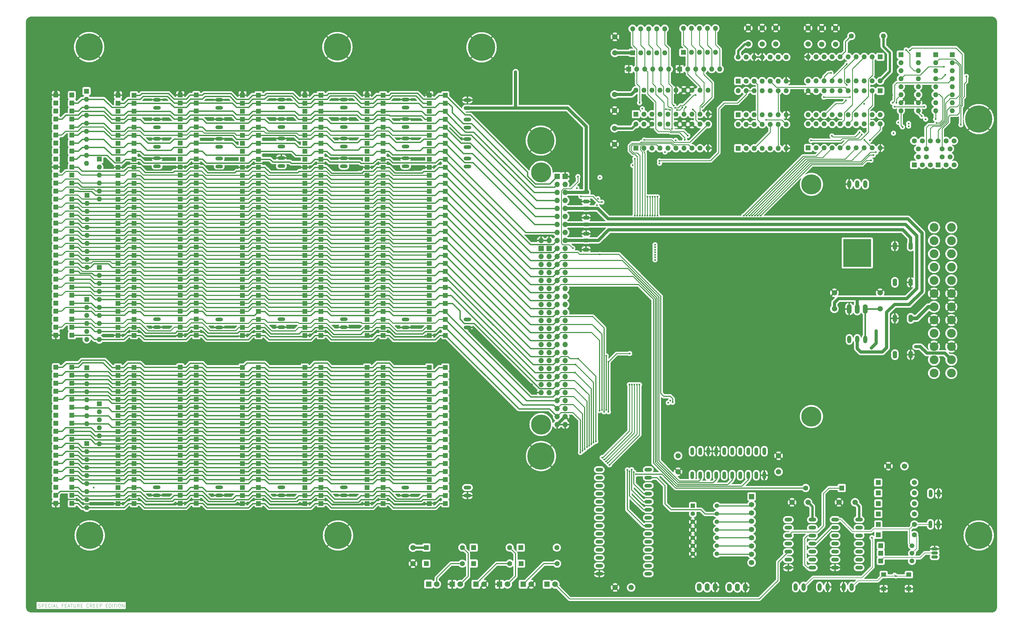
<source format=gtl>
G04 #@! TF.GenerationSoftware,KiCad,Pcbnew,8.0.5*
G04 #@! TF.CreationDate,2024-09-20T21:49:52-04:00*
G04 #@! TF.ProjectId,ISA_PC104 Backplane,4953415f-5043-4313-9034-204261636b70,rev?*
G04 #@! TF.SameCoordinates,Original*
G04 #@! TF.FileFunction,Copper,L1,Top*
G04 #@! TF.FilePolarity,Positive*
%FSLAX46Y46*%
G04 Gerber Fmt 4.6, Leading zero omitted, Abs format (unit mm)*
G04 Created by KiCad (PCBNEW 8.0.5) date 2024-09-20 21:49:52*
%MOMM*%
%LPD*%
G01*
G04 APERTURE LIST*
G04 Aperture macros list*
%AMRoundRect*
0 Rectangle with rounded corners*
0 $1 Rounding radius*
0 $2 $3 $4 $5 $6 $7 $8 $9 X,Y pos of 4 corners*
0 Add a 4 corners polygon primitive as box body*
4,1,4,$2,$3,$4,$5,$6,$7,$8,$9,$2,$3,0*
0 Add four circle primitives for the rounded corners*
1,1,$1+$1,$2,$3*
1,1,$1+$1,$4,$5*
1,1,$1+$1,$6,$7*
1,1,$1+$1,$8,$9*
0 Add four rect primitives between the rounded corners*
20,1,$1+$1,$2,$3,$4,$5,0*
20,1,$1+$1,$4,$5,$6,$7,0*
20,1,$1+$1,$6,$7,$8,$9,0*
20,1,$1+$1,$8,$9,$2,$3,0*%
G04 Aperture macros list end*
%ADD10C,0.110000*%
G04 #@! TA.AperFunction,NonConductor*
%ADD11C,0.110000*%
G04 #@! TD*
G04 #@! TA.AperFunction,ComponentPad*
%ADD12O,2.080000X1.040000*%
G04 #@! TD*
G04 #@! TA.AperFunction,ComponentPad*
%ADD13R,1.800000X1.800000*%
G04 #@! TD*
G04 #@! TA.AperFunction,ComponentPad*
%ADD14C,1.800000*%
G04 #@! TD*
G04 #@! TA.AperFunction,ComponentPad*
%ADD15R,1.600000X1.600000*%
G04 #@! TD*
G04 #@! TA.AperFunction,ComponentPad*
%ADD16C,1.600000*%
G04 #@! TD*
G04 #@! TA.AperFunction,ComponentPad*
%ADD17R,1.500000X1.500000*%
G04 #@! TD*
G04 #@! TA.AperFunction,ComponentPad*
%ADD18C,1.500000*%
G04 #@! TD*
G04 #@! TA.AperFunction,ComponentPad*
%ADD19C,0.900000*%
G04 #@! TD*
G04 #@! TA.AperFunction,ComponentPad*
%ADD20C,8.600000*%
G04 #@! TD*
G04 #@! TA.AperFunction,ComponentPad*
%ADD21O,1.400000X2.400000*%
G04 #@! TD*
G04 #@! TA.AperFunction,ComponentPad*
%ADD22C,1.701800*%
G04 #@! TD*
G04 #@! TA.AperFunction,ComponentPad*
%ADD23O,2.400000X1.200000*%
G04 #@! TD*
G04 #@! TA.AperFunction,SMDPad,CuDef*
%ADD24RoundRect,0.250000X-0.650000X0.325000X-0.650000X-0.325000X0.650000X-0.325000X0.650000X0.325000X0*%
G04 #@! TD*
G04 #@! TA.AperFunction,ComponentPad*
%ADD25O,1.600000X1.600000*%
G04 #@! TD*
G04 #@! TA.AperFunction,ComponentPad*
%ADD26R,1.397000X1.397000*%
G04 #@! TD*
G04 #@! TA.AperFunction,ComponentPad*
%ADD27C,1.397000*%
G04 #@! TD*
G04 #@! TA.AperFunction,ComponentPad*
%ADD28C,6.350000*%
G04 #@! TD*
G04 #@! TA.AperFunction,ComponentPad*
%ADD29R,1.700000X1.700000*%
G04 #@! TD*
G04 #@! TA.AperFunction,ComponentPad*
%ADD30O,1.700000X1.700000*%
G04 #@! TD*
G04 #@! TA.AperFunction,ComponentPad*
%ADD31O,1.500000X2.400000*%
G04 #@! TD*
G04 #@! TA.AperFunction,ComponentPad*
%ADD32O,1.300000X2.400000*%
G04 #@! TD*
G04 #@! TA.AperFunction,ComponentPad*
%ADD33O,1.200000X2.400000*%
G04 #@! TD*
G04 #@! TA.AperFunction,ComponentPad*
%ADD34C,1.700000*%
G04 #@! TD*
G04 #@! TA.AperFunction,SMDPad,CuDef*
%ADD35RoundRect,0.250000X0.650000X-0.325000X0.650000X0.325000X-0.650000X0.325000X-0.650000X-0.325000X0*%
G04 #@! TD*
G04 #@! TA.AperFunction,ComponentPad*
%ADD36R,1.524000X1.524000*%
G04 #@! TD*
G04 #@! TA.AperFunction,ComponentPad*
%ADD37C,2.800000*%
G04 #@! TD*
G04 #@! TA.AperFunction,ComponentPad*
%ADD38O,2.400000X1.214000*%
G04 #@! TD*
G04 #@! TA.AperFunction,ComponentPad*
%ADD39R,8.890000X8.890000*%
G04 #@! TD*
G04 #@! TA.AperFunction,ComponentPad*
%ADD40O,1.524000X3.000000*%
G04 #@! TD*
G04 #@! TA.AperFunction,SMDPad,CuDef*
%ADD41R,1.600000X1.400000*%
G04 #@! TD*
G04 #@! TA.AperFunction,ViaPad*
%ADD42C,0.600000*%
G04 #@! TD*
G04 #@! TA.AperFunction,Conductor*
%ADD43C,0.200000*%
G04 #@! TD*
G04 #@! TA.AperFunction,Conductor*
%ADD44C,0.300000*%
G04 #@! TD*
G04 #@! TA.AperFunction,Conductor*
%ADD45C,0.420000*%
G04 #@! TD*
G04 #@! TA.AperFunction,Conductor*
%ADD46C,0.350000*%
G04 #@! TD*
G04 #@! TA.AperFunction,Conductor*
%ADD47C,0.378460*%
G04 #@! TD*
G04 #@! TA.AperFunction,Conductor*
%ADD48C,0.250000*%
G04 #@! TD*
G04 #@! TA.AperFunction,Conductor*
%ADD49C,1.000000*%
G04 #@! TD*
G04 #@! TA.AperFunction,Conductor*
%ADD50C,0.800000*%
G04 #@! TD*
G04 #@! TA.AperFunction,Conductor*
%ADD51C,1.200000*%
G04 #@! TD*
G04 #@! TA.AperFunction,Conductor*
%ADD52C,0.500000*%
G04 #@! TD*
G04 APERTURE END LIST*
D10*
D11*
X89431891Y-247407280D02*
X89589034Y-247459660D01*
X89589034Y-247459660D02*
X89850939Y-247459660D01*
X89850939Y-247459660D02*
X89955701Y-247407280D01*
X89955701Y-247407280D02*
X90008082Y-247354899D01*
X90008082Y-247354899D02*
X90060463Y-247250137D01*
X90060463Y-247250137D02*
X90060463Y-247145375D01*
X90060463Y-247145375D02*
X90008082Y-247040613D01*
X90008082Y-247040613D02*
X89955701Y-246988232D01*
X89955701Y-246988232D02*
X89850939Y-246935851D01*
X89850939Y-246935851D02*
X89641415Y-246883470D01*
X89641415Y-246883470D02*
X89536653Y-246831089D01*
X89536653Y-246831089D02*
X89484272Y-246778708D01*
X89484272Y-246778708D02*
X89431891Y-246673946D01*
X89431891Y-246673946D02*
X89431891Y-246569184D01*
X89431891Y-246569184D02*
X89484272Y-246464422D01*
X89484272Y-246464422D02*
X89536653Y-246412041D01*
X89536653Y-246412041D02*
X89641415Y-246359660D01*
X89641415Y-246359660D02*
X89903320Y-246359660D01*
X89903320Y-246359660D02*
X90060463Y-246412041D01*
X90531891Y-247459660D02*
X90531891Y-246359660D01*
X90531891Y-246359660D02*
X90950939Y-246359660D01*
X90950939Y-246359660D02*
X91055701Y-246412041D01*
X91055701Y-246412041D02*
X91108082Y-246464422D01*
X91108082Y-246464422D02*
X91160463Y-246569184D01*
X91160463Y-246569184D02*
X91160463Y-246726327D01*
X91160463Y-246726327D02*
X91108082Y-246831089D01*
X91108082Y-246831089D02*
X91055701Y-246883470D01*
X91055701Y-246883470D02*
X90950939Y-246935851D01*
X90950939Y-246935851D02*
X90531891Y-246935851D01*
X91631891Y-246883470D02*
X91998558Y-246883470D01*
X92155701Y-247459660D02*
X91631891Y-247459660D01*
X91631891Y-247459660D02*
X91631891Y-246359660D01*
X91631891Y-246359660D02*
X92155701Y-246359660D01*
X93255701Y-247354899D02*
X93203320Y-247407280D01*
X93203320Y-247407280D02*
X93046177Y-247459660D01*
X93046177Y-247459660D02*
X92941415Y-247459660D01*
X92941415Y-247459660D02*
X92784272Y-247407280D01*
X92784272Y-247407280D02*
X92679510Y-247302518D01*
X92679510Y-247302518D02*
X92627129Y-247197756D01*
X92627129Y-247197756D02*
X92574748Y-246988232D01*
X92574748Y-246988232D02*
X92574748Y-246831089D01*
X92574748Y-246831089D02*
X92627129Y-246621565D01*
X92627129Y-246621565D02*
X92679510Y-246516803D01*
X92679510Y-246516803D02*
X92784272Y-246412041D01*
X92784272Y-246412041D02*
X92941415Y-246359660D01*
X92941415Y-246359660D02*
X93046177Y-246359660D01*
X93046177Y-246359660D02*
X93203320Y-246412041D01*
X93203320Y-246412041D02*
X93255701Y-246464422D01*
X93727129Y-247459660D02*
X93727129Y-246359660D01*
X94198558Y-247145375D02*
X94722368Y-247145375D01*
X94093796Y-247459660D02*
X94460463Y-246359660D01*
X94460463Y-246359660D02*
X94827130Y-247459660D01*
X95717606Y-247459660D02*
X95193796Y-247459660D01*
X95193796Y-247459660D02*
X95193796Y-246359660D01*
X97289034Y-246883470D02*
X96922367Y-246883470D01*
X96922367Y-247459660D02*
X96922367Y-246359660D01*
X96922367Y-246359660D02*
X97446177Y-246359660D01*
X97865224Y-246883470D02*
X98231891Y-246883470D01*
X98389034Y-247459660D02*
X97865224Y-247459660D01*
X97865224Y-247459660D02*
X97865224Y-246359660D01*
X97865224Y-246359660D02*
X98389034Y-246359660D01*
X98808081Y-247145375D02*
X99331891Y-247145375D01*
X98703319Y-247459660D02*
X99069986Y-246359660D01*
X99069986Y-246359660D02*
X99436653Y-247459660D01*
X99646176Y-246359660D02*
X100274748Y-246359660D01*
X99960462Y-247459660D02*
X99960462Y-246359660D01*
X100641414Y-246359660D02*
X100641414Y-247250137D01*
X100641414Y-247250137D02*
X100693795Y-247354899D01*
X100693795Y-247354899D02*
X100746176Y-247407280D01*
X100746176Y-247407280D02*
X100850938Y-247459660D01*
X100850938Y-247459660D02*
X101060462Y-247459660D01*
X101060462Y-247459660D02*
X101165224Y-247407280D01*
X101165224Y-247407280D02*
X101217605Y-247354899D01*
X101217605Y-247354899D02*
X101269986Y-247250137D01*
X101269986Y-247250137D02*
X101269986Y-246359660D01*
X102422367Y-247459660D02*
X102055700Y-246935851D01*
X101793795Y-247459660D02*
X101793795Y-246359660D01*
X101793795Y-246359660D02*
X102212843Y-246359660D01*
X102212843Y-246359660D02*
X102317605Y-246412041D01*
X102317605Y-246412041D02*
X102369986Y-246464422D01*
X102369986Y-246464422D02*
X102422367Y-246569184D01*
X102422367Y-246569184D02*
X102422367Y-246726327D01*
X102422367Y-246726327D02*
X102369986Y-246831089D01*
X102369986Y-246831089D02*
X102317605Y-246883470D01*
X102317605Y-246883470D02*
X102212843Y-246935851D01*
X102212843Y-246935851D02*
X101793795Y-246935851D01*
X102893795Y-246883470D02*
X103260462Y-246883470D01*
X103417605Y-247459660D02*
X102893795Y-247459660D01*
X102893795Y-247459660D02*
X102893795Y-246359660D01*
X102893795Y-246359660D02*
X103417605Y-246359660D01*
X105355700Y-247354899D02*
X105303319Y-247407280D01*
X105303319Y-247407280D02*
X105146176Y-247459660D01*
X105146176Y-247459660D02*
X105041414Y-247459660D01*
X105041414Y-247459660D02*
X104884271Y-247407280D01*
X104884271Y-247407280D02*
X104779509Y-247302518D01*
X104779509Y-247302518D02*
X104727128Y-247197756D01*
X104727128Y-247197756D02*
X104674747Y-246988232D01*
X104674747Y-246988232D02*
X104674747Y-246831089D01*
X104674747Y-246831089D02*
X104727128Y-246621565D01*
X104727128Y-246621565D02*
X104779509Y-246516803D01*
X104779509Y-246516803D02*
X104884271Y-246412041D01*
X104884271Y-246412041D02*
X105041414Y-246359660D01*
X105041414Y-246359660D02*
X105146176Y-246359660D01*
X105146176Y-246359660D02*
X105303319Y-246412041D01*
X105303319Y-246412041D02*
X105355700Y-246464422D01*
X106455700Y-247459660D02*
X106089033Y-246935851D01*
X105827128Y-247459660D02*
X105827128Y-246359660D01*
X105827128Y-246359660D02*
X106246176Y-246359660D01*
X106246176Y-246359660D02*
X106350938Y-246412041D01*
X106350938Y-246412041D02*
X106403319Y-246464422D01*
X106403319Y-246464422D02*
X106455700Y-246569184D01*
X106455700Y-246569184D02*
X106455700Y-246726327D01*
X106455700Y-246726327D02*
X106403319Y-246831089D01*
X106403319Y-246831089D02*
X106350938Y-246883470D01*
X106350938Y-246883470D02*
X106246176Y-246935851D01*
X106246176Y-246935851D02*
X105827128Y-246935851D01*
X106927128Y-246883470D02*
X107293795Y-246883470D01*
X107450938Y-247459660D02*
X106927128Y-247459660D01*
X106927128Y-247459660D02*
X106927128Y-246359660D01*
X106927128Y-246359660D02*
X107450938Y-246359660D01*
X107922366Y-246883470D02*
X108289033Y-246883470D01*
X108446176Y-247459660D02*
X107922366Y-247459660D01*
X107922366Y-247459660D02*
X107922366Y-246359660D01*
X107922366Y-246359660D02*
X108446176Y-246359660D01*
X108917604Y-247459660D02*
X108917604Y-246359660D01*
X108917604Y-246359660D02*
X109336652Y-246359660D01*
X109336652Y-246359660D02*
X109441414Y-246412041D01*
X109441414Y-246412041D02*
X109493795Y-246464422D01*
X109493795Y-246464422D02*
X109546176Y-246569184D01*
X109546176Y-246569184D02*
X109546176Y-246726327D01*
X109546176Y-246726327D02*
X109493795Y-246831089D01*
X109493795Y-246831089D02*
X109441414Y-246883470D01*
X109441414Y-246883470D02*
X109336652Y-246935851D01*
X109336652Y-246935851D02*
X108917604Y-246935851D01*
X110855699Y-246883470D02*
X111222366Y-246883470D01*
X111379509Y-247459660D02*
X110855699Y-247459660D01*
X110855699Y-247459660D02*
X110855699Y-246359660D01*
X110855699Y-246359660D02*
X111379509Y-246359660D01*
X111850937Y-247459660D02*
X111850937Y-246359660D01*
X111850937Y-246359660D02*
X112112842Y-246359660D01*
X112112842Y-246359660D02*
X112269985Y-246412041D01*
X112269985Y-246412041D02*
X112374747Y-246516803D01*
X112374747Y-246516803D02*
X112427128Y-246621565D01*
X112427128Y-246621565D02*
X112479509Y-246831089D01*
X112479509Y-246831089D02*
X112479509Y-246988232D01*
X112479509Y-246988232D02*
X112427128Y-247197756D01*
X112427128Y-247197756D02*
X112374747Y-247302518D01*
X112374747Y-247302518D02*
X112269985Y-247407280D01*
X112269985Y-247407280D02*
X112112842Y-247459660D01*
X112112842Y-247459660D02*
X111850937Y-247459660D01*
X112950937Y-247459660D02*
X112950937Y-246359660D01*
X113317604Y-246359660D02*
X113946176Y-246359660D01*
X113631890Y-247459660D02*
X113631890Y-246359660D01*
X114312842Y-247459660D02*
X114312842Y-246359660D01*
X115046176Y-246359660D02*
X115255700Y-246359660D01*
X115255700Y-246359660D02*
X115360462Y-246412041D01*
X115360462Y-246412041D02*
X115465224Y-246516803D01*
X115465224Y-246516803D02*
X115517605Y-246726327D01*
X115517605Y-246726327D02*
X115517605Y-247092994D01*
X115517605Y-247092994D02*
X115465224Y-247302518D01*
X115465224Y-247302518D02*
X115360462Y-247407280D01*
X115360462Y-247407280D02*
X115255700Y-247459660D01*
X115255700Y-247459660D02*
X115046176Y-247459660D01*
X115046176Y-247459660D02*
X114941414Y-247407280D01*
X114941414Y-247407280D02*
X114836652Y-247302518D01*
X114836652Y-247302518D02*
X114784271Y-247092994D01*
X114784271Y-247092994D02*
X114784271Y-246726327D01*
X114784271Y-246726327D02*
X114836652Y-246516803D01*
X114836652Y-246516803D02*
X114941414Y-246412041D01*
X114941414Y-246412041D02*
X115046176Y-246359660D01*
X115989033Y-247459660D02*
X115989033Y-246359660D01*
X115989033Y-246359660D02*
X116617605Y-247459660D01*
X116617605Y-247459660D02*
X116617605Y-246359660D01*
D12*
X373700000Y-228940000D03*
X373700000Y-230210000D03*
X373700000Y-231480000D03*
D13*
X213215000Y-240090000D03*
D14*
X215755000Y-240090000D03*
D15*
X212465000Y-233590000D03*
D16*
X223895000Y-233590000D03*
X367250000Y-214520000D03*
D15*
X355820000Y-214520000D03*
X355815000Y-211190000D03*
D16*
X367245000Y-211190000D03*
D17*
X356600000Y-232760000D03*
D18*
X366500000Y-232760000D03*
D19*
X226780361Y-69792716D03*
X227724942Y-67512297D03*
X227724942Y-72073135D03*
X230005361Y-66567716D03*
D20*
X230005361Y-69792716D03*
D19*
X230005361Y-73017716D03*
X232285780Y-67512297D03*
X232285780Y-72073135D03*
X233230361Y-69792716D03*
D15*
X242435000Y-228500000D03*
D16*
X253865000Y-228500000D03*
D21*
X366100000Y-155800000D03*
X361100000Y-155800000D03*
D22*
X272200000Y-100540000D03*
X272200000Y-95460000D03*
X323300000Y-68740000D03*
X323300000Y-63660000D03*
D23*
X146800000Y-107565000D03*
X146800000Y-105025000D03*
D22*
X319000000Y-68740000D03*
X319000000Y-63660000D03*
D24*
X263150000Y-131050000D03*
X263150000Y-134000000D03*
D22*
X364110000Y-202650000D03*
X359030000Y-202650000D03*
D15*
X276705000Y-76700000D03*
D25*
X279245000Y-76700000D03*
X281785000Y-76700000D03*
X284325000Y-76700000D03*
X286865000Y-76700000D03*
X289405000Y-76700000D03*
D22*
X272300000Y-71540000D03*
X272300000Y-66460000D03*
D15*
X355830000Y-221160000D03*
D16*
X367260000Y-221160000D03*
D23*
X127100000Y-98800000D03*
X127100000Y-101340000D03*
D15*
X374000000Y-72100000D03*
D25*
X374000000Y-74640000D03*
X374000000Y-77180000D03*
X374000000Y-79720000D03*
X374000000Y-82260000D03*
X374000000Y-84800000D03*
X374000000Y-87340000D03*
X374000000Y-89880000D03*
D13*
X220700000Y-240120000D03*
D14*
X223240000Y-240120000D03*
D23*
X205890000Y-92550000D03*
X205890000Y-95090000D03*
D15*
X108780000Y-105260000D03*
D25*
X108780000Y-107800000D03*
X108780000Y-110340000D03*
X108780000Y-112880000D03*
X108780000Y-115420000D03*
X108780000Y-117960000D03*
D23*
X186300000Y-98750000D03*
X186300000Y-101290000D03*
X166500000Y-98725000D03*
X166500000Y-101265000D03*
X225540000Y-89040000D03*
X225540000Y-86500000D03*
D15*
X212485000Y-228475000D03*
D16*
X223915000Y-228475000D03*
D19*
X184285390Y-72932999D03*
X182004971Y-71988418D03*
X186565809Y-71988418D03*
X181060390Y-69707999D03*
D20*
X184285390Y-69707999D03*
D19*
X187510390Y-69707999D03*
X182004971Y-67427580D03*
X186565809Y-67427580D03*
X184285390Y-66482999D03*
D23*
X205900000Y-88900000D03*
X205900000Y-86360000D03*
X166500000Y-88870000D03*
X166500000Y-86330000D03*
D26*
X297005000Y-215250000D03*
D27*
X297005000Y-217790000D03*
X297005000Y-220330000D03*
X297005000Y-222870000D03*
X297005000Y-225410000D03*
X297005000Y-227950000D03*
X297005000Y-230490000D03*
X304625000Y-230490000D03*
X304625000Y-227950000D03*
X304625000Y-225410000D03*
X304625000Y-222870000D03*
X304625000Y-220330000D03*
X304625000Y-217790000D03*
X304625000Y-215250000D03*
D21*
X366078849Y-132857869D03*
X361078849Y-132857869D03*
D23*
X225550000Y-92700000D03*
X225550000Y-95240000D03*
D15*
X227510000Y-233550000D03*
D16*
X238940000Y-233550000D03*
D22*
X333550000Y-63700000D03*
X333550000Y-68780000D03*
D23*
X127070000Y-156070000D03*
X127070000Y-158610000D03*
D28*
X334610000Y-186930000D03*
X334610000Y-113270000D03*
X248880000Y-189470000D03*
X248880000Y-109460000D03*
D29*
X253960000Y-110730000D03*
D30*
X253960000Y-113270000D03*
X253960000Y-115810000D03*
X253960000Y-118350000D03*
X253960000Y-120890000D03*
X253960000Y-123430000D03*
X253960000Y-125970000D03*
X253960000Y-128510000D03*
X253960000Y-131050000D03*
X253960000Y-133590000D03*
X253960000Y-136130000D03*
X253960000Y-138670000D03*
X253960000Y-141210000D03*
X253960000Y-143750000D03*
X253960000Y-146290000D03*
X253960000Y-148830000D03*
X253960000Y-151370000D03*
X253960000Y-153910000D03*
X253960000Y-156450000D03*
X253960000Y-158990000D03*
X253960000Y-161530000D03*
X253960000Y-164070000D03*
X253960000Y-166610000D03*
X253960000Y-169150000D03*
X253960000Y-171690000D03*
X253960000Y-174230000D03*
X253960000Y-176770000D03*
X253960000Y-179310000D03*
X253960000Y-181850000D03*
X253960000Y-184390000D03*
X253960000Y-186930000D03*
X253960000Y-189470000D03*
D29*
X256500000Y-110730000D03*
D30*
X256500000Y-113270000D03*
X256500000Y-115810000D03*
X256500000Y-118350000D03*
X256500000Y-120890000D03*
X256500000Y-123430000D03*
X256500000Y-125970000D03*
X256500000Y-128510000D03*
X256500000Y-131050000D03*
X256500000Y-133590000D03*
X256500000Y-136130000D03*
X256500000Y-138670000D03*
X256500000Y-141210000D03*
X256500000Y-143750000D03*
X256500000Y-146290000D03*
X256500000Y-148830000D03*
X256500000Y-151370000D03*
X256500000Y-153910000D03*
X256500000Y-156450000D03*
X256500000Y-158990000D03*
X256500000Y-161530000D03*
X256500000Y-164070000D03*
X256500000Y-166610000D03*
X256500000Y-169150000D03*
X256500000Y-171690000D03*
X256500000Y-174230000D03*
X256500000Y-176770000D03*
X256500000Y-179310000D03*
X256500000Y-181850000D03*
X256500000Y-184390000D03*
X256500000Y-186930000D03*
X256500000Y-189470000D03*
X251420000Y-131050000D03*
D29*
X251420000Y-133590000D03*
D30*
X251420000Y-136130000D03*
X251420000Y-138670000D03*
X251420000Y-141210000D03*
X251420000Y-143750000D03*
X251420000Y-146290000D03*
X251420000Y-148830000D03*
X251420000Y-151370000D03*
X251420000Y-153910000D03*
X251420000Y-156450000D03*
X251420000Y-158990000D03*
X251420000Y-161530000D03*
X251420000Y-164070000D03*
X251420000Y-166610000D03*
X251420000Y-169150000D03*
X251420000Y-171690000D03*
X251420000Y-174230000D03*
X251420000Y-176770000D03*
X251420000Y-179310000D03*
X248880000Y-131050000D03*
D29*
X248880000Y-133590000D03*
D30*
X248880000Y-136130000D03*
X248880000Y-138670000D03*
X248880000Y-141210000D03*
X248880000Y-143750000D03*
X248880000Y-146290000D03*
X248880000Y-148830000D03*
X248880000Y-151370000D03*
X248880000Y-153910000D03*
X248880000Y-156450000D03*
X248880000Y-158990000D03*
X248880000Y-161530000D03*
X248880000Y-164070000D03*
X248880000Y-166610000D03*
X248880000Y-169150000D03*
X248880000Y-171690000D03*
X248880000Y-174230000D03*
X248880000Y-176770000D03*
X248880000Y-179310000D03*
D23*
X186300000Y-107490000D03*
X186300000Y-104950000D03*
D15*
X104750000Y-195530000D03*
D25*
X104750000Y-198070000D03*
X104750000Y-200610000D03*
X104750000Y-203150000D03*
X104750000Y-205690000D03*
X104750000Y-208230000D03*
X104750000Y-210770000D03*
X104750000Y-213310000D03*
X104750000Y-215850000D03*
D15*
X108750000Y-182850000D03*
D25*
X108750000Y-185390000D03*
X108750000Y-187930000D03*
X108750000Y-190470000D03*
X108750000Y-193010000D03*
X108750000Y-195550000D03*
D31*
X304115000Y-241075000D03*
X301575000Y-241075000D03*
X299035000Y-241075000D03*
D17*
X356610000Y-230320000D03*
D18*
X366510000Y-230320000D03*
D15*
X374762975Y-107062973D03*
D16*
X376032975Y-104522973D03*
X377302975Y-107062973D03*
X378572975Y-104522973D03*
X379842975Y-107062973D03*
X379842975Y-99442973D03*
X378572975Y-101982973D03*
X377302975Y-99442973D03*
X376032975Y-101982973D03*
X374762975Y-99442973D03*
D32*
X346620000Y-113200000D03*
X349160000Y-113200000D03*
X351700000Y-113200000D03*
D33*
X372380000Y-211320000D03*
X374920000Y-211320000D03*
D15*
X278940000Y-91000000D03*
D25*
X281480000Y-91000000D03*
X284020000Y-91000000D03*
X286560000Y-91000000D03*
X289100000Y-91000000D03*
X291640000Y-91000000D03*
X294180000Y-91000000D03*
X296720000Y-91000000D03*
X299260000Y-91000000D03*
X301800000Y-91000000D03*
X301800000Y-83380000D03*
X299260000Y-83380000D03*
X296720000Y-83380000D03*
X294180000Y-83380000D03*
X291640000Y-83380000D03*
X289100000Y-83380000D03*
X286560000Y-83380000D03*
X284020000Y-83380000D03*
X281480000Y-83380000D03*
X278940000Y-83380000D03*
D22*
X333540000Y-214150000D03*
X328460000Y-214150000D03*
D23*
X146800000Y-98825000D03*
X146800000Y-101365000D03*
D15*
X277900000Y-71500000D03*
D25*
X280440000Y-71500000D03*
X282980000Y-71500000D03*
X285520000Y-71500000D03*
X288060000Y-71500000D03*
X288060000Y-63880000D03*
X285520000Y-63880000D03*
X282980000Y-63880000D03*
X280440000Y-63880000D03*
X277900000Y-63880000D03*
D15*
X311410000Y-80500000D03*
D25*
X313950000Y-80500000D03*
X316490000Y-80500000D03*
X319030000Y-80500000D03*
X321570000Y-80500000D03*
X324110000Y-80500000D03*
X326650000Y-80500000D03*
X326650000Y-72880000D03*
X324110000Y-72880000D03*
X321570000Y-72880000D03*
X319030000Y-72880000D03*
X316490000Y-72880000D03*
X313950000Y-72880000D03*
X311410000Y-72880000D03*
D23*
X205850000Y-156100000D03*
X205850000Y-158640000D03*
D22*
X292325000Y-199370000D03*
X292325000Y-204450000D03*
D15*
X242510000Y-233600000D03*
D16*
X253940000Y-233600000D03*
D24*
X263175000Y-115770000D03*
X263175000Y-118720000D03*
D19*
X102320390Y-69707999D03*
X103264971Y-67427580D03*
X103264971Y-71988418D03*
X105545390Y-66482999D03*
D20*
X105545390Y-69707999D03*
D19*
X105545390Y-72932999D03*
X107825809Y-67427580D03*
X107825809Y-71988418D03*
X108770390Y-69707999D03*
D29*
X315650000Y-212300000D03*
D34*
X315650000Y-214916200D03*
X315650000Y-217532400D03*
X315650000Y-220148600D03*
X315650000Y-222764800D03*
X315650000Y-225381000D03*
X315650000Y-227997200D03*
X315650000Y-230613400D03*
X315650000Y-233229600D03*
D23*
X146780000Y-156090000D03*
X146780000Y-158630000D03*
D19*
X384450000Y-92568000D03*
X385394581Y-90287581D03*
X385394581Y-94848419D03*
X387675000Y-89343000D03*
D20*
X387675000Y-92568000D03*
D19*
X387675000Y-95793000D03*
X389955419Y-90287581D03*
X389955419Y-94848419D03*
X390900000Y-92568000D03*
D22*
X208250000Y-228510000D03*
X208250000Y-233590000D03*
D23*
X146760000Y-209380000D03*
X146760000Y-211920000D03*
D35*
X263160000Y-128920000D03*
X263160000Y-125970000D03*
D23*
X186300000Y-92550000D03*
X186300000Y-95090000D03*
D22*
X341900000Y-152740000D03*
X341900000Y-147660000D03*
D23*
X186300000Y-88890000D03*
X186300000Y-86350000D03*
D15*
X227485000Y-228500000D03*
D16*
X238915000Y-228500000D03*
D36*
X173930000Y-84960000D03*
X173930000Y-87500000D03*
X173930000Y-90040000D03*
X173930000Y-92580000D03*
X173930000Y-95120000D03*
X173930000Y-97660000D03*
X173930000Y-100200000D03*
X173930000Y-102740000D03*
X173930000Y-105280000D03*
X173930000Y-107820000D03*
X173930000Y-110360000D03*
X173930000Y-112900000D03*
X173930000Y-115440000D03*
X173930000Y-117980000D03*
X173930000Y-120520000D03*
X173930000Y-123060000D03*
X173930000Y-125600000D03*
X173930000Y-128140000D03*
X173930000Y-130680000D03*
X173930000Y-133220000D03*
X173930000Y-135760000D03*
X173930000Y-138300000D03*
X173930000Y-140840000D03*
X173930000Y-143380000D03*
X173930000Y-145920000D03*
X173930000Y-148460000D03*
X173930000Y-151000000D03*
X173930000Y-153540000D03*
X173930000Y-156080000D03*
X173930000Y-158620000D03*
X173930000Y-161160000D03*
X179010000Y-84960000D03*
X179010000Y-87500000D03*
X179010000Y-90040000D03*
X179010000Y-92580000D03*
X179010000Y-95120000D03*
X179010000Y-97660000D03*
X179010000Y-100200000D03*
X179010000Y-102740000D03*
X179010000Y-105280000D03*
X179010000Y-107820000D03*
X179010000Y-110360000D03*
X179010000Y-112900000D03*
X179010000Y-115440000D03*
X179010000Y-117980000D03*
X179010000Y-120520000D03*
X179010000Y-123060000D03*
X179010000Y-125600000D03*
X179010000Y-128140000D03*
X179010000Y-130680000D03*
X179010000Y-133220000D03*
X179010000Y-135760000D03*
X179010000Y-138300000D03*
X179010000Y-140840000D03*
X179010000Y-143380000D03*
X179010000Y-145920000D03*
X179010000Y-148460000D03*
X179010000Y-151000000D03*
X179010000Y-153540000D03*
X179010000Y-156080000D03*
X179010000Y-158620000D03*
X179010000Y-161160000D03*
X173930000Y-171320000D03*
X173930000Y-173860000D03*
X173930000Y-176400000D03*
X173930000Y-178940000D03*
X173930000Y-181480000D03*
X173930000Y-184020000D03*
X173930000Y-186560000D03*
X173930000Y-189100000D03*
X173930000Y-191640000D03*
X173930000Y-194180000D03*
X173930000Y-196720000D03*
X173930000Y-199260000D03*
X173930000Y-201800000D03*
X173930000Y-204340000D03*
X173930000Y-206880000D03*
X173930000Y-209420000D03*
X173930000Y-211960000D03*
X173930000Y-214500000D03*
X179010000Y-171320000D03*
X179010000Y-173860000D03*
X179010000Y-176400000D03*
X179010000Y-178940000D03*
X179010000Y-181480000D03*
X179010000Y-184020000D03*
X179010000Y-186560000D03*
X179010000Y-189100000D03*
X179010000Y-191640000D03*
X179010000Y-194180000D03*
X179010000Y-196720000D03*
X179010000Y-199260000D03*
X179010000Y-201800000D03*
X179010000Y-204340000D03*
X179010000Y-206880000D03*
X179010000Y-209420000D03*
X179010000Y-211960000D03*
X179010000Y-214500000D03*
D22*
X277440000Y-241150000D03*
X272360000Y-241150000D03*
X356400000Y-152740000D03*
X356400000Y-147660000D03*
D15*
X344215000Y-209600000D03*
D16*
X332785000Y-209600000D03*
D15*
X368500000Y-72100000D03*
D25*
X368500000Y-74640000D03*
X368500000Y-77180000D03*
X368500000Y-79720000D03*
X368500000Y-82260000D03*
X368500000Y-84800000D03*
X368500000Y-87340000D03*
X368500000Y-89880000D03*
D22*
X348440000Y-214150000D03*
X343360000Y-214150000D03*
D15*
X355820000Y-217840000D03*
D16*
X367250000Y-217840000D03*
D19*
X245575000Y-99375000D03*
X246519581Y-97094581D03*
X246519581Y-101655419D03*
X248800000Y-96150000D03*
D20*
X248800000Y-99375000D03*
D19*
X248800000Y-102600000D03*
X251080419Y-97094581D03*
X251080419Y-101655419D03*
X252025000Y-99375000D03*
X384450000Y-224648000D03*
X385394581Y-222367581D03*
X385394581Y-226928419D03*
X387675000Y-221423000D03*
D20*
X387675000Y-224648000D03*
D19*
X387675000Y-227873000D03*
X389955419Y-222367581D03*
X389955419Y-226928419D03*
X390900000Y-224648000D03*
D13*
X250775000Y-240150000D03*
D14*
X253315000Y-240150000D03*
D22*
X272200000Y-84760000D03*
X272200000Y-89840000D03*
D23*
X166500000Y-209400000D03*
X166500000Y-211940000D03*
D33*
X296795000Y-205535000D03*
X299335000Y-205535000D03*
X301875000Y-205535000D03*
X304415000Y-205535000D03*
X306955000Y-205535000D03*
X309495000Y-205535000D03*
X312035000Y-205535000D03*
X314575000Y-205535000D03*
X317115000Y-205535000D03*
X319655000Y-205535000D03*
X319655000Y-197915000D03*
X317115000Y-197915000D03*
X314575000Y-197915000D03*
X312035000Y-197915000D03*
X309495000Y-197915000D03*
X306955000Y-197915000D03*
X304415000Y-197915000D03*
X301875000Y-197915000D03*
X299335000Y-197915000D03*
X296795000Y-197915000D03*
D13*
X243200000Y-240120000D03*
D14*
X245740000Y-240120000D03*
D23*
X225540000Y-209470000D03*
X225540000Y-212010000D03*
X127010000Y-209390000D03*
X127010000Y-211930000D03*
X127100000Y-92600000D03*
X127100000Y-95140000D03*
D16*
X347270000Y-66200000D03*
D25*
X357430000Y-66200000D03*
D19*
X181250000Y-224648000D03*
X182194581Y-222367581D03*
X182194581Y-226928419D03*
X184475000Y-221423000D03*
D20*
X184475000Y-224648000D03*
D19*
X184475000Y-227873000D03*
X186755419Y-222367581D03*
X186755419Y-226928419D03*
X187700000Y-224648000D03*
D23*
X166475000Y-156050000D03*
X166475000Y-158590000D03*
D37*
X373500000Y-173120000D03*
X373500000Y-168920000D03*
X373500000Y-164720000D03*
X373500000Y-160520000D03*
X373500000Y-156320000D03*
X373500000Y-152120000D03*
X373500000Y-147920000D03*
X373500000Y-143720000D03*
X373500000Y-139520000D03*
X373500000Y-135320000D03*
X373500000Y-131120000D03*
X373500000Y-126920000D03*
X379000000Y-173120000D03*
X379000000Y-168920000D03*
X379000000Y-164720000D03*
X379000000Y-160520000D03*
X379000000Y-156320000D03*
X379000000Y-152120000D03*
X379000000Y-147920000D03*
X379000000Y-143720000D03*
X379000000Y-139520000D03*
X379000000Y-135320000D03*
X379000000Y-131120000D03*
X379000000Y-126920000D03*
D23*
X205810000Y-209470000D03*
X205810000Y-212010000D03*
D17*
X356609418Y-227877617D03*
D18*
X366509418Y-227877617D03*
D31*
X313680000Y-241100000D03*
X311140000Y-241100000D03*
X308600000Y-241100000D03*
D15*
X108750000Y-139640000D03*
D25*
X108750000Y-142180000D03*
X108750000Y-144720000D03*
X108750000Y-147260000D03*
X108750000Y-149800000D03*
X108750000Y-152340000D03*
X108750000Y-154880000D03*
X108750000Y-157420000D03*
X108750000Y-159960000D03*
X108750000Y-162500000D03*
D32*
X337230000Y-241000000D03*
X339770000Y-241000000D03*
D15*
X379300000Y-72100000D03*
D25*
X379300000Y-74640000D03*
X379300000Y-77180000D03*
X379300000Y-79720000D03*
X379300000Y-82260000D03*
X379300000Y-84800000D03*
X379300000Y-87340000D03*
X379300000Y-89880000D03*
D15*
X292845000Y-76700000D03*
D25*
X295385000Y-76700000D03*
X297925000Y-76700000D03*
X300465000Y-76700000D03*
X303005000Y-76700000D03*
X305545000Y-76700000D03*
D13*
X228200000Y-240120000D03*
D14*
X230740000Y-240120000D03*
D15*
X355820000Y-224450000D03*
D16*
X367250000Y-224450000D03*
D36*
X95000000Y-84940000D03*
X95000000Y-87480000D03*
X95000000Y-90020000D03*
X95000000Y-92560000D03*
X95000000Y-95100000D03*
X95000000Y-97640000D03*
X95000000Y-100180000D03*
X95000000Y-102720000D03*
X95000000Y-105260000D03*
X95000000Y-107800000D03*
X95000000Y-110340000D03*
X95000000Y-112880000D03*
X95000000Y-115420000D03*
X95000000Y-117960000D03*
X95000000Y-120500000D03*
X95000000Y-123040000D03*
X95000000Y-125580000D03*
X95000000Y-128120000D03*
X95000000Y-130660000D03*
X95000000Y-133200000D03*
X95000000Y-135740000D03*
X95000000Y-138280000D03*
X95000000Y-140820000D03*
X95000000Y-143360000D03*
X95000000Y-145900000D03*
X95000000Y-148440000D03*
X95000000Y-150980000D03*
X95000000Y-153520000D03*
X95000000Y-156060000D03*
X95000000Y-158600000D03*
X95000000Y-161140000D03*
X100080000Y-84940000D03*
X100080000Y-87480000D03*
X100080000Y-90020000D03*
X100080000Y-92560000D03*
X100080000Y-95100000D03*
X100080000Y-97640000D03*
X100080000Y-100180000D03*
X100080000Y-102720000D03*
X100080000Y-105260000D03*
X100080000Y-107800000D03*
X100080000Y-110340000D03*
X100080000Y-112880000D03*
X100080000Y-115420000D03*
X100080000Y-117960000D03*
X100080000Y-120500000D03*
X100080000Y-123040000D03*
X100080000Y-125580000D03*
X100080000Y-128120000D03*
X100080000Y-130660000D03*
X100080000Y-133200000D03*
X100080000Y-135740000D03*
X100080000Y-138280000D03*
X100080000Y-140820000D03*
X100080000Y-143360000D03*
X100080000Y-145900000D03*
X100080000Y-148440000D03*
X100080000Y-150980000D03*
X100080000Y-153520000D03*
X100080000Y-156060000D03*
X100080000Y-158600000D03*
X100080000Y-161140000D03*
X95000000Y-171300000D03*
X95000000Y-173840000D03*
X95000000Y-176380000D03*
X95000000Y-178920000D03*
X95000000Y-181460000D03*
X95000000Y-184000000D03*
X95000000Y-186540000D03*
X95000000Y-189080000D03*
X95000000Y-191620000D03*
X95000000Y-194160000D03*
X95000000Y-196700000D03*
X95000000Y-199240000D03*
X95000000Y-201780000D03*
X95000000Y-204320000D03*
X95000000Y-206860000D03*
X95000000Y-209400000D03*
X95000000Y-211940000D03*
X95000000Y-214480000D03*
X100080000Y-171300000D03*
X100080000Y-173840000D03*
X100080000Y-176380000D03*
X100080000Y-178920000D03*
X100080000Y-181460000D03*
X100080000Y-184000000D03*
X100080000Y-186540000D03*
X100080000Y-189080000D03*
X100080000Y-191620000D03*
X100080000Y-194160000D03*
X100080000Y-196700000D03*
X100080000Y-199240000D03*
X100080000Y-201780000D03*
X100080000Y-204320000D03*
X100080000Y-206860000D03*
X100080000Y-209400000D03*
X100080000Y-211940000D03*
X100080000Y-214480000D03*
D15*
X104720000Y-83710000D03*
D25*
X104720000Y-86250000D03*
X104720000Y-88790000D03*
X104720000Y-91330000D03*
X104720000Y-93870000D03*
X104720000Y-96410000D03*
X104720000Y-98950000D03*
X104720000Y-101490000D03*
X104720000Y-104030000D03*
X104720000Y-106570000D03*
D23*
X205890000Y-107490000D03*
X205890000Y-104950000D03*
X146800000Y-92625000D03*
X146800000Y-95165000D03*
D32*
X351690000Y-162450000D03*
X349150000Y-162450000D03*
X346610000Y-162450000D03*
D22*
X342250000Y-68790000D03*
X342250000Y-63710000D03*
D15*
X363000000Y-72100000D03*
D25*
X363000000Y-74640000D03*
X363000000Y-77180000D03*
X363000000Y-79720000D03*
X363000000Y-82260000D03*
X363000000Y-84800000D03*
X363000000Y-87340000D03*
X363000000Y-89880000D03*
D21*
X361100000Y-167300000D03*
X366100000Y-167300000D03*
D38*
X342100000Y-219625000D03*
X342100000Y-222165000D03*
X342100000Y-224705000D03*
X342100000Y-227245000D03*
X342100000Y-229785000D03*
X342100000Y-232325000D03*
X342100000Y-234865000D03*
X349720000Y-234865000D03*
X349720000Y-232325000D03*
X349720000Y-229785000D03*
X349720000Y-227245000D03*
X349720000Y-224705000D03*
D23*
X349720000Y-222165000D03*
X349720000Y-219625000D03*
D15*
X333600000Y-101720000D03*
D25*
X336140000Y-101720000D03*
X338680000Y-101720000D03*
X341220000Y-101720000D03*
X343760000Y-101720000D03*
X346300000Y-101720000D03*
X348840000Y-101720000D03*
X351380000Y-101720000D03*
X353920000Y-101720000D03*
X356460000Y-101720000D03*
X356460000Y-94100000D03*
X353920000Y-94100000D03*
X351380000Y-94100000D03*
X348840000Y-94100000D03*
X346300000Y-94100000D03*
X343760000Y-94100000D03*
X341220000Y-94100000D03*
X338680000Y-94100000D03*
X336140000Y-94100000D03*
X333600000Y-94100000D03*
D23*
X225550000Y-156110000D03*
X225550000Y-158650000D03*
D15*
X278940000Y-101800000D03*
D25*
X281480000Y-101800000D03*
X284020000Y-101800000D03*
X286560000Y-101800000D03*
X289100000Y-101800000D03*
X291640000Y-101800000D03*
X294180000Y-101800000D03*
X296720000Y-101800000D03*
X299260000Y-101800000D03*
X301800000Y-101800000D03*
X301800000Y-94180000D03*
X299260000Y-94180000D03*
X296720000Y-94180000D03*
X294180000Y-94180000D03*
X291640000Y-94180000D03*
X289100000Y-94180000D03*
X286560000Y-94180000D03*
X284020000Y-94180000D03*
X281480000Y-94180000D03*
X278940000Y-94180000D03*
D22*
X337900000Y-68790000D03*
X337900000Y-63710000D03*
D13*
X235700000Y-240120000D03*
D14*
X238240000Y-240120000D03*
D36*
X193680000Y-84960000D03*
X193680000Y-87500000D03*
X193680000Y-90040000D03*
X193680000Y-92580000D03*
X193680000Y-95120000D03*
X193680000Y-97660000D03*
X193680000Y-100200000D03*
X193680000Y-102740000D03*
X193680000Y-105280000D03*
X193680000Y-107820000D03*
X193680000Y-110360000D03*
X193680000Y-112900000D03*
X193680000Y-115440000D03*
X193680000Y-117980000D03*
X193680000Y-120520000D03*
X193680000Y-123060000D03*
X193680000Y-125600000D03*
X193680000Y-128140000D03*
X193680000Y-130680000D03*
X193680000Y-133220000D03*
X193680000Y-135760000D03*
X193680000Y-138300000D03*
X193680000Y-140840000D03*
X193680000Y-143380000D03*
X193680000Y-145920000D03*
X193680000Y-148460000D03*
X193680000Y-151000000D03*
X193680000Y-153540000D03*
X193680000Y-156080000D03*
X193680000Y-158620000D03*
X193680000Y-161160000D03*
X198760000Y-84960000D03*
X198760000Y-87500000D03*
X198760000Y-90040000D03*
X198760000Y-92580000D03*
X198760000Y-95120000D03*
X198760000Y-97660000D03*
X198760000Y-100200000D03*
X198760000Y-102740000D03*
X198760000Y-105280000D03*
X198760000Y-107820000D03*
X198760000Y-110360000D03*
X198760000Y-112900000D03*
X198760000Y-115440000D03*
X198760000Y-117980000D03*
X198760000Y-120520000D03*
X198760000Y-123060000D03*
X198760000Y-125600000D03*
X198760000Y-128140000D03*
X198760000Y-130680000D03*
X198760000Y-133220000D03*
X198760000Y-135760000D03*
X198760000Y-138300000D03*
X198760000Y-140840000D03*
X198760000Y-143380000D03*
X198760000Y-145920000D03*
X198760000Y-148460000D03*
X198760000Y-151000000D03*
X198760000Y-153540000D03*
X198760000Y-156080000D03*
X198760000Y-158620000D03*
X198760000Y-161160000D03*
X193680000Y-171320000D03*
X193680000Y-173860000D03*
X193680000Y-176400000D03*
X193680000Y-178940000D03*
X193680000Y-181480000D03*
X193680000Y-184020000D03*
X193680000Y-186560000D03*
X193680000Y-189100000D03*
X193680000Y-191640000D03*
X193680000Y-194180000D03*
X193680000Y-196720000D03*
X193680000Y-199260000D03*
X193680000Y-201800000D03*
X193680000Y-204340000D03*
X193680000Y-206880000D03*
X193680000Y-209420000D03*
X193680000Y-211960000D03*
X193680000Y-214500000D03*
X198760000Y-171320000D03*
X198760000Y-173860000D03*
X198760000Y-176400000D03*
X198760000Y-178940000D03*
X198760000Y-181480000D03*
X198760000Y-184020000D03*
X198760000Y-186560000D03*
X198760000Y-189100000D03*
X198760000Y-191640000D03*
X198760000Y-194180000D03*
X198760000Y-196720000D03*
X198760000Y-199260000D03*
X198760000Y-201800000D03*
X198760000Y-204340000D03*
X198760000Y-206880000D03*
X198760000Y-209420000D03*
X198760000Y-211960000D03*
X198760000Y-214500000D03*
D33*
X374890000Y-221140000D03*
X372350000Y-221140000D03*
D21*
X366075000Y-144350000D03*
X361075000Y-144350000D03*
D15*
X104750000Y-171420000D03*
D25*
X104750000Y-173960000D03*
X104750000Y-176500000D03*
X104750000Y-179040000D03*
X104750000Y-181580000D03*
X104750000Y-184120000D03*
X104750000Y-186660000D03*
X104750000Y-189200000D03*
D38*
X327280000Y-219660000D03*
X327280000Y-222200000D03*
X327280000Y-224740000D03*
X327280000Y-227280000D03*
X327280000Y-229820000D03*
X327280000Y-232360000D03*
X327280000Y-234900000D03*
X334900000Y-234900000D03*
X334900000Y-232360000D03*
X334900000Y-229820000D03*
X334900000Y-227280000D03*
X334900000Y-224740000D03*
D23*
X334900000Y-222200000D03*
X334900000Y-219660000D03*
D35*
X263175000Y-123835000D03*
X263175000Y-120885000D03*
D39*
X349150000Y-135032500D03*
D40*
X346610000Y-152812500D03*
X349150000Y-152812500D03*
X351690000Y-152812500D03*
D15*
X311380000Y-91200000D03*
D25*
X313920000Y-91200000D03*
X316460000Y-91200000D03*
X319000000Y-91200000D03*
X321540000Y-91200000D03*
X324080000Y-91200000D03*
X326620000Y-91200000D03*
X326620000Y-83580000D03*
X324080000Y-83580000D03*
X321540000Y-83580000D03*
X319000000Y-83580000D03*
X316460000Y-83580000D03*
X313920000Y-83580000D03*
X311380000Y-83580000D03*
D36*
X154190000Y-84960000D03*
X154190000Y-87500000D03*
X154190000Y-90040000D03*
X154190000Y-92580000D03*
X154190000Y-95120000D03*
X154190000Y-97660000D03*
X154190000Y-100200000D03*
X154190000Y-102740000D03*
X154190000Y-105280000D03*
X154190000Y-107820000D03*
X154190000Y-110360000D03*
X154190000Y-112900000D03*
X154190000Y-115440000D03*
X154190000Y-117980000D03*
X154190000Y-120520000D03*
X154190000Y-123060000D03*
X154190000Y-125600000D03*
X154190000Y-128140000D03*
X154190000Y-130680000D03*
X154190000Y-133220000D03*
X154190000Y-135760000D03*
X154190000Y-138300000D03*
X154190000Y-140840000D03*
X154190000Y-143380000D03*
X154190000Y-145920000D03*
X154190000Y-148460000D03*
X154190000Y-151000000D03*
X154190000Y-153540000D03*
X154190000Y-156080000D03*
X154190000Y-158620000D03*
X154190000Y-161160000D03*
X159270000Y-84960000D03*
X159270000Y-87500000D03*
X159270000Y-90040000D03*
X159270000Y-92580000D03*
X159270000Y-95120000D03*
X159270000Y-97660000D03*
X159270000Y-100200000D03*
X159270000Y-102740000D03*
X159270000Y-105280000D03*
X159270000Y-107820000D03*
X159270000Y-110360000D03*
X159270000Y-112900000D03*
X159270000Y-115440000D03*
X159270000Y-117980000D03*
X159270000Y-120520000D03*
X159270000Y-123060000D03*
X159270000Y-125600000D03*
X159270000Y-128140000D03*
X159270000Y-130680000D03*
X159270000Y-133220000D03*
X159270000Y-135760000D03*
X159270000Y-138300000D03*
X159270000Y-140840000D03*
X159270000Y-143380000D03*
X159270000Y-145920000D03*
X159270000Y-148460000D03*
X159270000Y-151000000D03*
X159270000Y-153540000D03*
X159270000Y-156080000D03*
X159270000Y-158620000D03*
X159270000Y-161160000D03*
X154190000Y-171320000D03*
X154190000Y-173860000D03*
X154190000Y-176400000D03*
X154190000Y-178940000D03*
X154190000Y-181480000D03*
X154190000Y-184020000D03*
X154190000Y-186560000D03*
X154190000Y-189100000D03*
X154190000Y-191640000D03*
X154190000Y-194180000D03*
X154190000Y-196720000D03*
X154190000Y-199260000D03*
X154190000Y-201800000D03*
X154190000Y-204340000D03*
X154190000Y-206880000D03*
X154190000Y-209420000D03*
X154190000Y-211960000D03*
X154190000Y-214500000D03*
X159270000Y-171320000D03*
X159270000Y-173860000D03*
X159270000Y-176400000D03*
X159270000Y-178940000D03*
X159270000Y-181480000D03*
X159270000Y-184020000D03*
X159270000Y-186560000D03*
X159270000Y-189100000D03*
X159270000Y-191640000D03*
X159270000Y-194180000D03*
X159270000Y-196720000D03*
X159270000Y-199260000D03*
X159270000Y-201800000D03*
X159270000Y-204340000D03*
X159270000Y-206880000D03*
X159270000Y-209420000D03*
X159270000Y-211960000D03*
X159270000Y-214500000D03*
D23*
X146800000Y-88970000D03*
X146800000Y-86430000D03*
D22*
X314600000Y-68780000D03*
X314600000Y-63700000D03*
D23*
X225540000Y-107630000D03*
X225540000Y-105090000D03*
D15*
X311380000Y-101820000D03*
D25*
X313920000Y-101820000D03*
X316460000Y-101820000D03*
X319000000Y-101820000D03*
X321540000Y-101820000D03*
X324080000Y-101820000D03*
X326620000Y-101820000D03*
X326620000Y-94200000D03*
X324080000Y-94200000D03*
X321540000Y-94200000D03*
X319000000Y-94200000D03*
X316460000Y-94200000D03*
X313920000Y-94200000D03*
X311380000Y-94200000D03*
D15*
X294000000Y-71400000D03*
D25*
X296540000Y-71400000D03*
X299080000Y-71400000D03*
X301620000Y-71400000D03*
X304160000Y-71400000D03*
X304160000Y-63780000D03*
X301620000Y-63780000D03*
X299080000Y-63780000D03*
X296540000Y-63780000D03*
X294000000Y-63780000D03*
D19*
X102510000Y-224648000D03*
X103454581Y-222367581D03*
X103454581Y-226928419D03*
X105735000Y-221423000D03*
D20*
X105735000Y-224648000D03*
D19*
X105735000Y-227873000D03*
X108015419Y-222367581D03*
X108015419Y-226928419D03*
X108960000Y-224648000D03*
D15*
X104868779Y-116727480D03*
D25*
X104868779Y-119267480D03*
X104868779Y-121807480D03*
X104868779Y-124347480D03*
X104868779Y-126887480D03*
X104868779Y-129427480D03*
X104868779Y-131967480D03*
X104868779Y-134507480D03*
X104868779Y-137047480D03*
X104868779Y-139587480D03*
D23*
X166500000Y-107465000D03*
X166500000Y-104925000D03*
X127100000Y-107540000D03*
X127100000Y-105000000D03*
D32*
X344850000Y-241000000D03*
X347390000Y-241000000D03*
D23*
X127100000Y-88940000D03*
X127100000Y-86400000D03*
X186300000Y-156075000D03*
X186300000Y-158615000D03*
D19*
X245625000Y-199475000D03*
X246569581Y-197194581D03*
X246569581Y-201755419D03*
X248850000Y-196250000D03*
D20*
X248850000Y-199475000D03*
D19*
X248850000Y-202700000D03*
X251130419Y-197194581D03*
X251130419Y-201755419D03*
X252075000Y-199475000D03*
D15*
X367230000Y-107065000D03*
D16*
X368500000Y-104525000D03*
X369770000Y-107065000D03*
X371040000Y-104525000D03*
X372310000Y-107065000D03*
X372310000Y-99445000D03*
X371040000Y-101985000D03*
X369770000Y-99445000D03*
X368500000Y-101985000D03*
X367230000Y-99445000D03*
D36*
X134450000Y-84950000D03*
X134450000Y-87490000D03*
X134450000Y-90030000D03*
X134450000Y-92570000D03*
X134450000Y-95110000D03*
X134450000Y-97650000D03*
X134450000Y-100190000D03*
X134450000Y-102730000D03*
X134450000Y-105270000D03*
X134450000Y-107810000D03*
X134450000Y-110350000D03*
X134450000Y-112890000D03*
X134450000Y-115430000D03*
X134450000Y-117970000D03*
X134450000Y-120510000D03*
X134450000Y-123050000D03*
X134450000Y-125590000D03*
X134450000Y-128130000D03*
X134450000Y-130670000D03*
X134450000Y-133210000D03*
X134450000Y-135750000D03*
X134450000Y-138290000D03*
X134450000Y-140830000D03*
X134450000Y-143370000D03*
X134450000Y-145910000D03*
X134450000Y-148450000D03*
X134450000Y-150990000D03*
X134450000Y-153530000D03*
X134450000Y-156070000D03*
X134450000Y-158610000D03*
X134450000Y-161150000D03*
X139530000Y-84950000D03*
X139530000Y-87490000D03*
X139530000Y-90030000D03*
X139530000Y-92570000D03*
X139530000Y-95110000D03*
X139530000Y-97650000D03*
X139530000Y-100190000D03*
X139530000Y-102730000D03*
X139530000Y-105270000D03*
X139530000Y-107810000D03*
X139530000Y-110350000D03*
X139530000Y-112890000D03*
X139530000Y-115430000D03*
X139530000Y-117970000D03*
X139530000Y-120510000D03*
X139530000Y-123050000D03*
X139530000Y-125590000D03*
X139530000Y-128130000D03*
X139530000Y-130670000D03*
X139530000Y-133210000D03*
X139530000Y-135750000D03*
X139530000Y-138290000D03*
X139530000Y-140830000D03*
X139530000Y-143370000D03*
X139530000Y-145910000D03*
X139530000Y-148450000D03*
X139530000Y-150990000D03*
X139530000Y-153530000D03*
X139530000Y-156070000D03*
X139530000Y-158610000D03*
X139530000Y-161150000D03*
X134450000Y-171310000D03*
X134450000Y-173850000D03*
X134450000Y-176390000D03*
X134450000Y-178930000D03*
X134450000Y-181470000D03*
X134450000Y-184010000D03*
X134450000Y-186550000D03*
X134450000Y-189090000D03*
X134450000Y-191630000D03*
X134450000Y-194170000D03*
X134450000Y-196710000D03*
X134450000Y-199250000D03*
X134450000Y-201790000D03*
X134450000Y-204330000D03*
X134450000Y-206870000D03*
X134450000Y-209410000D03*
X134450000Y-211950000D03*
X134450000Y-214490000D03*
X139530000Y-171310000D03*
X139530000Y-173850000D03*
X139530000Y-176390000D03*
X139530000Y-178930000D03*
X139530000Y-181470000D03*
X139530000Y-184010000D03*
X139530000Y-186550000D03*
X139530000Y-189090000D03*
X139530000Y-191630000D03*
X139530000Y-194170000D03*
X139530000Y-196710000D03*
X139530000Y-199250000D03*
X139530000Y-201790000D03*
X139530000Y-204330000D03*
X139530000Y-206870000D03*
X139530000Y-209410000D03*
X139530000Y-211950000D03*
X139530000Y-214490000D03*
D15*
X356460000Y-72805000D03*
D25*
X353920000Y-72805000D03*
X351380000Y-72805000D03*
X348840000Y-72805000D03*
X346300000Y-72805000D03*
X343760000Y-72805000D03*
X341220000Y-72805000D03*
X338680000Y-72805000D03*
X336140000Y-72805000D03*
X333600000Y-72805000D03*
X333600000Y-80425000D03*
X336140000Y-80425000D03*
X338680000Y-80425000D03*
X341220000Y-80425000D03*
X343760000Y-80425000D03*
X346300000Y-80425000D03*
X348840000Y-80425000D03*
X351380000Y-80425000D03*
X353920000Y-80425000D03*
X356460000Y-80425000D03*
D36*
X213420000Y-84960000D03*
X213420000Y-87500000D03*
X213420000Y-90040000D03*
X213420000Y-92580000D03*
X213420000Y-95120000D03*
X213420000Y-97660000D03*
X213420000Y-100200000D03*
X213420000Y-102740000D03*
X213420000Y-105280000D03*
X213420000Y-107820000D03*
X213420000Y-110360000D03*
X213420000Y-112900000D03*
X213420000Y-115440000D03*
X213420000Y-117980000D03*
X213420000Y-120520000D03*
X213420000Y-123060000D03*
X213420000Y-125600000D03*
X213420000Y-128140000D03*
X213420000Y-130680000D03*
X213420000Y-133220000D03*
X213420000Y-135760000D03*
X213420000Y-138300000D03*
X213420000Y-140840000D03*
X213420000Y-143380000D03*
X213420000Y-145920000D03*
X213420000Y-148460000D03*
X213420000Y-151000000D03*
X213420000Y-153540000D03*
X213420000Y-156080000D03*
X213420000Y-158620000D03*
X213420000Y-161160000D03*
X218500000Y-84960000D03*
X218500000Y-87500000D03*
X218500000Y-90040000D03*
X218500000Y-92580000D03*
X218500000Y-95120000D03*
X218500000Y-97660000D03*
X218500000Y-100200000D03*
X218500000Y-102740000D03*
X218500000Y-105280000D03*
X218500000Y-107820000D03*
X218500000Y-110360000D03*
X218500000Y-112900000D03*
X218500000Y-115440000D03*
X218500000Y-117980000D03*
X218500000Y-120520000D03*
X218500000Y-123060000D03*
X218500000Y-125600000D03*
X218500000Y-128140000D03*
X218500000Y-130680000D03*
X218500000Y-133220000D03*
X218500000Y-135760000D03*
X218500000Y-138300000D03*
X218500000Y-140840000D03*
X218500000Y-143380000D03*
X218500000Y-145920000D03*
X218500000Y-148460000D03*
X218500000Y-151000000D03*
X218500000Y-153540000D03*
X218500000Y-156080000D03*
X218500000Y-158620000D03*
X218500000Y-161160000D03*
X213420000Y-171320000D03*
X213420000Y-173860000D03*
X213420000Y-176400000D03*
X213420000Y-178940000D03*
X213420000Y-181480000D03*
X213420000Y-184020000D03*
X213420000Y-186560000D03*
X213420000Y-189100000D03*
X213420000Y-191640000D03*
X213420000Y-194180000D03*
X213420000Y-196720000D03*
X213420000Y-199260000D03*
X213420000Y-201800000D03*
X213420000Y-204340000D03*
X213420000Y-206880000D03*
X213420000Y-209420000D03*
X213420000Y-211960000D03*
X213420000Y-214500000D03*
X218500000Y-171320000D03*
X218500000Y-173860000D03*
X218500000Y-176400000D03*
X218500000Y-178940000D03*
X218500000Y-181480000D03*
X218500000Y-184020000D03*
X218500000Y-186560000D03*
X218500000Y-189100000D03*
X218500000Y-191640000D03*
X218500000Y-194180000D03*
X218500000Y-196720000D03*
X218500000Y-199260000D03*
X218500000Y-201800000D03*
X218500000Y-204340000D03*
X218500000Y-206880000D03*
X218500000Y-209420000D03*
X218500000Y-211960000D03*
X218500000Y-214500000D03*
D23*
X267321250Y-203790000D03*
X267321250Y-206330000D03*
X267321250Y-208870000D03*
X267321250Y-211410000D03*
X267321250Y-213950000D03*
X267321250Y-216490000D03*
X267321250Y-219030000D03*
X267321250Y-221570000D03*
X267321250Y-224110000D03*
X267321250Y-226650000D03*
X267321250Y-229190000D03*
X267321250Y-231730000D03*
X267321250Y-234270000D03*
X267321250Y-236810000D03*
X282878750Y-236810000D03*
X282878750Y-234270000D03*
X282878750Y-231730000D03*
X282878750Y-229190000D03*
X282878750Y-226650000D03*
X282878750Y-224110000D03*
X282878750Y-221570000D03*
X282878750Y-219030000D03*
X282878750Y-216490000D03*
X282878750Y-213950000D03*
X282878750Y-211410000D03*
X282878750Y-208870000D03*
X282878750Y-206330000D03*
X282878750Y-203790000D03*
X186300000Y-209390000D03*
X186300000Y-211930000D03*
X166500000Y-92525000D03*
X166500000Y-95065000D03*
D32*
X332150000Y-241000000D03*
X329610000Y-241000000D03*
D36*
X114700000Y-84960000D03*
X114700000Y-87500000D03*
X114700000Y-90040000D03*
X114700000Y-92580000D03*
X114700000Y-95120000D03*
X114700000Y-97660000D03*
X114700000Y-100200000D03*
X114700000Y-102740000D03*
X114700000Y-105280000D03*
X114700000Y-107820000D03*
X114700000Y-110360000D03*
X114700000Y-112900000D03*
X114700000Y-115440000D03*
X114700000Y-117980000D03*
X114700000Y-120520000D03*
X114700000Y-123060000D03*
X114700000Y-125600000D03*
X114700000Y-128140000D03*
X114700000Y-130680000D03*
X114700000Y-133220000D03*
X114700000Y-135760000D03*
X114700000Y-138300000D03*
X114700000Y-140840000D03*
X114700000Y-143380000D03*
X114700000Y-145920000D03*
X114700000Y-148460000D03*
X114700000Y-151000000D03*
X114700000Y-153540000D03*
X114700000Y-156080000D03*
X114700000Y-158620000D03*
X114700000Y-161160000D03*
X119780000Y-84960000D03*
X119780000Y-87500000D03*
X119780000Y-90040000D03*
X119780000Y-92580000D03*
X119780000Y-95120000D03*
X119780000Y-97660000D03*
X119780000Y-100200000D03*
X119780000Y-102740000D03*
X119780000Y-105280000D03*
X119780000Y-107820000D03*
X119780000Y-110360000D03*
X119780000Y-112900000D03*
X119780000Y-115440000D03*
X119780000Y-117980000D03*
X119780000Y-120520000D03*
X119780000Y-123060000D03*
X119780000Y-125600000D03*
X119780000Y-128140000D03*
X119780000Y-130680000D03*
X119780000Y-133220000D03*
X119780000Y-135760000D03*
X119780000Y-138300000D03*
X119780000Y-140840000D03*
X119780000Y-143380000D03*
X119780000Y-145920000D03*
X119780000Y-148460000D03*
X119780000Y-151000000D03*
X119780000Y-153540000D03*
X119780000Y-156080000D03*
X119780000Y-158620000D03*
X119780000Y-161160000D03*
X114700000Y-171320000D03*
X114700000Y-173860000D03*
X114700000Y-176400000D03*
X114700000Y-178940000D03*
X114700000Y-181480000D03*
X114700000Y-184020000D03*
X114700000Y-186560000D03*
X114700000Y-189100000D03*
X114700000Y-191640000D03*
X114700000Y-194180000D03*
X114700000Y-196720000D03*
X114700000Y-199260000D03*
X114700000Y-201800000D03*
X114700000Y-204340000D03*
X114700000Y-206880000D03*
X114700000Y-209420000D03*
X114700000Y-211960000D03*
X114700000Y-214500000D03*
X119780000Y-171320000D03*
X119780000Y-173860000D03*
X119780000Y-176400000D03*
X119780000Y-178940000D03*
X119780000Y-181480000D03*
X119780000Y-184020000D03*
X119780000Y-186560000D03*
X119780000Y-189100000D03*
X119780000Y-191640000D03*
X119780000Y-194180000D03*
X119780000Y-196720000D03*
X119780000Y-199260000D03*
X119780000Y-201800000D03*
X119780000Y-204340000D03*
X119780000Y-206880000D03*
X119780000Y-209420000D03*
X119780000Y-211960000D03*
X119780000Y-214500000D03*
D22*
X324200000Y-204440000D03*
X324200000Y-199360000D03*
D15*
X104760000Y-149740000D03*
D25*
X104760000Y-152280000D03*
X104760000Y-154820000D03*
X104760000Y-157360000D03*
X104760000Y-159900000D03*
X104760000Y-162440000D03*
D23*
X205890000Y-98750000D03*
X205890000Y-101290000D03*
D15*
X356460000Y-83580000D03*
D25*
X353920000Y-83580000D03*
X351380000Y-83580000D03*
X348840000Y-83580000D03*
X346300000Y-83580000D03*
X343760000Y-83580000D03*
X341220000Y-83580000D03*
X338680000Y-83580000D03*
X336140000Y-83580000D03*
X333600000Y-83580000D03*
X333600000Y-91200000D03*
X336140000Y-91200000D03*
X338680000Y-91200000D03*
X341220000Y-91200000D03*
X343760000Y-91200000D03*
X346300000Y-91200000D03*
X348840000Y-91200000D03*
X351380000Y-91200000D03*
X353920000Y-91200000D03*
X356460000Y-91200000D03*
D23*
X225550000Y-98890000D03*
X225550000Y-101430000D03*
D16*
X367225000Y-207850000D03*
D15*
X355795000Y-207850000D03*
D41*
X357510000Y-241570000D03*
X365510000Y-241570000D03*
X357510000Y-237070000D03*
X365510000Y-237070000D03*
D42*
X361390000Y-237540000D03*
X353780000Y-225350000D03*
X268171946Y-184840000D03*
X276927680Y-204312728D03*
X259820000Y-170420000D03*
X280999988Y-123200000D03*
X265500000Y-195150000D03*
X278599979Y-105175000D03*
X277616910Y-203778914D03*
X281600000Y-99150000D03*
X278599979Y-123200000D03*
X269550406Y-167668850D03*
X269550406Y-184840000D03*
X260650000Y-168590000D03*
X280199985Y-123200000D03*
X266250000Y-194800000D03*
X278981140Y-205251746D03*
X285024994Y-134015006D03*
X314917767Y-123200001D03*
X285024994Y-135615012D03*
X316685535Y-123200001D03*
X266600000Y-119885000D03*
X355100000Y-103050000D03*
X270239636Y-169550000D03*
X278306140Y-204560770D03*
X270239636Y-185413921D03*
X279399982Y-123200000D03*
X277000000Y-166950000D03*
X269433453Y-201128857D03*
X278483885Y-176800000D03*
X262735425Y-197232821D03*
X284200006Y-117200000D03*
X284200000Y-123200000D03*
X286425012Y-105800000D03*
X315801651Y-123200001D03*
X285024994Y-134815009D03*
X281799991Y-123200000D03*
X259654334Y-172954334D03*
X264810770Y-195662149D03*
X263424655Y-196611830D03*
X285000003Y-123200000D03*
X279283888Y-176800000D03*
X269999140Y-201694544D03*
X285000009Y-117200000D03*
X267550000Y-135500000D03*
X267532233Y-111067767D03*
X290600000Y-182400000D03*
X276238450Y-203850000D03*
X267400000Y-185050000D03*
X314033883Y-123200001D03*
X285024994Y-133215003D03*
X282599994Y-123200000D03*
X282600000Y-117200000D03*
X261356965Y-198340183D03*
X276883881Y-176800000D03*
X268242762Y-199938169D03*
X286425012Y-106600003D03*
X258950000Y-133550000D03*
X260550000Y-110800000D03*
X280083891Y-176800000D03*
X285800012Y-117200000D03*
X270564827Y-202260231D03*
X288200000Y-103000000D03*
X264121540Y-196177330D03*
X291600000Y-99275000D03*
X285800006Y-123200000D03*
X285024994Y-136415015D03*
X317569419Y-123200001D03*
X354281426Y-103981426D03*
X268157233Y-118900000D03*
X261500000Y-117100000D03*
X313150000Y-123200000D03*
X285024994Y-132415000D03*
X289221540Y-182551135D03*
X285024994Y-137215018D03*
X318460059Y-123193245D03*
X260250000Y-114450000D03*
X353523379Y-105623356D03*
X266907234Y-117823350D03*
X277974979Y-107225003D03*
X268861176Y-185431315D03*
X289910770Y-181873194D03*
X277683883Y-176800001D03*
X283399997Y-123200000D03*
X283400003Y-117200000D03*
X268867765Y-200563169D03*
X262046195Y-197800000D03*
X353625000Y-165175000D03*
X354100000Y-164700000D03*
X354575000Y-164225000D03*
X380650000Y-113950000D03*
X384900000Y-113950000D03*
X148900000Y-105025000D03*
X149075000Y-86425000D03*
X168575000Y-98725000D03*
X261400000Y-134000000D03*
X129325000Y-86400000D03*
X168800000Y-104925000D03*
X208250000Y-86350000D03*
X360200000Y-84900000D03*
X246047954Y-176727046D03*
X261400000Y-123850000D03*
X188350000Y-104950000D03*
X149275000Y-92625000D03*
X168600000Y-86325000D03*
X210100000Y-98700000D03*
X261400000Y-128900000D03*
X149175000Y-98825000D03*
X168725000Y-92525000D03*
X265100000Y-118700000D03*
X259000000Y-112250000D03*
X188325000Y-98750000D03*
X207975000Y-104950000D03*
X208100000Y-92550000D03*
X188675000Y-92550000D03*
X188525000Y-86350000D03*
X207950000Y-98750000D03*
X129275000Y-92600000D03*
X129175000Y-105000000D03*
X129275000Y-98800000D03*
X379950000Y-113950000D03*
X246975000Y-179300000D03*
X385600000Y-113950000D03*
X240800000Y-79050000D03*
X107000000Y-209420000D03*
X240800000Y-78350000D03*
X240800000Y-77650000D03*
X365438681Y-93938681D03*
X382000000Y-94350000D03*
X383750000Y-79000000D03*
X365457948Y-94803298D03*
X369600000Y-91630000D03*
X374000000Y-92575000D03*
X365800000Y-70800000D03*
X377050000Y-78500000D03*
X361625000Y-87350000D03*
X362216942Y-93625000D03*
X363504999Y-95054999D03*
X376650000Y-75950000D03*
X374316117Y-93775001D03*
X345853731Y-81700000D03*
X292000000Y-89650000D03*
X293717262Y-88825000D03*
X289775001Y-89650000D03*
X288475000Y-89408883D03*
X291430302Y-89005766D03*
X297950000Y-84875000D03*
X294764230Y-88760770D03*
X299949230Y-88760770D03*
X294445012Y-99120012D03*
X290400000Y-95700000D03*
X295400000Y-97800000D03*
X297000000Y-89450000D03*
X280100000Y-87400000D03*
X290996047Y-88333883D03*
X281000000Y-89250000D03*
X351300000Y-87750000D03*
X345550000Y-86650000D03*
X360371900Y-87331132D03*
X361000000Y-88600000D03*
X370400000Y-88600000D03*
X340800000Y-77900000D03*
X345862980Y-75062981D03*
X370851300Y-92598700D03*
X364650000Y-70600000D03*
X341116942Y-97883058D03*
X360650000Y-97026113D03*
X349900000Y-96750000D03*
X350600000Y-97450000D03*
X353128058Y-99271942D03*
X334500000Y-99350000D03*
X338550000Y-85600000D03*
X346837885Y-85575000D03*
X351406865Y-99177018D03*
X320250000Y-92750000D03*
X368400000Y-164750000D03*
X367650000Y-164750000D03*
X369150000Y-164750000D03*
X355125000Y-159720000D03*
X355125000Y-160375000D03*
X355125000Y-161025000D03*
D43*
X347390000Y-241000000D02*
X349370000Y-239020000D01*
X349370000Y-239020000D02*
X355560000Y-239020000D01*
X355560000Y-239020000D02*
X357040000Y-237540000D01*
X357040000Y-237540000D02*
X361390000Y-237540000D01*
X361390000Y-237540000D02*
X360920000Y-237070000D01*
X361390000Y-237540000D02*
X365040000Y-237540000D01*
X365040000Y-237540000D02*
X365510000Y-237070000D01*
X357510000Y-237070000D02*
X357980000Y-237540000D01*
X357980000Y-237540000D02*
X361390000Y-237540000D01*
X353780000Y-225350000D02*
X354050000Y-225620000D01*
X354050000Y-225620000D02*
X354050000Y-234660000D01*
X354050000Y-234660000D02*
X350670000Y-238040000D01*
X350670000Y-238040000D02*
X335110000Y-238040000D01*
X335110000Y-238040000D02*
X332150000Y-241000000D01*
X342100000Y-219625000D02*
X343935000Y-219625000D01*
X343935000Y-219625000D02*
X347720000Y-223410000D01*
X353550000Y-223410000D02*
X354340000Y-222620000D01*
X347720000Y-223410000D02*
X353550000Y-223410000D01*
X365800000Y-222620000D02*
X367260000Y-221160000D01*
X354340000Y-222620000D02*
X365800000Y-222620000D01*
X366509418Y-227877617D02*
X365759418Y-227127617D01*
X365759418Y-222660582D02*
X367260000Y-221160000D01*
X365759418Y-227127617D02*
X365759418Y-222660582D01*
X366510000Y-230320000D02*
X368049999Y-228780001D01*
X368049999Y-228780001D02*
X368049999Y-225249999D01*
X368049999Y-225249999D02*
X367250000Y-224450000D01*
X356600000Y-232760000D02*
X357680000Y-231680000D01*
X357680000Y-231680000D02*
X369064925Y-231680000D01*
X369064925Y-231680000D02*
X370534925Y-230210000D01*
X370534925Y-230210000D02*
X373700000Y-230210000D01*
X367280000Y-221140000D02*
X372350000Y-221140000D01*
D44*
X215755000Y-240090000D02*
X215755000Y-238085000D01*
X220250000Y-233590000D02*
X223895000Y-233590000D01*
X215755000Y-238085000D02*
X220250000Y-233590000D01*
D45*
X96980000Y-194160000D02*
X98250000Y-192890000D01*
X161220000Y-192930000D02*
X157460000Y-192930000D01*
X117790000Y-192930000D02*
X116540000Y-194180000D01*
X162470000Y-194180000D02*
X161220000Y-192930000D01*
X142650000Y-194180000D02*
X141380000Y-192910000D01*
X157460000Y-192930000D02*
X156210000Y-194180000D01*
X154190000Y-194180000D02*
X142650000Y-194180000D01*
X156210000Y-194180000D02*
X154190000Y-194180000D01*
X180940000Y-192920000D02*
X182200000Y-194180000D01*
X136320000Y-194170000D02*
X134450000Y-194170000D01*
X173930000Y-194180000D02*
X162470000Y-194180000D01*
X196750000Y-192900000D02*
X195470000Y-194180000D01*
X213420000Y-194180000D02*
X201970000Y-194180000D01*
X105990000Y-192890000D02*
X107400000Y-194300000D01*
X121710000Y-192930000D02*
X117790000Y-192930000D01*
X201970000Y-194180000D02*
X200690000Y-192900000D01*
X107400000Y-194300000D02*
X114580000Y-194300000D01*
X137580000Y-192910000D02*
X136320000Y-194170000D01*
X122950000Y-194170000D02*
X121710000Y-192930000D01*
X95000000Y-194160000D02*
X96980000Y-194160000D01*
X175780000Y-194180000D02*
X177040000Y-192920000D01*
X141380000Y-192910000D02*
X137580000Y-192910000D01*
X173930000Y-194180000D02*
X175780000Y-194180000D01*
X134450000Y-194170000D02*
X122950000Y-194170000D01*
X177040000Y-192920000D02*
X180940000Y-192920000D01*
X116540000Y-194180000D02*
X114700000Y-194180000D01*
X195470000Y-194180000D02*
X193680000Y-194180000D01*
X98250000Y-192890000D02*
X105990000Y-192890000D01*
X200690000Y-192900000D02*
X196750000Y-192900000D01*
X182200000Y-194180000D02*
X193680000Y-194180000D01*
D46*
X253960000Y-138670000D02*
X255260770Y-137369230D01*
D45*
X157310000Y-112900000D02*
X156000000Y-114210000D01*
X116630000Y-114150000D02*
X103290000Y-114150000D01*
D46*
X255260770Y-137369230D02*
X274623428Y-137369230D01*
D45*
X156000000Y-114210000D02*
X142820000Y-114210000D01*
X218500000Y-112900000D02*
X216420000Y-112900000D01*
D46*
X286256920Y-149002722D02*
X286256920Y-201002722D01*
D45*
X180920000Y-112900000D02*
X179010000Y-112900000D01*
X218500000Y-112900000D02*
X245550000Y-139950000D01*
X200690000Y-112900000D02*
X198760000Y-112900000D01*
X215130000Y-114190000D02*
X201980000Y-114190000D01*
X175780000Y-114180000D02*
X162460000Y-114180000D01*
X252680000Y-139950000D02*
X253960000Y-138670000D01*
X137610000Y-112890000D02*
X136320000Y-114180000D01*
D46*
X292654198Y-207400000D02*
X298900000Y-207400000D01*
D45*
X159270000Y-112900000D02*
X157310000Y-112900000D01*
X198760000Y-112900000D02*
X196860000Y-112900000D01*
D46*
X286256920Y-201002722D02*
X292654198Y-207400000D01*
D45*
X122970000Y-114180000D02*
X121690000Y-112900000D01*
X196860000Y-112900000D02*
X195640000Y-114120000D01*
X136320000Y-114180000D02*
X122970000Y-114180000D01*
X177060000Y-112900000D02*
X175780000Y-114180000D01*
X182140000Y-114120000D02*
X180920000Y-112900000D01*
D46*
X274623428Y-137369230D02*
X286256920Y-149002722D01*
D45*
X103290000Y-114150000D02*
X102020000Y-112880000D01*
X121690000Y-112900000D02*
X119780000Y-112900000D01*
X117880000Y-112900000D02*
X116630000Y-114150000D01*
X102020000Y-112880000D02*
X100080000Y-112880000D01*
X162460000Y-114180000D02*
X161180000Y-112900000D01*
X179010000Y-112900000D02*
X177060000Y-112900000D01*
X141500000Y-112890000D02*
X139530000Y-112890000D01*
X195640000Y-114120000D02*
X182140000Y-114120000D01*
X161180000Y-112900000D02*
X159270000Y-112900000D01*
X119780000Y-112900000D02*
X117880000Y-112900000D01*
X201980000Y-114190000D02*
X200690000Y-112900000D01*
X216420000Y-112900000D02*
X215130000Y-114190000D01*
X139530000Y-112890000D02*
X137610000Y-112890000D01*
X245550000Y-139950000D02*
X252680000Y-139950000D01*
D46*
X298900000Y-207400000D02*
X299335000Y-206965000D01*
X299335000Y-206965000D02*
X299335000Y-205535000D01*
D45*
X142820000Y-114210000D02*
X141500000Y-112890000D01*
X177140000Y-195450000D02*
X175870000Y-196720000D01*
X213420000Y-196720000D02*
X201950000Y-196720000D01*
X193680000Y-196720000D02*
X182200000Y-196720000D01*
X154190000Y-196720000D02*
X142700000Y-196720000D01*
X116560000Y-196720000D02*
X114700000Y-196720000D01*
X196730000Y-195470000D02*
X195480000Y-196720000D01*
X161200000Y-195460000D02*
X157400000Y-195460000D01*
X142700000Y-196720000D02*
X141450000Y-195470000D01*
X182200000Y-196720000D02*
X180930000Y-195450000D01*
X117840000Y-195440000D02*
X116560000Y-196720000D01*
X134450000Y-196710000D02*
X122970000Y-196710000D01*
X114620000Y-196800000D02*
X103350000Y-196800000D01*
X157400000Y-195460000D02*
X156140000Y-196720000D01*
X162460000Y-196720000D02*
X161200000Y-195460000D01*
X103350000Y-196800000D02*
X101990000Y-195440000D01*
X175870000Y-196720000D02*
X173930000Y-196720000D01*
X136310000Y-196710000D02*
X134450000Y-196710000D01*
X201950000Y-196720000D02*
X200700000Y-195470000D01*
X156140000Y-196720000D02*
X154190000Y-196720000D01*
X98120000Y-195440000D02*
X96860000Y-196700000D01*
X122970000Y-196710000D02*
X121700000Y-195440000D01*
X137550000Y-195470000D02*
X136310000Y-196710000D01*
X180930000Y-195450000D02*
X177140000Y-195450000D01*
X121700000Y-195440000D02*
X117840000Y-195440000D01*
X96860000Y-196700000D02*
X95000000Y-196700000D01*
X195480000Y-196720000D02*
X193680000Y-196720000D01*
X200700000Y-195470000D02*
X196730000Y-195470000D01*
X101990000Y-195440000D02*
X98120000Y-195440000D01*
X141450000Y-195470000D02*
X137550000Y-195470000D01*
X173930000Y-196720000D02*
X162460000Y-196720000D01*
X200650000Y-176400000D02*
X198760000Y-176400000D01*
X179010000Y-176400000D02*
X177010000Y-176400000D01*
X215240000Y-177670000D02*
X201920000Y-177670000D01*
X177010000Y-176400000D02*
X175790000Y-177620000D01*
X216510000Y-176400000D02*
X215240000Y-177670000D01*
X142650000Y-177650000D02*
X141390000Y-176390000D01*
X123040000Y-177690000D02*
X121750000Y-176400000D01*
X157340000Y-176400000D02*
X156090000Y-177650000D01*
X137660000Y-176390000D02*
X136360000Y-177690000D01*
X195520000Y-177660000D02*
X182140000Y-177660000D01*
X162430000Y-177620000D02*
X161210000Y-176400000D01*
X218500000Y-176400000D02*
X216510000Y-176400000D01*
X201920000Y-177670000D02*
X200650000Y-176400000D01*
X116650000Y-177690000D02*
X112840000Y-177690000D01*
X159270000Y-176400000D02*
X157340000Y-176400000D01*
X111650000Y-176500000D02*
X100200000Y-176500000D01*
X139530000Y-176390000D02*
X137660000Y-176390000D01*
X196780000Y-176400000D02*
X195520000Y-177660000D01*
X182140000Y-177660000D02*
X180880000Y-176400000D01*
X121750000Y-176400000D02*
X119780000Y-176400000D01*
X112840000Y-177690000D02*
X111650000Y-176500000D01*
X198760000Y-176400000D02*
X196780000Y-176400000D01*
X156090000Y-177650000D02*
X142650000Y-177650000D01*
X119780000Y-176400000D02*
X117940000Y-176400000D01*
X175790000Y-177620000D02*
X162430000Y-177620000D01*
X117940000Y-176400000D02*
X116650000Y-177690000D01*
X161210000Y-176400000D02*
X159270000Y-176400000D01*
X180880000Y-176400000D02*
X179010000Y-176400000D01*
X136360000Y-177690000D02*
X123040000Y-177690000D01*
X141390000Y-176390000D02*
X139530000Y-176390000D01*
X139530000Y-173850000D02*
X137620000Y-173850000D01*
X198760000Y-173860000D02*
X196810000Y-173860000D01*
X162400000Y-175110000D02*
X161150000Y-173860000D01*
X201970000Y-175140000D02*
X200690000Y-173860000D01*
X122980000Y-175100000D02*
X121740000Y-173860000D01*
X137620000Y-173850000D02*
X136370000Y-175100000D01*
X215150000Y-175140000D02*
X201970000Y-175140000D01*
X142810000Y-175200000D02*
X141460000Y-173850000D01*
X176970000Y-173860000D02*
X175720000Y-175110000D01*
X156040000Y-175200000D02*
X142810000Y-175200000D01*
X136370000Y-175100000D02*
X122980000Y-175100000D01*
X119780000Y-173860000D02*
X117880000Y-173860000D01*
X161150000Y-173860000D02*
X159270000Y-173860000D01*
X175720000Y-175110000D02*
X162400000Y-175110000D01*
X117880000Y-173860000D02*
X116600000Y-175140000D01*
X159270000Y-173860000D02*
X157380000Y-173860000D01*
X180910000Y-173860000D02*
X179010000Y-173860000D01*
X195540000Y-175130000D02*
X182180000Y-175130000D01*
X157380000Y-173860000D02*
X156040000Y-175200000D01*
X218500000Y-173860000D02*
X216430000Y-173860000D01*
X116600000Y-175140000D02*
X112790000Y-175140000D01*
X179010000Y-173860000D02*
X176970000Y-173860000D01*
X141460000Y-173850000D02*
X139530000Y-173850000D01*
X196810000Y-173860000D02*
X195540000Y-175130000D01*
X121740000Y-173860000D02*
X119780000Y-173860000D01*
X111610000Y-173960000D02*
X100200000Y-173960000D01*
X112790000Y-175140000D02*
X111610000Y-173960000D01*
X200690000Y-173860000D02*
X198760000Y-173860000D01*
X216430000Y-173860000D02*
X215150000Y-175140000D01*
X182180000Y-175130000D02*
X180910000Y-173860000D01*
X116612520Y-119267480D02*
X103327480Y-119267480D01*
X157340000Y-117980000D02*
X156080000Y-119240000D01*
X136360000Y-119250000D02*
X123010000Y-119250000D01*
X216570000Y-117980000D02*
X215310000Y-119240000D01*
D46*
X285100000Y-149481934D02*
X285100000Y-201481934D01*
D45*
X179010000Y-117980000D02*
X177130000Y-117980000D01*
X201940000Y-119240000D02*
X200680000Y-117980000D01*
X123010000Y-119250000D02*
X121740000Y-117980000D01*
D46*
X253960000Y-143750000D02*
X255199230Y-142510770D01*
D45*
X218500000Y-117980000D02*
X216570000Y-117980000D01*
X137640000Y-117970000D02*
X136360000Y-119250000D01*
X218500000Y-117980000D02*
X245540000Y-145020000D01*
X182190000Y-119260000D02*
X180910000Y-117980000D01*
D46*
X278128836Y-142510770D02*
X285100000Y-149481934D01*
D45*
X215310000Y-119240000D02*
X201940000Y-119240000D01*
X200680000Y-117980000D02*
X198760000Y-117980000D01*
X197020000Y-117980000D02*
X195740000Y-119260000D01*
X161170000Y-117980000D02*
X159270000Y-117980000D01*
X156080000Y-119240000D02*
X142730000Y-119240000D01*
D46*
X292118066Y-208500000D02*
X308100000Y-208500000D01*
D45*
X162450000Y-119260000D02*
X161170000Y-117980000D01*
D46*
X308100000Y-208500000D02*
X309495000Y-207105000D01*
D45*
X198760000Y-117980000D02*
X197020000Y-117980000D01*
D46*
X255199230Y-142510770D02*
X278128836Y-142510770D01*
D45*
X252690000Y-145020000D02*
X253960000Y-143750000D01*
X102020000Y-117960000D02*
X100080000Y-117960000D01*
X103327480Y-119267480D02*
X102020000Y-117960000D01*
X117900000Y-117980000D02*
X116612520Y-119267480D01*
X159270000Y-117980000D02*
X157340000Y-117980000D01*
D46*
X285100000Y-201481934D02*
X292118066Y-208500000D01*
D45*
X119780000Y-117980000D02*
X117900000Y-117980000D01*
X195740000Y-119260000D02*
X182190000Y-119260000D01*
X141460000Y-117970000D02*
X139530000Y-117970000D01*
X139530000Y-117970000D02*
X137640000Y-117970000D01*
X142730000Y-119240000D02*
X141460000Y-117970000D01*
X121740000Y-117980000D02*
X119780000Y-117980000D01*
X175850000Y-119260000D02*
X162450000Y-119260000D01*
D46*
X309495000Y-207105000D02*
X309495000Y-205535000D01*
D45*
X180910000Y-117980000D02*
X179010000Y-117980000D01*
X245540000Y-145020000D02*
X252690000Y-145020000D01*
X177130000Y-117980000D02*
X175850000Y-119260000D01*
X182190000Y-182760000D02*
X180910000Y-181480000D01*
X111630000Y-181580000D02*
X100200000Y-181580000D01*
X177040000Y-181480000D02*
X175800000Y-182720000D01*
X159270000Y-181480000D02*
X157300000Y-181480000D01*
X175800000Y-182720000D02*
X162450000Y-182720000D01*
X179010000Y-181480000D02*
X177040000Y-181480000D01*
X196810000Y-181480000D02*
X195530000Y-182760000D01*
X116690000Y-182730000D02*
X112780000Y-182730000D01*
X200620000Y-181480000D02*
X198760000Y-181480000D01*
X142770000Y-182780000D02*
X141460000Y-181470000D01*
X122990000Y-182750000D02*
X121720000Y-181480000D01*
X201900000Y-182760000D02*
X200620000Y-181480000D01*
X119780000Y-181480000D02*
X117940000Y-181480000D01*
X141460000Y-181470000D02*
X139530000Y-181470000D01*
X161210000Y-181480000D02*
X159270000Y-181480000D01*
X198760000Y-181480000D02*
X196810000Y-181480000D01*
X195530000Y-182760000D02*
X182190000Y-182760000D01*
X218500000Y-181480000D02*
X216540000Y-181480000D01*
X216540000Y-181480000D02*
X215260000Y-182760000D01*
X162450000Y-182720000D02*
X161210000Y-181480000D01*
X180910000Y-181480000D02*
X179010000Y-181480000D01*
X215260000Y-182760000D02*
X201900000Y-182760000D01*
X156000000Y-182780000D02*
X142770000Y-182780000D01*
X137590000Y-181470000D02*
X136310000Y-182750000D01*
X117940000Y-181480000D02*
X116690000Y-182730000D01*
X157300000Y-181480000D02*
X156000000Y-182780000D01*
X139530000Y-181470000D02*
X137590000Y-181470000D01*
X136310000Y-182750000D02*
X122990000Y-182750000D01*
X112780000Y-182730000D02*
X111630000Y-181580000D01*
X121720000Y-181480000D02*
X119780000Y-181480000D01*
D47*
X195580000Y-125600000D02*
X193680000Y-125600000D01*
X134450000Y-125590000D02*
X123000000Y-125590000D01*
X173930000Y-125600000D02*
X162490000Y-125600000D01*
X136240000Y-125590000D02*
X134450000Y-125590000D01*
X182220000Y-125600000D02*
X180950000Y-124330000D01*
X121730000Y-124320000D02*
X117850000Y-124320000D01*
X200750000Y-124370000D02*
X196810000Y-124370000D01*
X180950000Y-124330000D02*
X177100000Y-124330000D01*
X114700000Y-125600000D02*
X103290000Y-125600000D01*
X154190000Y-125600000D02*
X142720000Y-125600000D01*
X177100000Y-124330000D02*
X175830000Y-125600000D01*
X102010000Y-124320000D02*
X98160000Y-124320000D01*
X162490000Y-125600000D02*
X161210000Y-124320000D01*
X137490000Y-124340000D02*
X136240000Y-125590000D01*
X175830000Y-125600000D02*
X173930000Y-125600000D01*
X117850000Y-124320000D02*
X116570000Y-125600000D01*
X196810000Y-124370000D02*
X195580000Y-125600000D01*
X193680000Y-125600000D02*
X182220000Y-125600000D01*
X201980000Y-125600000D02*
X200750000Y-124370000D01*
X98160000Y-124320000D02*
X96900000Y-125580000D01*
X103290000Y-125600000D02*
X102010000Y-124320000D01*
X141460000Y-124340000D02*
X137490000Y-124340000D01*
X155970000Y-125600000D02*
X154190000Y-125600000D01*
X142720000Y-125600000D02*
X141460000Y-124340000D01*
X161210000Y-124320000D02*
X157250000Y-124320000D01*
X213420000Y-125600000D02*
X201980000Y-125600000D01*
X116570000Y-125600000D02*
X114700000Y-125600000D01*
X123000000Y-125590000D02*
X121730000Y-124320000D01*
X96900000Y-125580000D02*
X95000000Y-125580000D01*
X157250000Y-124320000D02*
X155970000Y-125600000D01*
X116590000Y-135760000D02*
X114700000Y-135760000D01*
X141470000Y-134450000D02*
X137650000Y-134450000D01*
X114480000Y-135760000D02*
X103260000Y-135760000D01*
X180910000Y-134500000D02*
X177130000Y-134500000D01*
X177130000Y-134500000D02*
X175870000Y-135760000D01*
X121710000Y-134500000D02*
X117850000Y-134500000D01*
X117850000Y-134500000D02*
X116590000Y-135760000D01*
X193680000Y-135760000D02*
X182170000Y-135760000D01*
X122890000Y-135680000D02*
X121710000Y-134500000D01*
X103260000Y-135760000D02*
X102000000Y-134500000D01*
X134380000Y-135680000D02*
X122890000Y-135680000D01*
X96950000Y-135740000D02*
X95000000Y-135740000D01*
X136350000Y-135750000D02*
X134450000Y-135750000D01*
X195490000Y-135760000D02*
X193680000Y-135760000D01*
X154190000Y-135760000D02*
X142780000Y-135760000D01*
X162470000Y-135760000D02*
X161200000Y-134490000D01*
X213360000Y-135700000D02*
X201810000Y-135700000D01*
X161200000Y-134490000D02*
X157400000Y-134490000D01*
X102000000Y-134500000D02*
X98190000Y-134500000D01*
X157400000Y-134490000D02*
X156130000Y-135760000D01*
X156130000Y-135760000D02*
X154190000Y-135760000D01*
X175870000Y-135760000D02*
X173930000Y-135760000D01*
X200630000Y-134520000D02*
X196730000Y-134520000D01*
X173930000Y-135760000D02*
X162470000Y-135760000D01*
X201810000Y-135700000D02*
X200630000Y-134520000D01*
X196730000Y-134520000D02*
X195490000Y-135760000D01*
X142780000Y-135760000D02*
X141470000Y-134450000D01*
X98190000Y-134500000D02*
X96950000Y-135740000D01*
X137650000Y-134450000D02*
X136350000Y-135750000D01*
X182170000Y-135760000D02*
X180910000Y-134500000D01*
X161040000Y-96410000D02*
X157370000Y-96410000D01*
X180900000Y-96400000D02*
X177070000Y-96400000D01*
X134420000Y-97680000D02*
X123030000Y-97680000D01*
X98080000Y-96390000D02*
X96830000Y-97640000D01*
X156120000Y-97660000D02*
X154190000Y-97660000D01*
X123030000Y-97680000D02*
X121700000Y-96350000D01*
X161630000Y-97000000D02*
X161040000Y-96410000D01*
X201750000Y-97660000D02*
X200460000Y-96370000D01*
X213420000Y-97660000D02*
X201750000Y-97660000D01*
X172070000Y-97660000D02*
X171410000Y-97000000D01*
X152300000Y-97660000D02*
X151690000Y-97050000D01*
X157370000Y-96410000D02*
X156120000Y-97660000D01*
X195640000Y-97660000D02*
X193680000Y-97660000D01*
X175810000Y-97660000D02*
X173930000Y-97660000D01*
X110110000Y-95100000D02*
X103300000Y-95100000D01*
X193680000Y-97660000D02*
X182160000Y-97660000D01*
X142040000Y-97050000D02*
X141410000Y-96420000D01*
X136500000Y-97650000D02*
X134450000Y-97650000D01*
X171410000Y-97000000D02*
X161630000Y-97000000D01*
X112670000Y-97660000D02*
X110110000Y-95100000D01*
X173930000Y-97660000D02*
X172070000Y-97660000D01*
X116590000Y-97660000D02*
X114700000Y-97660000D01*
X151690000Y-97050000D02*
X142040000Y-97050000D01*
X103300000Y-95100000D02*
X102010000Y-96390000D01*
X177070000Y-96400000D02*
X175810000Y-97660000D01*
X196930000Y-96370000D02*
X195640000Y-97660000D01*
X121700000Y-96350000D02*
X117900000Y-96350000D01*
X117900000Y-96350000D02*
X116590000Y-97660000D01*
X114700000Y-97660000D02*
X112670000Y-97660000D01*
X96830000Y-97640000D02*
X95000000Y-97640000D01*
X137730000Y-96420000D02*
X136500000Y-97650000D01*
X102010000Y-96390000D02*
X98080000Y-96390000D01*
X200460000Y-96370000D02*
X196930000Y-96370000D01*
X182160000Y-97660000D02*
X180900000Y-96400000D01*
X141410000Y-96420000D02*
X137730000Y-96420000D01*
X154190000Y-97660000D02*
X152300000Y-97660000D01*
D45*
X123000000Y-134490000D02*
X136340000Y-134490000D01*
X142770000Y-134500000D02*
X156012157Y-134500000D01*
X119780000Y-133220000D02*
X121730000Y-133220000D01*
X162450000Y-134460000D02*
X175910000Y-134460000D01*
X198760000Y-133220000D02*
X200710000Y-133220000D01*
X200710000Y-133220000D02*
X202070000Y-134580000D01*
D46*
X265100000Y-157700000D02*
X255250000Y-157700000D01*
X255250000Y-157700000D02*
X253960000Y-158990000D01*
D45*
X161210000Y-133220000D02*
X162450000Y-134460000D01*
D46*
X279372182Y-214500000D02*
X279400000Y-214500000D01*
D45*
X245530000Y-160250000D02*
X252700000Y-160250000D01*
X180940000Y-133220000D02*
X182240000Y-134520000D01*
X117970000Y-133220000D02*
X119780000Y-133220000D01*
X103327480Y-134507480D02*
X116682520Y-134507480D01*
X175910000Y-134460000D02*
X177150000Y-133220000D01*
X102020000Y-133200000D02*
X103327480Y-134507480D01*
X136340000Y-134490000D02*
X137620000Y-133210000D01*
D46*
X279400000Y-214500000D02*
X281390000Y-216490000D01*
D45*
X215270000Y-134580000D02*
X216630000Y-133220000D01*
X137620000Y-133210000D02*
X139530000Y-133210000D01*
D46*
X268171946Y-184840000D02*
X268171946Y-160771946D01*
D45*
X177150000Y-133220000D02*
X179010000Y-133220000D01*
X156012157Y-134500000D02*
X157292157Y-133220000D01*
X252700000Y-160250000D02*
X253960000Y-158990000D01*
X216630000Y-133220000D02*
X218500000Y-133220000D01*
D46*
X268171946Y-160771946D02*
X265100000Y-157700000D01*
D45*
X116682520Y-134507480D02*
X117970000Y-133220000D01*
X121730000Y-133220000D02*
X123000000Y-134490000D01*
X139530000Y-133210000D02*
X141480000Y-133210000D01*
X218500000Y-133220000D02*
X245530000Y-160250000D01*
X182240000Y-134520000D02*
X195530000Y-134520000D01*
X202070000Y-134580000D02*
X215270000Y-134580000D01*
X179010000Y-133220000D02*
X180940000Y-133220000D01*
X100080000Y-133200000D02*
X102020000Y-133200000D01*
X157292157Y-133220000D02*
X159270000Y-133220000D01*
D46*
X276927680Y-212055498D02*
X279372182Y-214500000D01*
X281390000Y-216490000D02*
X282878750Y-216490000D01*
D45*
X196830000Y-133220000D02*
X198760000Y-133220000D01*
X159270000Y-133220000D02*
X161210000Y-133220000D01*
X195530000Y-134520000D02*
X196830000Y-133220000D01*
X141480000Y-133210000D02*
X142770000Y-134500000D01*
D46*
X276927680Y-204312728D02*
X276927680Y-212055498D01*
D45*
X142680000Y-147170000D02*
X141420000Y-145910000D01*
X218630000Y-145920000D02*
X219870000Y-145920000D01*
X155942843Y-147170000D02*
X142680000Y-147170000D01*
X246910000Y-172960000D02*
X252690000Y-172960000D01*
X195600000Y-147210000D02*
X182240000Y-147210000D01*
D48*
X285435000Y-100675000D02*
X281014009Y-100675000D01*
D45*
X175830000Y-147190000D02*
X162490000Y-147190000D01*
X121730000Y-145920000D02*
X119780000Y-145920000D01*
X141420000Y-145910000D02*
X139530000Y-145910000D01*
X107135000Y-147260000D02*
X105775000Y-145900000D01*
X219870000Y-145920000D02*
X246910000Y-172960000D01*
D46*
X265500000Y-176100000D02*
X259820000Y-170420000D01*
D45*
X216580000Y-145920000D02*
X215310000Y-147190000D01*
X201840000Y-147190000D02*
X200570000Y-145920000D01*
D46*
X259820000Y-170420000D02*
X255230000Y-170420000D01*
D45*
X136310000Y-147200000D02*
X123010000Y-147200000D01*
D46*
X265500000Y-195150000D02*
X265500000Y-176100000D01*
D45*
X137600000Y-145910000D02*
X136310000Y-147200000D01*
X177100000Y-145920000D02*
X175830000Y-147190000D01*
X215310000Y-147190000D02*
X201840000Y-147190000D01*
X162490000Y-147190000D02*
X161220000Y-145920000D01*
X123010000Y-147200000D02*
X121730000Y-145920000D01*
D48*
X281014009Y-100675000D02*
X280355000Y-101334009D01*
D45*
X159270000Y-145920000D02*
X157192843Y-145920000D01*
D48*
X280355000Y-101334009D02*
X280355000Y-102265991D01*
D45*
X180950000Y-145920000D02*
X179010000Y-145920000D01*
X198760000Y-145920000D02*
X196890000Y-145920000D01*
X161220000Y-145920000D02*
X159270000Y-145920000D01*
X179010000Y-145920000D02*
X177100000Y-145920000D01*
X200570000Y-145920000D02*
X198760000Y-145920000D01*
D46*
X255230000Y-170420000D02*
X253960000Y-171690000D01*
D48*
X280355000Y-102265991D02*
X280999988Y-102910979D01*
X286560000Y-101800000D02*
X285435000Y-100675000D01*
D45*
X139530000Y-145910000D02*
X137600000Y-145910000D01*
D48*
X280999988Y-102910979D02*
X280999988Y-123200000D01*
D45*
X116550000Y-147260000D02*
X107135000Y-147260000D01*
X218500000Y-145920000D02*
X216580000Y-145920000D01*
X117890000Y-145920000D02*
X116550000Y-147260000D01*
X252690000Y-172960000D02*
X253960000Y-171690000D01*
X182240000Y-147210000D02*
X180950000Y-145920000D01*
X119780000Y-145920000D02*
X117890000Y-145920000D01*
X157192843Y-145920000D02*
X155942843Y-147170000D01*
X105775000Y-145900000D02*
X100080000Y-145900000D01*
X196890000Y-145920000D02*
X195600000Y-147210000D01*
D47*
X193680000Y-112900000D02*
X182260000Y-112900000D01*
X137570000Y-111640000D02*
X136320000Y-112890000D01*
X173930000Y-112900000D02*
X162410000Y-112900000D01*
X96830000Y-112880000D02*
X95000000Y-112880000D01*
X200650000Y-111620000D02*
X196970000Y-111620000D01*
X117830000Y-111610000D02*
X116540000Y-112900000D01*
X136320000Y-112890000D02*
X134450000Y-112890000D01*
X196970000Y-111620000D02*
X195690000Y-112900000D01*
X141470000Y-111640000D02*
X137570000Y-111640000D01*
X161160000Y-111650000D02*
X157280000Y-111650000D01*
X156030000Y-112900000D02*
X154190000Y-112900000D01*
X201930000Y-112900000D02*
X200650000Y-111620000D01*
X134450000Y-112890000D02*
X122990000Y-112890000D01*
X102030000Y-111600000D02*
X98110000Y-111600000D01*
X157280000Y-111650000D02*
X156030000Y-112900000D01*
X195690000Y-112900000D02*
X193680000Y-112900000D01*
X114670000Y-112870000D02*
X103300000Y-112870000D01*
X162410000Y-112900000D02*
X161160000Y-111650000D01*
X154190000Y-112900000D02*
X142730000Y-112900000D01*
X180950000Y-111590000D02*
X177120000Y-111590000D01*
X122990000Y-112890000D02*
X121710000Y-111610000D01*
X175810000Y-112900000D02*
X173930000Y-112900000D01*
X213420000Y-112900000D02*
X201930000Y-112900000D01*
X121710000Y-111610000D02*
X117830000Y-111610000D01*
X142730000Y-112900000D02*
X141470000Y-111640000D01*
X98110000Y-111600000D02*
X96830000Y-112880000D01*
X116540000Y-112900000D02*
X114700000Y-112900000D01*
X177120000Y-111590000D02*
X175810000Y-112900000D01*
X103300000Y-112870000D02*
X102030000Y-111600000D01*
X182260000Y-112900000D02*
X180950000Y-111590000D01*
D45*
X175840000Y-172570000D02*
X162440000Y-172570000D01*
X156040000Y-172590000D02*
X142680000Y-172590000D01*
X141400000Y-171310000D02*
X139530000Y-171310000D01*
X180940000Y-171320000D02*
X179010000Y-171320000D01*
X109900000Y-169850000D02*
X103500000Y-169850000D01*
X103500000Y-169850000D02*
X102050000Y-171300000D01*
X137440000Y-171310000D02*
X136180000Y-172570000D01*
X177090000Y-171320000D02*
X175840000Y-172570000D01*
X157310000Y-171320000D02*
X156040000Y-172590000D01*
X116410000Y-172650000D02*
X112700000Y-172650000D01*
X200690000Y-171320000D02*
X198760000Y-171320000D01*
X161190000Y-171320000D02*
X159270000Y-171320000D01*
X117740000Y-171320000D02*
X116410000Y-172650000D01*
X218500000Y-171320000D02*
X216480000Y-171320000D01*
X139530000Y-171310000D02*
X137440000Y-171310000D01*
X182190000Y-172570000D02*
X180940000Y-171320000D01*
X159270000Y-171320000D02*
X157310000Y-171320000D01*
X162440000Y-172570000D02*
X161190000Y-171320000D01*
X179010000Y-171320000D02*
X177090000Y-171320000D01*
X202010000Y-172640000D02*
X200690000Y-171320000D01*
X195590000Y-172570000D02*
X182190000Y-172570000D01*
X122960000Y-172570000D02*
X121710000Y-171320000D01*
X142680000Y-172590000D02*
X141400000Y-171310000D01*
X136180000Y-172570000D02*
X122960000Y-172570000D01*
X216480000Y-171320000D02*
X215160000Y-172640000D01*
X196840000Y-171320000D02*
X195590000Y-172570000D01*
X121710000Y-171320000D02*
X119780000Y-171320000D01*
X102050000Y-171300000D02*
X100080000Y-171300000D01*
X119780000Y-171320000D02*
X117740000Y-171320000D01*
X112700000Y-172650000D02*
X109900000Y-169850000D01*
X215160000Y-172640000D02*
X202010000Y-172640000D01*
X198760000Y-171320000D02*
X196840000Y-171320000D01*
X175770000Y-204340000D02*
X177040000Y-203070000D01*
X96950000Y-204320000D02*
X98230000Y-203040000D01*
X154190000Y-204340000D02*
X142740000Y-204340000D01*
X141430000Y-203030000D02*
X137540000Y-203030000D01*
X201960000Y-204340000D02*
X200690000Y-203070000D01*
X102020000Y-203040000D02*
X103380000Y-204400000D01*
X142740000Y-204340000D02*
X141430000Y-203030000D01*
X137540000Y-203030000D02*
X136240000Y-204330000D01*
X173930000Y-204340000D02*
X162470000Y-204340000D01*
X162470000Y-204340000D02*
X161200000Y-203070000D01*
X103380000Y-204400000D02*
X114640000Y-204400000D01*
X177040000Y-203070000D02*
X180870000Y-203070000D01*
X195440000Y-204340000D02*
X193680000Y-204340000D01*
X116560000Y-204340000D02*
X114700000Y-204340000D01*
X98230000Y-203040000D02*
X102020000Y-203040000D01*
X213420000Y-204340000D02*
X201960000Y-204340000D01*
X136240000Y-204330000D02*
X134450000Y-204330000D01*
X200690000Y-203070000D02*
X196710000Y-203070000D01*
X117830000Y-203070000D02*
X116560000Y-204340000D01*
X156050000Y-204340000D02*
X154190000Y-204340000D01*
X180870000Y-203070000D02*
X182140000Y-204340000D01*
X157320000Y-203070000D02*
X156050000Y-204340000D01*
X122960000Y-204330000D02*
X121700000Y-203070000D01*
X134450000Y-204330000D02*
X122960000Y-204330000D01*
X121700000Y-203070000D02*
X117830000Y-203070000D01*
X182140000Y-204340000D02*
X193680000Y-204340000D01*
X196710000Y-203070000D02*
X195440000Y-204340000D01*
X95000000Y-204320000D02*
X96950000Y-204320000D01*
X173930000Y-204340000D02*
X175770000Y-204340000D01*
X161200000Y-203070000D02*
X157320000Y-203070000D01*
X200690000Y-196720000D02*
X198760000Y-196720000D01*
X161190000Y-196720000D02*
X159270000Y-196720000D01*
X198760000Y-196720000D02*
X196730000Y-196720000D01*
X117840000Y-196720000D02*
X116490000Y-198070000D01*
X182200000Y-197990000D02*
X180930000Y-196720000D01*
X176980000Y-196720000D02*
X175710000Y-197990000D01*
X201920000Y-197950000D02*
X200690000Y-196720000D01*
X102020000Y-196700000D02*
X100080000Y-196700000D01*
X216650000Y-196720000D02*
X215420000Y-197950000D01*
X122940000Y-197950000D02*
X121710000Y-196720000D01*
X116490000Y-198070000D02*
X103390000Y-198070000D01*
X162460000Y-197990000D02*
X161190000Y-196720000D01*
X195460000Y-197990000D02*
X182200000Y-197990000D01*
X156030000Y-198000000D02*
X142750000Y-198000000D01*
X121710000Y-196720000D02*
X119780000Y-196720000D01*
X136260000Y-197950000D02*
X122940000Y-197950000D01*
X215420000Y-197950000D02*
X201920000Y-197950000D01*
X196730000Y-196720000D02*
X195460000Y-197990000D01*
X159270000Y-196720000D02*
X157310000Y-196720000D01*
X119780000Y-196720000D02*
X117840000Y-196720000D01*
X141460000Y-196710000D02*
X139530000Y-196710000D01*
X157310000Y-196720000D02*
X156030000Y-198000000D01*
X139530000Y-196710000D02*
X137500000Y-196710000D01*
X179010000Y-196720000D02*
X176980000Y-196720000D01*
X142750000Y-198000000D02*
X141460000Y-196710000D01*
X103390000Y-198070000D02*
X102020000Y-196700000D01*
X180930000Y-196720000D02*
X179010000Y-196720000D01*
X218500000Y-196720000D02*
X216650000Y-196720000D01*
X175710000Y-197990000D02*
X162460000Y-197990000D01*
X137500000Y-196710000D02*
X136260000Y-197950000D01*
X180960000Y-138300000D02*
X182220000Y-139560000D01*
D48*
X290262792Y-99150000D02*
X291012792Y-99900000D01*
D45*
X198760000Y-138300000D02*
X200720000Y-138300000D01*
X116650000Y-139580000D02*
X117930000Y-138300000D01*
X103317480Y-139587480D02*
X104868779Y-139587480D01*
X112830000Y-139580000D02*
X116650000Y-139580000D01*
D48*
X296080000Y-99900000D02*
X301800000Y-94180000D01*
D45*
X196740000Y-138300000D02*
X198760000Y-138300000D01*
X195480000Y-139560000D02*
X196740000Y-138300000D01*
X142740000Y-139580000D02*
X156120000Y-139580000D01*
X161220000Y-138300000D02*
X162510000Y-139590000D01*
D48*
X291012792Y-99900000D02*
X296080000Y-99900000D01*
D45*
X215210000Y-139590000D02*
X216500000Y-138300000D01*
D48*
X281600000Y-99150000D02*
X290262792Y-99150000D01*
D45*
X216500000Y-138300000D02*
X218500000Y-138300000D01*
X175880000Y-139590000D02*
X177170000Y-138300000D01*
X123010000Y-139570000D02*
X136370000Y-139570000D01*
D46*
X269550406Y-167668850D02*
X269550406Y-184840000D01*
D45*
X136370000Y-139570000D02*
X137650000Y-138290000D01*
X141450000Y-138290000D02*
X142740000Y-139580000D01*
X111680000Y-138430000D02*
X112830000Y-139580000D01*
X252680000Y-165350000D02*
X253960000Y-164070000D01*
X162510000Y-139590000D02*
X175880000Y-139590000D01*
X104868779Y-139587480D02*
X105912520Y-139587480D01*
X200720000Y-138300000D02*
X202010000Y-139590000D01*
X159270000Y-138300000D02*
X161220000Y-138300000D01*
X218500000Y-138300000D02*
X245550000Y-165350000D01*
X179010000Y-138300000D02*
X180960000Y-138300000D01*
D46*
X282878750Y-213950000D02*
X281350000Y-213950000D01*
D45*
X139530000Y-138290000D02*
X141450000Y-138290000D01*
D46*
X281350000Y-213950000D02*
X277616910Y-210216910D01*
D45*
X182220000Y-139560000D02*
X195480000Y-139560000D01*
X156120000Y-139580000D02*
X157400000Y-138300000D01*
X117930000Y-138300000D02*
X119780000Y-138300000D01*
X105912520Y-139587480D02*
X107070000Y-138430000D01*
X121740000Y-138300000D02*
X123010000Y-139570000D01*
X107070000Y-138430000D02*
X111680000Y-138430000D01*
X119780000Y-138300000D02*
X121740000Y-138300000D01*
X202010000Y-139590000D02*
X215210000Y-139590000D01*
X100080000Y-138280000D02*
X102010000Y-138280000D01*
X102010000Y-138280000D02*
X103317480Y-139587480D01*
X157400000Y-138300000D02*
X159270000Y-138300000D01*
D46*
X277616910Y-210216910D02*
X277616910Y-203778914D01*
D45*
X177170000Y-138300000D02*
X179010000Y-138300000D01*
D48*
X278599979Y-105175000D02*
X278599979Y-123200000D01*
D45*
X245550000Y-165350000D02*
X252680000Y-165350000D01*
X137650000Y-138290000D02*
X139530000Y-138290000D01*
D47*
X122990000Y-130670000D02*
X121720000Y-129400000D01*
X161200000Y-129420000D02*
X157290000Y-129420000D01*
X96850000Y-130660000D02*
X95000000Y-130660000D01*
X173930000Y-130680000D02*
X162460000Y-130680000D01*
X137730000Y-129400000D02*
X136460000Y-130670000D01*
X175820000Y-130680000D02*
X173930000Y-130680000D01*
X121720000Y-129400000D02*
X117800000Y-129400000D01*
X196750000Y-129410000D02*
X195480000Y-130680000D01*
X154190000Y-130680000D02*
X142750000Y-130680000D01*
X193680000Y-130680000D02*
X182180000Y-130680000D01*
X116520000Y-130680000D02*
X114700000Y-130680000D01*
X156030000Y-130680000D02*
X154190000Y-130680000D01*
X182180000Y-130680000D02*
X180940000Y-129440000D01*
X141470000Y-129400000D02*
X137730000Y-129400000D01*
X117800000Y-129400000D02*
X116520000Y-130680000D01*
X142750000Y-130680000D02*
X141470000Y-129400000D01*
X102020000Y-129360000D02*
X98150000Y-129360000D01*
X98150000Y-129360000D02*
X96850000Y-130660000D01*
X157290000Y-129420000D02*
X156030000Y-130680000D01*
X195480000Y-130680000D02*
X193680000Y-130680000D01*
X200500000Y-129410000D02*
X196750000Y-129410000D01*
X201770000Y-130680000D02*
X200500000Y-129410000D01*
X136460000Y-130670000D02*
X134450000Y-130670000D01*
X213420000Y-130680000D02*
X201770000Y-130680000D01*
X180940000Y-129440000D02*
X177060000Y-129440000D01*
X134450000Y-130670000D02*
X122990000Y-130670000D01*
X162460000Y-130680000D02*
X161200000Y-129420000D01*
X114700000Y-130680000D02*
X103340000Y-130680000D01*
X103340000Y-130680000D02*
X102020000Y-129360000D01*
X177060000Y-129440000D02*
X175820000Y-130680000D01*
D45*
X142740000Y-206880000D02*
X141460000Y-205600000D01*
X137560000Y-205600000D02*
X136290000Y-206870000D01*
X134450000Y-206870000D02*
X122950000Y-206870000D01*
X154190000Y-206880000D02*
X142740000Y-206880000D01*
X196870000Y-205600000D02*
X195590000Y-206880000D01*
X195590000Y-206880000D02*
X193680000Y-206880000D01*
X141460000Y-205600000D02*
X137560000Y-205600000D01*
X200730000Y-205600000D02*
X196870000Y-205600000D01*
X156160000Y-206880000D02*
X154190000Y-206880000D01*
X98100000Y-205610000D02*
X96850000Y-206860000D01*
X103420000Y-207000000D02*
X102030000Y-205610000D01*
X182240000Y-206880000D02*
X180980000Y-205620000D01*
X161180000Y-205600000D02*
X157440000Y-205600000D01*
X136290000Y-206870000D02*
X134450000Y-206870000D01*
X173930000Y-206880000D02*
X162460000Y-206880000D01*
X102030000Y-205610000D02*
X98100000Y-205610000D01*
X175840000Y-206880000D02*
X173930000Y-206880000D01*
X117940000Y-205600000D02*
X116660000Y-206880000D01*
X180980000Y-205620000D02*
X177100000Y-205620000D01*
X114580000Y-207000000D02*
X103420000Y-207000000D01*
X122950000Y-206870000D02*
X121680000Y-205600000D01*
X96850000Y-206860000D02*
X95000000Y-206860000D01*
X116660000Y-206880000D02*
X114700000Y-206880000D01*
X202010000Y-206880000D02*
X200730000Y-205600000D01*
X193680000Y-206880000D02*
X182240000Y-206880000D01*
X213420000Y-206880000D02*
X202010000Y-206880000D01*
X162460000Y-206880000D02*
X161180000Y-205600000D01*
X121680000Y-205600000D02*
X117940000Y-205600000D01*
X177100000Y-205620000D02*
X175840000Y-206880000D01*
X157440000Y-205600000D02*
X156160000Y-206880000D01*
D47*
X195450000Y-148460000D02*
X196740000Y-147170000D01*
X121690000Y-147200000D02*
X122940000Y-148450000D01*
X141410000Y-147170000D02*
X142700000Y-148460000D01*
X95000000Y-148440000D02*
X96880000Y-148440000D01*
X201950000Y-148460000D02*
X213420000Y-148460000D01*
X114700000Y-148460000D02*
X116660000Y-148460000D01*
X106000000Y-147200000D02*
X107350000Y-148550000D01*
X180920000Y-147200000D02*
X182180000Y-148460000D01*
X161230000Y-147160000D02*
X162530000Y-148460000D01*
X107350000Y-148550000D02*
X114610000Y-148550000D01*
X196740000Y-147170000D02*
X200660000Y-147170000D01*
X142700000Y-148460000D02*
X154190000Y-148460000D01*
X173930000Y-148460000D02*
X175860000Y-148460000D01*
X162530000Y-148460000D02*
X173930000Y-148460000D01*
X96880000Y-148440000D02*
X98120000Y-147200000D01*
X154190000Y-148460000D02*
X156010000Y-148460000D01*
X177120000Y-147200000D02*
X180920000Y-147200000D01*
X193680000Y-148460000D02*
X195450000Y-148460000D01*
X116660000Y-148460000D02*
X117920000Y-147200000D01*
X156010000Y-148460000D02*
X157310000Y-147160000D01*
X175860000Y-148460000D02*
X177120000Y-147200000D01*
X200660000Y-147170000D02*
X201950000Y-148460000D01*
X98120000Y-147200000D02*
X106000000Y-147200000D01*
X157310000Y-147160000D02*
X161230000Y-147160000D01*
X134450000Y-148450000D02*
X136390000Y-148450000D01*
X117920000Y-147200000D02*
X121690000Y-147200000D01*
X182180000Y-148460000D02*
X193680000Y-148460000D01*
X136390000Y-148450000D02*
X137670000Y-147170000D01*
X137670000Y-147170000D02*
X141410000Y-147170000D01*
X122940000Y-148450000D02*
X134450000Y-148450000D01*
D45*
X111633088Y-189200000D02*
X100200000Y-189200000D01*
X157350000Y-189100000D02*
X156080000Y-190370000D01*
X180930000Y-189100000D02*
X179010000Y-189100000D01*
X161190000Y-189100000D02*
X159270000Y-189100000D01*
X201920000Y-190370000D02*
X200650000Y-189100000D01*
X162440000Y-190350000D02*
X161190000Y-189100000D01*
X116620000Y-190350000D02*
X112783088Y-190350000D01*
X142740000Y-190370000D02*
X141460000Y-189090000D01*
X136240000Y-190350000D02*
X122970000Y-190350000D01*
X200650000Y-189100000D02*
X198760000Y-189100000D01*
X156080000Y-190370000D02*
X142740000Y-190370000D01*
X195460000Y-190350000D02*
X182180000Y-190350000D01*
X122970000Y-190350000D02*
X121720000Y-189100000D01*
X117870000Y-189100000D02*
X116620000Y-190350000D01*
X121720000Y-189100000D02*
X119780000Y-189100000D01*
X196710000Y-189100000D02*
X195460000Y-190350000D01*
X198760000Y-189100000D02*
X196710000Y-189100000D01*
X139530000Y-189090000D02*
X137500000Y-189090000D01*
X137500000Y-189090000D02*
X136240000Y-190350000D01*
X119780000Y-189100000D02*
X117870000Y-189100000D01*
X179010000Y-189100000D02*
X176940000Y-189100000D01*
X141460000Y-189090000D02*
X139530000Y-189090000D01*
X182180000Y-190350000D02*
X180930000Y-189100000D01*
X218500000Y-189100000D02*
X216570000Y-189100000D01*
X215300000Y-190370000D02*
X201920000Y-190370000D01*
X216570000Y-189100000D02*
X215300000Y-190370000D01*
X175690000Y-190350000D02*
X162440000Y-190350000D01*
X176940000Y-189100000D02*
X175690000Y-190350000D01*
X112783088Y-190350000D02*
X111633088Y-189200000D01*
X159270000Y-189100000D02*
X157350000Y-189100000D01*
X180570000Y-107820000D02*
X179010000Y-107820000D01*
X162930000Y-109570000D02*
X161180000Y-107820000D01*
X179010000Y-107820000D02*
X177130000Y-107820000D01*
X177130000Y-107820000D02*
X175850000Y-109100000D01*
X195530000Y-109150000D02*
X192600000Y-109150000D01*
X156040000Y-109070000D02*
X152210000Y-109070000D01*
X192050000Y-109700000D02*
X182450000Y-109700000D01*
X200690000Y-107820000D02*
X198760000Y-107820000D01*
X218500000Y-107820000D02*
X245550000Y-134870000D01*
X196860000Y-107820000D02*
X195530000Y-109150000D01*
X103270000Y-109050000D02*
X102020000Y-107800000D01*
X198760000Y-107820000D02*
X196860000Y-107820000D01*
X116600000Y-109050000D02*
X103270000Y-109050000D01*
X152210000Y-109070000D02*
X151760000Y-109520000D01*
X172130000Y-109100000D02*
X171660000Y-109570000D01*
X132120000Y-109490000D02*
X123360000Y-109490000D01*
X252680000Y-134870000D02*
X253960000Y-133590000D01*
X136370000Y-109070000D02*
X132540000Y-109070000D01*
X175850000Y-109100000D02*
X172130000Y-109100000D01*
X121690000Y-107820000D02*
X119780000Y-107820000D01*
X245550000Y-134870000D02*
X252680000Y-134870000D01*
X123360000Y-109490000D02*
X121690000Y-107820000D01*
X211150000Y-109650000D02*
X202520000Y-109650000D01*
X143180000Y-109520000D02*
X141470000Y-107810000D01*
X216450000Y-107820000D02*
X215120000Y-109150000D01*
X132540000Y-109070000D02*
X132120000Y-109490000D01*
X157290000Y-107820000D02*
X156040000Y-109070000D01*
X171660000Y-109570000D02*
X162930000Y-109570000D01*
X161180000Y-107820000D02*
X159270000Y-107820000D01*
X141470000Y-107810000D02*
X139530000Y-107810000D01*
X139530000Y-107810000D02*
X137630000Y-107810000D01*
X151760000Y-109520000D02*
X143180000Y-109520000D01*
X192600000Y-109150000D02*
X192050000Y-109700000D01*
X102020000Y-107800000D02*
X100080000Y-107800000D01*
X137630000Y-107810000D02*
X136370000Y-109070000D01*
X119780000Y-107820000D02*
X117830000Y-107820000D01*
X202520000Y-109650000D02*
X200690000Y-107820000D01*
X218500000Y-107820000D02*
X216450000Y-107820000D01*
X215120000Y-109150000D02*
X211650000Y-109150000D01*
X117830000Y-107820000D02*
X116600000Y-109050000D01*
X211650000Y-109150000D02*
X211150000Y-109650000D01*
X182450000Y-109700000D02*
X180570000Y-107820000D01*
X159270000Y-107820000D02*
X157290000Y-107820000D01*
X157420000Y-214500000D02*
X156040000Y-215880000D01*
X179010000Y-214500000D02*
X177140000Y-214500000D01*
X117970000Y-214500000D02*
X116620000Y-215850000D01*
X141500000Y-214490000D02*
X139530000Y-214490000D01*
X200680000Y-214500000D02*
X198760000Y-214500000D01*
X119780000Y-214500000D02*
X117970000Y-214500000D01*
X121740000Y-214500000D02*
X119780000Y-214500000D01*
X195580000Y-215860000D02*
X182330000Y-215860000D01*
X139530000Y-214490000D02*
X137620000Y-214490000D01*
X216710000Y-214500000D02*
X215350000Y-215860000D01*
X198760000Y-214500000D02*
X196940000Y-214500000D01*
X177140000Y-214500000D02*
X175780000Y-215860000D01*
X142890000Y-215880000D02*
X141500000Y-214490000D01*
X196940000Y-214500000D02*
X195580000Y-215860000D01*
X103350000Y-215850000D02*
X101980000Y-214480000D01*
X202040000Y-215860000D02*
X200680000Y-214500000D01*
X101980000Y-214480000D02*
X100080000Y-214480000D01*
X161190000Y-214500000D02*
X159270000Y-214500000D01*
X175780000Y-215860000D02*
X162550000Y-215860000D01*
X215350000Y-215860000D02*
X202040000Y-215860000D01*
X136250000Y-215860000D02*
X123100000Y-215860000D01*
X218500000Y-214500000D02*
X216710000Y-214500000D01*
X162550000Y-215860000D02*
X161190000Y-214500000D01*
X159270000Y-214500000D02*
X157420000Y-214500000D01*
X156040000Y-215880000D02*
X142890000Y-215880000D01*
X182330000Y-215860000D02*
X180970000Y-214500000D01*
X116620000Y-215850000D02*
X103350000Y-215850000D01*
X123100000Y-215860000D02*
X121740000Y-214500000D01*
X180970000Y-214500000D02*
X179010000Y-214500000D01*
X137620000Y-214490000D02*
X136250000Y-215860000D01*
D49*
X267000000Y-131050000D02*
X270350000Y-127700000D01*
X363600000Y-127700000D02*
X366078849Y-130178849D01*
X366078849Y-130178849D02*
X366078849Y-132857869D01*
X256500000Y-131050000D02*
X267000000Y-131050000D01*
X270350000Y-127700000D02*
X363600000Y-127700000D01*
D45*
X137570000Y-206870000D02*
X136360000Y-208080000D01*
X103400000Y-208230000D02*
X102030000Y-206860000D01*
X156030000Y-208150000D02*
X142740000Y-208150000D01*
X159270000Y-206880000D02*
X157300000Y-206880000D01*
X119780000Y-206880000D02*
X117890000Y-206880000D01*
X177010000Y-206880000D02*
X175690000Y-208200000D01*
X175690000Y-208200000D02*
X162530000Y-208200000D01*
X161210000Y-206880000D02*
X159270000Y-206880000D01*
X102030000Y-206860000D02*
X100080000Y-206860000D01*
X182220000Y-208160000D02*
X180940000Y-206880000D01*
X216540000Y-206880000D02*
X215280000Y-208140000D01*
X141460000Y-206870000D02*
X139530000Y-206870000D01*
X157300000Y-206880000D02*
X156030000Y-208150000D01*
X180940000Y-206880000D02*
X179010000Y-206880000D01*
X139530000Y-206870000D02*
X137570000Y-206870000D01*
X201960000Y-208140000D02*
X200700000Y-206880000D01*
X116540000Y-208230000D02*
X103400000Y-208230000D01*
X121710000Y-206880000D02*
X119780000Y-206880000D01*
X198760000Y-206880000D02*
X196830000Y-206880000D01*
X215280000Y-208140000D02*
X201960000Y-208140000D01*
X136360000Y-208080000D02*
X122910000Y-208080000D01*
X162530000Y-208200000D02*
X161210000Y-206880000D01*
X218500000Y-206880000D02*
X216540000Y-206880000D01*
X195550000Y-208160000D02*
X182220000Y-208160000D01*
X122910000Y-208080000D02*
X121710000Y-206880000D01*
X179010000Y-206880000D02*
X177010000Y-206880000D01*
X142740000Y-208150000D02*
X141460000Y-206870000D01*
X117890000Y-206880000D02*
X116540000Y-208230000D01*
X196830000Y-206880000D02*
X195550000Y-208160000D01*
X200700000Y-206880000D02*
X198760000Y-206880000D01*
X195440000Y-187850000D02*
X182250000Y-187850000D01*
X123030000Y-187890000D02*
X121700000Y-186560000D01*
X175732843Y-187847157D02*
X162537157Y-187847157D01*
X119780000Y-186560000D02*
X118130000Y-186560000D01*
X112780000Y-187830000D02*
X111610000Y-186660000D01*
X161250000Y-186560000D02*
X159270000Y-186560000D01*
X159270000Y-186560000D02*
X157255000Y-186560000D01*
X137670000Y-186550000D02*
X136330000Y-187890000D01*
X162537157Y-187847157D02*
X161250000Y-186560000D01*
X139530000Y-186550000D02*
X137670000Y-186550000D01*
X179010000Y-186560000D02*
X177020000Y-186560000D01*
X218500000Y-186560000D02*
X216590000Y-186560000D01*
X200690000Y-186560000D02*
X198760000Y-186560000D01*
X111610000Y-186660000D02*
X100200000Y-186660000D01*
X118130000Y-186560000D02*
X116860000Y-187830000D01*
X215300000Y-187850000D02*
X201980000Y-187850000D01*
X121700000Y-186560000D02*
X119780000Y-186560000D01*
X155995000Y-187820000D02*
X142700000Y-187820000D01*
X136330000Y-187890000D02*
X123030000Y-187890000D01*
X216590000Y-186560000D02*
X215300000Y-187850000D01*
X177020000Y-186560000D02*
X175732843Y-187847157D01*
X116860000Y-187830000D02*
X112780000Y-187830000D01*
X141430000Y-186550000D02*
X139530000Y-186550000D01*
X198760000Y-186560000D02*
X196730000Y-186560000D01*
X157255000Y-186560000D02*
X155995000Y-187820000D01*
X142700000Y-187820000D02*
X141430000Y-186550000D01*
X196730000Y-186560000D02*
X195440000Y-187850000D01*
X180960000Y-186560000D02*
X179010000Y-186560000D01*
X201980000Y-187850000D02*
X200690000Y-186560000D01*
X182250000Y-187850000D02*
X180960000Y-186560000D01*
D47*
X103300000Y-128150000D02*
X102010000Y-126860000D01*
X196870000Y-126890000D02*
X195620000Y-128140000D01*
X162480000Y-128140000D02*
X161210000Y-126870000D01*
X195620000Y-128140000D02*
X193680000Y-128140000D01*
X114690000Y-128150000D02*
X103300000Y-128150000D01*
X123010000Y-128130000D02*
X121720000Y-126840000D01*
X142760000Y-128140000D02*
X141460000Y-126840000D01*
X177040000Y-126860000D02*
X175760000Y-128140000D01*
X157310000Y-126870000D02*
X156040000Y-128140000D01*
X121720000Y-126840000D02*
X117980000Y-126840000D01*
X154190000Y-128140000D02*
X142760000Y-128140000D01*
X156040000Y-128140000D02*
X154190000Y-128140000D01*
X173930000Y-128140000D02*
X162480000Y-128140000D01*
X200690000Y-126890000D02*
X196870000Y-126890000D01*
X180950000Y-126860000D02*
X177040000Y-126860000D01*
X161210000Y-126870000D02*
X157310000Y-126870000D01*
X213420000Y-128140000D02*
X201940000Y-128140000D01*
X96870000Y-128120000D02*
X95000000Y-128120000D01*
X175760000Y-128140000D02*
X173930000Y-128140000D01*
X193680000Y-128140000D02*
X182230000Y-128140000D01*
X201940000Y-128140000D02*
X200690000Y-126890000D01*
X137650000Y-126840000D02*
X136360000Y-128130000D01*
X102010000Y-126860000D02*
X98130000Y-126860000D01*
X182230000Y-128140000D02*
X180950000Y-126860000D01*
X136360000Y-128130000D02*
X134450000Y-128130000D01*
X117980000Y-126840000D02*
X116680000Y-128140000D01*
X134450000Y-128130000D02*
X123010000Y-128130000D01*
X116680000Y-128140000D02*
X114700000Y-128140000D01*
X98130000Y-126860000D02*
X96870000Y-128120000D01*
X141460000Y-126840000D02*
X137650000Y-126840000D01*
D48*
X280402613Y-100650000D02*
X277950000Y-100650000D01*
D45*
X156200000Y-144650000D02*
X157470000Y-143380000D01*
X105860000Y-143360000D02*
X107220000Y-144720000D01*
D48*
X278200000Y-103250000D02*
X279350000Y-103250000D01*
D45*
X195560000Y-144670000D02*
X196850000Y-143380000D01*
X139530000Y-143370000D02*
X141460000Y-143370000D01*
X198760000Y-143380000D02*
X200690000Y-143380000D01*
X162510000Y-144680000D02*
X175900000Y-144680000D01*
X196850000Y-143380000D02*
X198760000Y-143380000D01*
X219280000Y-143380000D02*
X246320000Y-170420000D01*
D46*
X258090000Y-168590000D02*
X257380000Y-167880000D01*
D45*
X137670000Y-143370000D02*
X139530000Y-143370000D01*
D46*
X291581934Y-209600000D02*
X332960000Y-209600000D01*
D45*
X201980000Y-144670000D02*
X215320000Y-144670000D01*
D48*
X277400000Y-101200000D02*
X277400000Y-102450000D01*
D45*
X175900000Y-144680000D02*
X177200000Y-143380000D01*
X200690000Y-143380000D02*
X201980000Y-144670000D01*
X161210000Y-143380000D02*
X162510000Y-144680000D01*
D46*
X260690000Y-168590000D02*
X258090000Y-168590000D01*
D45*
X215320000Y-144670000D02*
X216610000Y-143380000D01*
D46*
X287217704Y-205235770D02*
X291581934Y-209600000D01*
X278997116Y-205235770D02*
X287217704Y-205235770D01*
D48*
X280827613Y-100225000D02*
X280402613Y-100650000D01*
D45*
X121720000Y-143380000D02*
X123000000Y-144660000D01*
X182240000Y-144670000D02*
X195560000Y-144670000D01*
X246320000Y-170420000D02*
X252690000Y-170420000D01*
D46*
X266250000Y-174150000D02*
X260690000Y-168590000D01*
D45*
X216610000Y-143380000D02*
X219050000Y-143380000D01*
D46*
X255230000Y-167880000D02*
X253960000Y-169150000D01*
D48*
X280199985Y-104099985D02*
X280199985Y-123200000D01*
D45*
X180950000Y-143380000D02*
X182240000Y-144670000D01*
D46*
X266250000Y-194800000D02*
X266250000Y-174150000D01*
D45*
X179010000Y-143380000D02*
X180950000Y-143380000D01*
D48*
X290065000Y-100225000D02*
X280827613Y-100225000D01*
D46*
X278981140Y-205251746D02*
X278997116Y-205235770D01*
D45*
X116508000Y-144720000D02*
X117848000Y-143380000D01*
X100080000Y-143360000D02*
X105860000Y-143360000D01*
X141460000Y-143370000D02*
X142740000Y-144650000D01*
X252690000Y-170420000D02*
X253960000Y-169150000D01*
D48*
X277950000Y-100650000D02*
X277400000Y-101200000D01*
D45*
X142740000Y-144650000D02*
X156200000Y-144650000D01*
X119780000Y-143380000D02*
X121720000Y-143380000D01*
X123000000Y-144660000D02*
X136380000Y-144660000D01*
X136380000Y-144660000D02*
X137670000Y-143370000D01*
X117848000Y-143380000D02*
X119780000Y-143380000D01*
X159270000Y-143380000D02*
X161210000Y-143380000D01*
X177200000Y-143380000D02*
X179010000Y-143380000D01*
D48*
X277400000Y-102450000D02*
X278200000Y-103250000D01*
D46*
X257380000Y-167880000D02*
X255230000Y-167880000D01*
D45*
X218500000Y-143380000D02*
X219280000Y-143380000D01*
X157470000Y-143380000D02*
X159270000Y-143380000D01*
X107220000Y-144720000D02*
X116508000Y-144720000D01*
D48*
X279350000Y-103250000D02*
X280199985Y-104099985D01*
X291640000Y-101800000D02*
X290065000Y-100225000D01*
D46*
X279789230Y-144989230D02*
X255260770Y-144989230D01*
D45*
X179010000Y-120520000D02*
X177130000Y-120520000D01*
X252700000Y-147550000D02*
X253960000Y-146290000D01*
D46*
X314575000Y-205535000D02*
X314575000Y-207025000D01*
D45*
X116572520Y-121807480D02*
X103327480Y-121807480D01*
X139530000Y-120510000D02*
X137590000Y-120510000D01*
X121730000Y-120520000D02*
X119780000Y-120520000D01*
X103327480Y-121807480D02*
X102020000Y-120500000D01*
D46*
X291850000Y-209050000D02*
X284500000Y-201700000D01*
D45*
X137590000Y-120510000D02*
X136320000Y-121780000D01*
X117860000Y-120520000D02*
X116572520Y-121807480D01*
X157335000Y-120520000D02*
X156065000Y-121790000D01*
X198760000Y-120520000D02*
X196910000Y-120520000D01*
X156065000Y-121790000D02*
X142730000Y-121790000D01*
X141450000Y-120510000D02*
X139530000Y-120510000D01*
X162460000Y-121780000D02*
X161200000Y-120520000D01*
X218500000Y-120520000D02*
X216570000Y-120520000D01*
X180940000Y-120520000D02*
X179010000Y-120520000D01*
D46*
X314575000Y-207025000D02*
X312550000Y-209050000D01*
D45*
X218500000Y-120520000D02*
X245530000Y-147550000D01*
X119780000Y-120520000D02*
X117860000Y-120520000D01*
X159270000Y-120520000D02*
X157335000Y-120520000D01*
X142730000Y-121790000D02*
X141450000Y-120510000D01*
X196910000Y-120520000D02*
X195640000Y-121790000D01*
X216570000Y-120520000D02*
X215280000Y-121810000D01*
X136320000Y-121780000D02*
X122990000Y-121780000D01*
X182210000Y-121790000D02*
X180940000Y-120520000D01*
D46*
X284500000Y-149700000D02*
X279789230Y-144989230D01*
D45*
X195640000Y-121790000D02*
X182210000Y-121790000D01*
X175870000Y-121780000D02*
X162460000Y-121780000D01*
X200670000Y-120520000D02*
X198760000Y-120520000D01*
X177130000Y-120520000D02*
X175870000Y-121780000D01*
X161200000Y-120520000D02*
X159270000Y-120520000D01*
X201960000Y-121810000D02*
X200670000Y-120520000D01*
D46*
X255260770Y-144989230D02*
X253960000Y-146290000D01*
D45*
X215280000Y-121810000D02*
X201960000Y-121810000D01*
D46*
X284500000Y-201700000D02*
X284500000Y-149700000D01*
D45*
X102020000Y-120500000D02*
X100080000Y-120500000D01*
D46*
X312550000Y-209050000D02*
X291850000Y-209050000D01*
D45*
X245530000Y-147550000D02*
X252700000Y-147550000D01*
X122990000Y-121780000D02*
X121730000Y-120520000D01*
X117840000Y-100200000D02*
X116560000Y-101480000D01*
X175730000Y-101470000D02*
X172020000Y-101470000D01*
X152250000Y-101490000D02*
X150950000Y-100190000D01*
X196760000Y-100200000D02*
X195510000Y-101450000D01*
X137650000Y-100190000D02*
X136340000Y-101500000D01*
X157240000Y-100200000D02*
X155950000Y-101490000D01*
X102080000Y-100180000D02*
X100080000Y-100180000D01*
X216400000Y-100200000D02*
X215040000Y-101560000D01*
X110150000Y-98950000D02*
X103310000Y-98950000D01*
X190840000Y-102380000D02*
X183100000Y-102380000D01*
X224600000Y-106300000D02*
X227220000Y-106300000D01*
X121690000Y-100200000D02*
X119780000Y-100200000D01*
X132370000Y-101500000D02*
X131470000Y-102400000D01*
X218500000Y-100200000D02*
X216400000Y-100200000D01*
X211490000Y-101560000D02*
X210530000Y-102520000D01*
X123890000Y-102400000D02*
X121690000Y-100200000D01*
X172020000Y-101470000D02*
X170750000Y-100200000D01*
X159270000Y-100200000D02*
X157240000Y-100200000D01*
X218500000Y-100200000D02*
X224600000Y-106300000D01*
X215040000Y-101560000D02*
X211490000Y-101560000D01*
X180920000Y-100200000D02*
X179010000Y-100200000D01*
X103310000Y-98950000D02*
X102080000Y-100180000D01*
X155950000Y-101490000D02*
X152250000Y-101490000D01*
D48*
X314917767Y-123200001D02*
X332917768Y-105200000D01*
D45*
X210530000Y-102520000D02*
X202990000Y-102520000D01*
X136340000Y-101500000D02*
X132370000Y-101500000D01*
X150950000Y-100190000D02*
X139530000Y-100190000D01*
X170750000Y-100200000D02*
X159270000Y-100200000D01*
X198760000Y-100200000D02*
X196760000Y-100200000D01*
X139530000Y-100190000D02*
X137650000Y-100190000D01*
D48*
X332917768Y-105200000D02*
X345360000Y-105200000D01*
D45*
X119780000Y-100200000D02*
X117840000Y-100200000D01*
X227220000Y-106300000D02*
X246890000Y-125970000D01*
X131470000Y-102400000D02*
X123890000Y-102400000D01*
X202990000Y-102520000D02*
X200670000Y-100200000D01*
X116560000Y-101480000D02*
X112680000Y-101480000D01*
X177000000Y-100200000D02*
X175730000Y-101470000D01*
X200670000Y-100200000D02*
X198760000Y-100200000D01*
X195510000Y-101450000D02*
X191770000Y-101450000D01*
X191770000Y-101450000D02*
X190840000Y-102380000D01*
X183100000Y-102380000D02*
X180920000Y-100200000D01*
X246890000Y-125970000D02*
X253960000Y-125970000D01*
X179010000Y-100200000D02*
X177000000Y-100200000D01*
D48*
X345360000Y-105200000D02*
X348840000Y-101720000D01*
D45*
X112680000Y-101480000D02*
X110150000Y-98950000D01*
X121700000Y-200510000D02*
X117950000Y-200510000D01*
X200700000Y-200510000D02*
X196730000Y-200510000D01*
X134450000Y-201790000D02*
X122980000Y-201790000D01*
X117950000Y-200510000D02*
X116660000Y-201800000D01*
X201990000Y-201800000D02*
X200700000Y-200510000D01*
X96990000Y-201780000D02*
X95000000Y-201780000D01*
X136310000Y-201790000D02*
X134450000Y-201790000D01*
X137570000Y-200530000D02*
X136310000Y-201790000D01*
X182270000Y-201800000D02*
X180960000Y-200490000D01*
X161190000Y-200510000D02*
X157340000Y-200510000D01*
X173930000Y-201800000D02*
X162480000Y-201800000D01*
X177110000Y-200490000D02*
X175800000Y-201800000D01*
X154190000Y-201800000D02*
X142710000Y-201800000D01*
X101970000Y-200520000D02*
X98250000Y-200520000D01*
X180960000Y-200490000D02*
X177110000Y-200490000D01*
X141440000Y-200530000D02*
X137570000Y-200530000D01*
X116660000Y-201800000D02*
X114700000Y-201800000D01*
X157340000Y-200510000D02*
X156050000Y-201800000D01*
X122980000Y-201790000D02*
X121700000Y-200510000D01*
X175800000Y-201800000D02*
X173930000Y-201800000D01*
X142710000Y-201800000D02*
X141440000Y-200530000D01*
X114650000Y-201850000D02*
X103300000Y-201850000D01*
X196730000Y-200510000D02*
X195440000Y-201800000D01*
X193680000Y-201800000D02*
X182270000Y-201800000D01*
X162480000Y-201800000D02*
X161190000Y-200510000D01*
X213420000Y-201800000D02*
X201990000Y-201800000D01*
X98250000Y-200520000D02*
X96990000Y-201780000D01*
X156050000Y-201800000D02*
X154190000Y-201800000D01*
X195440000Y-201800000D02*
X193680000Y-201800000D01*
X103300000Y-201850000D02*
X101970000Y-200520000D01*
X198760000Y-92580000D02*
X196870000Y-92580000D01*
X179010000Y-92580000D02*
X177160000Y-92580000D01*
X110220000Y-91330000D02*
X103250000Y-91330000D01*
X162450000Y-93830000D02*
X161200000Y-92580000D01*
X218500000Y-92580000D02*
X216630000Y-92580000D01*
X159270000Y-92580000D02*
X157270000Y-92580000D01*
X156030000Y-93820000D02*
X142680000Y-93820000D01*
X102020000Y-92560000D02*
X100080000Y-92560000D01*
X195590000Y-93860000D02*
X182190000Y-93860000D01*
D48*
X350316396Y-106100000D02*
X353366396Y-103050000D01*
D45*
X177160000Y-92580000D02*
X175910000Y-93830000D01*
X247460000Y-118350000D02*
X253960000Y-118350000D01*
X103250000Y-91330000D02*
X102020000Y-92560000D01*
X215360000Y-93850000D02*
X201880000Y-93850000D01*
X119780000Y-92580000D02*
X117810000Y-92580000D01*
X175910000Y-93830000D02*
X162450000Y-93830000D01*
X141430000Y-92570000D02*
X139530000Y-92570000D01*
X218500000Y-92580000D02*
X223520000Y-97600000D01*
X182190000Y-93860000D02*
X180910000Y-92580000D01*
X180910000Y-92580000D02*
X179010000Y-92580000D01*
X123020000Y-93860000D02*
X121740000Y-92580000D01*
X216630000Y-92580000D02*
X215360000Y-93850000D01*
X226710000Y-97600000D02*
X247460000Y-118350000D01*
X223520000Y-97600000D02*
X226710000Y-97600000D01*
X161200000Y-92580000D02*
X159270000Y-92580000D01*
X139530000Y-92570000D02*
X137670000Y-92570000D01*
X142680000Y-93820000D02*
X141430000Y-92570000D01*
D48*
X333785536Y-106100000D02*
X350316396Y-106100000D01*
X316685535Y-123200001D02*
X333785536Y-106100000D01*
D45*
X196870000Y-92580000D02*
X195590000Y-93860000D01*
X116590000Y-93800000D02*
X112690000Y-93800000D01*
X112690000Y-93800000D02*
X110220000Y-91330000D01*
X157270000Y-92580000D02*
X156030000Y-93820000D01*
X121740000Y-92580000D02*
X119780000Y-92580000D01*
X200610000Y-92580000D02*
X198760000Y-92580000D01*
X137670000Y-92570000D02*
X136380000Y-93860000D01*
X201880000Y-93850000D02*
X200610000Y-92580000D01*
X136380000Y-93860000D02*
X123020000Y-93860000D01*
D48*
X353366396Y-103050000D02*
X355100000Y-103050000D01*
D45*
X117810000Y-92580000D02*
X116590000Y-93800000D01*
X182190000Y-184020000D02*
X193680000Y-184020000D01*
X195600000Y-184020000D02*
X193680000Y-184020000D01*
X136250000Y-184010000D02*
X134450000Y-184010000D01*
X196850000Y-182770000D02*
X195600000Y-184020000D01*
X157230000Y-182780000D02*
X155990000Y-184020000D01*
X173930000Y-184020000D02*
X175710000Y-184020000D01*
X200730000Y-182770000D02*
X196850000Y-182770000D01*
X141440000Y-182730000D02*
X137530000Y-182730000D01*
X122950000Y-184010000D02*
X134450000Y-184010000D01*
X173930000Y-184020000D02*
X162460000Y-184020000D01*
X121700000Y-182760000D02*
X122950000Y-184010000D01*
X162460000Y-184020000D02*
X161220000Y-182780000D01*
X155990000Y-184020000D02*
X154190000Y-184020000D01*
X180920000Y-182750000D02*
X182190000Y-184020000D01*
X142730000Y-184020000D02*
X141440000Y-182730000D01*
X114700000Y-184020000D02*
X116660000Y-184020000D01*
X213420000Y-184020000D02*
X201980000Y-184020000D01*
X116660000Y-184020000D02*
X117920000Y-182760000D01*
X176980000Y-182750000D02*
X180920000Y-182750000D01*
X137530000Y-182730000D02*
X136250000Y-184010000D01*
X175710000Y-184020000D02*
X176980000Y-182750000D01*
X154190000Y-184020000D02*
X142730000Y-184020000D01*
X201980000Y-184020000D02*
X200730000Y-182770000D01*
X161220000Y-182780000D02*
X157230000Y-182780000D01*
X117920000Y-182760000D02*
X121700000Y-182760000D01*
X121730000Y-204340000D02*
X119780000Y-204340000D01*
X200690000Y-204340000D02*
X198760000Y-204340000D01*
X157340000Y-204340000D02*
X156110000Y-205570000D01*
X139530000Y-204330000D02*
X137410000Y-204330000D01*
X141450000Y-204330000D02*
X139530000Y-204330000D01*
X201990000Y-205640000D02*
X200690000Y-204340000D01*
X117850000Y-204340000D02*
X116500000Y-205690000D01*
X101995000Y-204320000D02*
X100080000Y-204320000D01*
X195650000Y-205600000D02*
X182220000Y-205600000D01*
X159270000Y-204340000D02*
X157340000Y-204340000D01*
X175890000Y-205600000D02*
X162390000Y-205600000D01*
X179010000Y-204340000D02*
X177150000Y-204340000D01*
X156110000Y-205570000D02*
X142690000Y-205570000D01*
X216610000Y-204340000D02*
X215310000Y-205640000D01*
X136140000Y-205600000D02*
X122990000Y-205600000D01*
X103365000Y-205690000D02*
X101995000Y-204320000D01*
X122990000Y-205600000D02*
X121730000Y-204340000D01*
X161130000Y-204340000D02*
X159270000Y-204340000D01*
X182220000Y-205600000D02*
X180960000Y-204340000D01*
X137410000Y-204330000D02*
X136140000Y-205600000D01*
X142690000Y-205570000D02*
X141450000Y-204330000D01*
X180960000Y-204340000D02*
X179010000Y-204340000D01*
X162390000Y-205600000D02*
X161130000Y-204340000D01*
X119780000Y-204340000D02*
X117850000Y-204340000D01*
X198760000Y-204340000D02*
X196910000Y-204340000D01*
X215310000Y-205640000D02*
X201990000Y-205640000D01*
X177150000Y-204340000D02*
X175890000Y-205600000D01*
X196910000Y-204340000D02*
X195650000Y-205600000D01*
X116500000Y-205690000D02*
X103365000Y-205690000D01*
X218500000Y-204340000D02*
X216610000Y-204340000D01*
D47*
X196780000Y-142080000D02*
X200630000Y-142080000D01*
X156010000Y-143380000D02*
X157300000Y-142090000D01*
X136390000Y-143370000D02*
X137700000Y-142060000D01*
X98150000Y-142100000D02*
X96890000Y-143360000D01*
X107080000Y-143380000D02*
X105800000Y-142100000D01*
X162530000Y-143380000D02*
X173930000Y-143380000D01*
X121690000Y-142130000D02*
X122930000Y-143370000D01*
X173930000Y-143380000D02*
X175930000Y-143380000D01*
X193680000Y-143380000D02*
X195480000Y-143380000D01*
X114700000Y-143380000D02*
X116630000Y-143380000D01*
X116630000Y-143380000D02*
X117880000Y-142130000D01*
X117880000Y-142130000D02*
X121690000Y-142130000D01*
X142780000Y-143380000D02*
X154190000Y-143380000D01*
X195480000Y-143380000D02*
X196780000Y-142080000D01*
X96890000Y-143360000D02*
X95000000Y-143360000D01*
X141460000Y-142060000D02*
X142780000Y-143380000D01*
X122930000Y-143370000D02*
X134450000Y-143370000D01*
X137700000Y-142060000D02*
X141460000Y-142060000D01*
X161240000Y-142090000D02*
X162530000Y-143380000D01*
X175930000Y-143380000D02*
X177200000Y-142110000D01*
X105800000Y-142100000D02*
X98150000Y-142100000D01*
X180960000Y-142110000D02*
X182230000Y-143380000D01*
X177200000Y-142110000D02*
X180960000Y-142110000D01*
X201930000Y-143380000D02*
X213420000Y-143380000D01*
X182230000Y-143380000D02*
X193680000Y-143380000D01*
X114700000Y-143380000D02*
X107080000Y-143380000D01*
X200630000Y-142080000D02*
X201930000Y-143380000D01*
X154190000Y-143380000D02*
X156010000Y-143380000D01*
X134450000Y-143370000D02*
X136390000Y-143370000D01*
X157300000Y-142090000D02*
X161240000Y-142090000D01*
D45*
X177060000Y-140840000D02*
X175790000Y-142110000D01*
X245550000Y-167890000D02*
X252680000Y-167890000D01*
X107180000Y-142180000D02*
X106439230Y-141439230D01*
D46*
X281410000Y-211410000D02*
X278306140Y-208306140D01*
D48*
X272839636Y-166950000D02*
X270239636Y-169550000D01*
X276950000Y-102636396D02*
X278013604Y-103700000D01*
D45*
X119780000Y-140840000D02*
X117900000Y-140840000D01*
D48*
X291151396Y-100675000D02*
X290251396Y-99775000D01*
D45*
X162490000Y-142110000D02*
X161220000Y-140840000D01*
X139530000Y-140830000D02*
X137620000Y-140830000D01*
X116560000Y-142180000D02*
X107180000Y-142180000D01*
X159270000Y-140840000D02*
X157260000Y-140840000D01*
D48*
X295595000Y-100675000D02*
X291151396Y-100675000D01*
D45*
X117900000Y-140840000D02*
X116560000Y-142180000D01*
X196760000Y-140840000D02*
X195530000Y-142070000D01*
X136340000Y-142110000D02*
X123010000Y-142110000D01*
X252680000Y-167890000D02*
X253960000Y-166610000D01*
X182170000Y-142070000D02*
X180940000Y-140840000D01*
X123010000Y-142110000D02*
X121740000Y-140840000D01*
X161220000Y-140840000D02*
X159270000Y-140840000D01*
X157260000Y-140840000D02*
X156010000Y-142090000D01*
X218500000Y-140840000D02*
X245550000Y-167890000D01*
X215250000Y-142150000D02*
X202030000Y-142150000D01*
D46*
X278306140Y-208306140D02*
X278306140Y-204560770D01*
D45*
X202030000Y-142150000D02*
X200720000Y-140840000D01*
D48*
X279399982Y-104449982D02*
X279399982Y-123200000D01*
D46*
X270239636Y-169550000D02*
X270239636Y-185413921D01*
D48*
X278650000Y-103700000D02*
X279399982Y-104449982D01*
D45*
X218500000Y-140840000D02*
X216560000Y-140840000D01*
X141470000Y-140830000D02*
X139530000Y-140830000D01*
X137620000Y-140830000D02*
X136340000Y-142110000D01*
X175790000Y-142110000D02*
X162490000Y-142110000D01*
D48*
X277000000Y-166950000D02*
X272839636Y-166950000D01*
X280641217Y-99775000D02*
X280216217Y-100200000D01*
X277763604Y-100200000D02*
X276950000Y-101013604D01*
D45*
X142730000Y-142090000D02*
X141470000Y-140830000D01*
X156010000Y-142090000D02*
X142730000Y-142090000D01*
D48*
X290251396Y-99775000D02*
X280641217Y-99775000D01*
D45*
X195530000Y-142070000D02*
X182170000Y-142070000D01*
X102689230Y-141439230D02*
X102070000Y-140820000D01*
X180940000Y-140840000D02*
X179010000Y-140840000D01*
D48*
X280216217Y-100200000D02*
X277763604Y-100200000D01*
D45*
X200720000Y-140840000D02*
X198760000Y-140840000D01*
D46*
X282878750Y-211410000D02*
X281410000Y-211410000D01*
D45*
X121740000Y-140840000D02*
X119780000Y-140840000D01*
X106439230Y-141439230D02*
X102689230Y-141439230D01*
X198760000Y-140840000D02*
X196760000Y-140840000D01*
X102070000Y-140820000D02*
X100080000Y-140820000D01*
D48*
X278013604Y-103700000D02*
X278650000Y-103700000D01*
X296720000Y-101800000D02*
X295595000Y-100675000D01*
D45*
X216560000Y-140840000D02*
X215250000Y-142150000D01*
X179010000Y-140840000D02*
X177060000Y-140840000D01*
D48*
X276950000Y-101013604D02*
X276950000Y-102636396D01*
D45*
X157240000Y-209420000D02*
X156010000Y-210650000D01*
X218500000Y-209420000D02*
X216560000Y-209420000D01*
X175710000Y-210710000D02*
X162500000Y-210710000D01*
X179010000Y-209420000D02*
X177000000Y-209420000D01*
X196850000Y-209420000D02*
X195550000Y-210720000D01*
X119780000Y-209420000D02*
X117720000Y-209420000D01*
X200690000Y-209420000D02*
X198760000Y-209420000D01*
X180950000Y-209420000D02*
X179010000Y-209420000D01*
X141460000Y-209410000D02*
X139530000Y-209410000D01*
X122930000Y-210630000D02*
X121720000Y-209420000D01*
X117720000Y-209420000D02*
X116370000Y-210770000D01*
X215270000Y-210710000D02*
X201980000Y-210710000D01*
X195550000Y-210720000D02*
X182250000Y-210720000D01*
X116370000Y-210770000D02*
X103390000Y-210770000D01*
X136380000Y-210630000D02*
X122930000Y-210630000D01*
X137600000Y-209410000D02*
X136380000Y-210630000D01*
X142700000Y-210650000D02*
X141460000Y-209410000D01*
X177000000Y-209420000D02*
X175710000Y-210710000D01*
X103390000Y-210770000D02*
X102020000Y-209400000D01*
X159270000Y-209420000D02*
X157240000Y-209420000D01*
X198760000Y-209420000D02*
X196850000Y-209420000D01*
X216560000Y-209420000D02*
X215270000Y-210710000D01*
X201980000Y-210710000D02*
X200690000Y-209420000D01*
X121720000Y-209420000D02*
X119780000Y-209420000D01*
X139530000Y-209410000D02*
X137600000Y-209410000D01*
X161210000Y-209420000D02*
X159270000Y-209420000D01*
X182250000Y-210720000D02*
X180950000Y-209420000D01*
X162500000Y-210710000D02*
X161210000Y-209420000D01*
X156010000Y-210650000D02*
X142700000Y-210650000D01*
X102020000Y-209400000D02*
X100080000Y-209400000D01*
D47*
X201990000Y-140810000D02*
X200680000Y-139500000D01*
X162480000Y-140840000D02*
X161230000Y-139590000D01*
X98080000Y-139540000D02*
X96800000Y-140820000D01*
X200680000Y-139500000D02*
X196790000Y-139500000D01*
X134450000Y-140830000D02*
X123000000Y-140830000D01*
X137590000Y-139580000D02*
X136340000Y-140830000D01*
X103320000Y-140840000D02*
X102020000Y-139540000D01*
X175810000Y-140840000D02*
X173930000Y-140840000D01*
X142690000Y-140840000D02*
X141430000Y-139580000D01*
X157320000Y-139590000D02*
X156070000Y-140840000D01*
X180900000Y-139520000D02*
X177130000Y-139520000D01*
X196790000Y-139500000D02*
X195450000Y-140840000D01*
X114700000Y-140840000D02*
X103320000Y-140840000D01*
X177130000Y-139520000D02*
X175810000Y-140840000D01*
X173930000Y-140840000D02*
X162480000Y-140840000D01*
X141430000Y-139580000D02*
X137590000Y-139580000D01*
X117910000Y-139550000D02*
X116620000Y-140840000D01*
X182220000Y-140840000D02*
X180900000Y-139520000D01*
X102020000Y-139540000D02*
X98080000Y-139540000D01*
X156070000Y-140840000D02*
X154190000Y-140840000D01*
X161230000Y-139590000D02*
X157320000Y-139590000D01*
X123000000Y-140830000D02*
X121720000Y-139550000D01*
X116620000Y-140840000D02*
X114700000Y-140840000D01*
X154190000Y-140840000D02*
X142690000Y-140840000D01*
X195450000Y-140840000D02*
X193680000Y-140840000D01*
X136340000Y-140830000D02*
X134450000Y-140830000D01*
X213390000Y-140810000D02*
X201990000Y-140810000D01*
X121720000Y-139550000D02*
X117910000Y-139550000D01*
X96800000Y-140820000D02*
X95000000Y-140820000D01*
X193680000Y-140840000D02*
X182220000Y-140840000D01*
D46*
X255199230Y-180610770D02*
X253960000Y-181850000D01*
D47*
X201920000Y-157300000D02*
X200700000Y-156080000D01*
X196850000Y-156080000D02*
X195570000Y-157360000D01*
X175780000Y-157410000D02*
X172120000Y-157410000D01*
X181960000Y-157090000D02*
X180950000Y-156080000D01*
X198760000Y-156080000D02*
X196850000Y-156080000D01*
X192070000Y-157360000D02*
X191800000Y-157090000D01*
X137650000Y-156070000D02*
X136320000Y-157400000D01*
X136320000Y-157400000D02*
X123050000Y-157400000D01*
X195570000Y-157360000D02*
X192070000Y-157360000D01*
D48*
X278483885Y-176800000D02*
X278483885Y-192078425D01*
D46*
X262735425Y-184085425D02*
X259260770Y-180610770D01*
D47*
X179010000Y-156080000D02*
X177110000Y-156080000D01*
X141470000Y-156070000D02*
X139530000Y-156070000D01*
X157370000Y-156080000D02*
X156100000Y-157350000D01*
X191800000Y-157090000D02*
X181960000Y-157090000D01*
D48*
X278483885Y-192078425D02*
X269433453Y-201128857D01*
D46*
X262735425Y-197232821D02*
X262735425Y-184085425D01*
D47*
X107500000Y-157400000D02*
X106160000Y-156060000D01*
X159270000Y-156080000D02*
X157370000Y-156080000D01*
D48*
X284200006Y-123199994D02*
X284200006Y-117200000D01*
D46*
X259260770Y-180610770D02*
X255199230Y-180610770D01*
D45*
X218500000Y-156080000D02*
X244270000Y-181850000D01*
D47*
X180950000Y-156080000D02*
X179010000Y-156080000D01*
X142750000Y-157350000D02*
X141470000Y-156070000D01*
X123050000Y-157400000D02*
X121730000Y-156080000D01*
X116350000Y-157400000D02*
X107500000Y-157400000D01*
X200700000Y-156080000D02*
X198760000Y-156080000D01*
X162190000Y-157090000D02*
X161180000Y-156080000D01*
D45*
X244270000Y-181850000D02*
X253960000Y-181850000D01*
D47*
X139530000Y-156070000D02*
X137650000Y-156070000D01*
X106160000Y-156060000D02*
X100080000Y-156060000D01*
X161180000Y-156080000D02*
X159270000Y-156080000D01*
X177110000Y-156080000D02*
X175780000Y-157410000D01*
X171800000Y-157090000D02*
X162190000Y-157090000D01*
X216590000Y-156080000D02*
X215370000Y-157300000D01*
X172120000Y-157410000D02*
X171800000Y-157090000D01*
X119780000Y-156080000D02*
X117670000Y-156080000D01*
X218500000Y-156080000D02*
X216590000Y-156080000D01*
D48*
X284200000Y-123200000D02*
X284200006Y-123199994D01*
D47*
X117670000Y-156080000D02*
X116350000Y-157400000D01*
X215370000Y-157300000D02*
X201920000Y-157300000D01*
X156100000Y-157350000D02*
X142750000Y-157350000D01*
X121730000Y-156080000D02*
X119780000Y-156080000D01*
D45*
X116700000Y-180200000D02*
X112650000Y-180200000D01*
X156110000Y-180200000D02*
X142710000Y-180200000D01*
X123020000Y-180230000D02*
X121730000Y-178940000D01*
X177070000Y-178940000D02*
X175800000Y-180210000D01*
X198760000Y-178940000D02*
X196850000Y-178940000D01*
X182140000Y-180130000D02*
X180950000Y-178940000D01*
X162450000Y-180210000D02*
X161180000Y-178940000D01*
X112650000Y-180200000D02*
X111490000Y-179040000D01*
X159270000Y-178940000D02*
X157370000Y-178940000D01*
X137650000Y-178930000D02*
X136350000Y-180230000D01*
X161180000Y-178940000D02*
X159270000Y-178940000D01*
X200670000Y-178940000D02*
X198760000Y-178940000D01*
X196850000Y-178940000D02*
X195660000Y-180130000D01*
X215330000Y-180250000D02*
X201980000Y-180250000D01*
X119780000Y-178940000D02*
X117960000Y-178940000D01*
X180950000Y-178940000D02*
X179010000Y-178940000D01*
X157370000Y-178940000D02*
X156110000Y-180200000D01*
X142710000Y-180200000D02*
X141440000Y-178930000D01*
X201980000Y-180250000D02*
X200670000Y-178940000D01*
X139530000Y-178930000D02*
X137650000Y-178930000D01*
X179010000Y-178940000D02*
X177070000Y-178940000D01*
X117960000Y-178940000D02*
X116700000Y-180200000D01*
X195660000Y-180130000D02*
X182140000Y-180130000D01*
X141440000Y-178930000D02*
X139530000Y-178930000D01*
X175800000Y-180210000D02*
X162450000Y-180210000D01*
X216640000Y-178940000D02*
X215330000Y-180250000D01*
X111490000Y-179040000D02*
X100200000Y-179040000D01*
X218500000Y-178940000D02*
X216640000Y-178940000D01*
X136350000Y-180230000D02*
X123020000Y-180230000D01*
X121730000Y-178940000D02*
X119780000Y-178940000D01*
D47*
X170900000Y-159750000D02*
X163436935Y-159750000D01*
X141430000Y-157240000D02*
X137870000Y-157240000D01*
X116750000Y-158620000D02*
X114700000Y-158620000D01*
X98050000Y-157420000D02*
X106230000Y-157420000D01*
X157300000Y-157350000D02*
X156030000Y-158620000D01*
X192660000Y-158620000D02*
X191580000Y-159700000D01*
X156030000Y-158620000D02*
X154190000Y-158620000D01*
X163436935Y-159750000D02*
X161036935Y-157350000D01*
X211200000Y-159800000D02*
X203130000Y-159800000D01*
X191580000Y-159700000D02*
X183207800Y-159700000D01*
X134450000Y-158610000D02*
X132540000Y-158610000D01*
X175940000Y-158620000D02*
X173930000Y-158620000D01*
X107440000Y-158630000D02*
X114690000Y-158630000D01*
X200670000Y-157340000D02*
X196590000Y-157340000D01*
X203130000Y-159800000D02*
X200670000Y-157340000D01*
X137870000Y-157240000D02*
X136500000Y-158610000D01*
X193680000Y-158620000D02*
X192660000Y-158620000D01*
X95000000Y-158600000D02*
X96870000Y-158600000D01*
X118060000Y-157310000D02*
X116750000Y-158620000D01*
X195310000Y-158620000D02*
X193680000Y-158620000D01*
X213420000Y-158620000D02*
X212380000Y-158620000D01*
X136500000Y-158610000D02*
X134450000Y-158610000D01*
X152010000Y-159700000D02*
X143890000Y-159700000D01*
X132540000Y-158610000D02*
X131350000Y-159800000D01*
X183207800Y-159700000D02*
X180857800Y-157350000D01*
X124230000Y-159800000D02*
X121740000Y-157310000D01*
X180857800Y-157350000D02*
X177210000Y-157350000D01*
X173930000Y-158620000D02*
X172030000Y-158620000D01*
X131350000Y-159800000D02*
X124230000Y-159800000D01*
X121740000Y-157310000D02*
X118060000Y-157310000D01*
X177210000Y-157350000D02*
X175940000Y-158620000D01*
X196590000Y-157340000D02*
X195310000Y-158620000D01*
X96870000Y-158600000D02*
X98050000Y-157420000D01*
X172030000Y-158620000D02*
X170900000Y-159750000D01*
X161036935Y-157350000D02*
X157300000Y-157350000D01*
X154190000Y-158620000D02*
X153090000Y-158620000D01*
X153090000Y-158620000D02*
X152010000Y-159700000D01*
X143890000Y-159700000D02*
X141430000Y-157240000D01*
X212380000Y-158620000D02*
X211200000Y-159800000D01*
X106230000Y-157420000D02*
X107440000Y-158630000D01*
X116620000Y-145920000D02*
X114700000Y-145920000D01*
X134450000Y-145910000D02*
X122960000Y-145910000D01*
X157350000Y-144610000D02*
X156040000Y-145920000D01*
X141480000Y-144640000D02*
X137600000Y-144640000D01*
X180960000Y-144610000D02*
X177160000Y-144610000D01*
X196800000Y-144670000D02*
X195550000Y-145920000D01*
X175850000Y-145920000D02*
X173930000Y-145920000D01*
X200660000Y-144670000D02*
X196800000Y-144670000D01*
X107100000Y-146000000D02*
X105740000Y-144640000D01*
X105740000Y-144640000D02*
X98100000Y-144640000D01*
X173930000Y-145920000D02*
X162510000Y-145920000D01*
X193680000Y-145920000D02*
X182270000Y-145920000D01*
X96840000Y-145900000D02*
X95000000Y-145900000D01*
X195550000Y-145920000D02*
X193680000Y-145920000D01*
X213420000Y-145920000D02*
X201910000Y-145920000D01*
X182270000Y-145920000D02*
X180960000Y-144610000D01*
X162510000Y-145920000D02*
X161200000Y-144610000D01*
X161200000Y-144610000D02*
X157350000Y-144610000D01*
X98100000Y-144640000D02*
X96840000Y-145900000D01*
X122960000Y-145910000D02*
X121710000Y-144660000D01*
X177160000Y-144610000D02*
X175850000Y-145920000D01*
X154190000Y-145920000D02*
X142760000Y-145920000D01*
X137600000Y-144640000D02*
X136330000Y-145910000D01*
X142760000Y-145920000D02*
X141480000Y-144640000D01*
X114620000Y-146000000D02*
X107100000Y-146000000D01*
X136330000Y-145910000D02*
X134450000Y-145910000D01*
X121710000Y-144660000D02*
X117880000Y-144660000D01*
X156040000Y-145920000D02*
X154190000Y-145920000D01*
X201910000Y-145920000D02*
X200660000Y-144670000D01*
X117880000Y-144660000D02*
X116620000Y-145920000D01*
D48*
X286475012Y-105750000D02*
X286425012Y-105800000D01*
D45*
X150140000Y-85350000D02*
X142290000Y-85350000D01*
D48*
X302600000Y-105750000D02*
X286475012Y-105750000D01*
X306950000Y-87450000D02*
X305200000Y-89200000D01*
D45*
X152290000Y-87500000D02*
X150140000Y-85350000D01*
X193680000Y-87500000D02*
X191750000Y-87500000D01*
X173930000Y-87500000D02*
X172030000Y-87500000D01*
X211450000Y-87500000D02*
X209150000Y-85200000D01*
X172030000Y-87500000D02*
X169780000Y-85250000D01*
X175815000Y-87500000D02*
X173220000Y-87500000D01*
X196910000Y-86250000D02*
X195660000Y-87500000D01*
X169780000Y-85250000D02*
X162180000Y-85250000D01*
X180950000Y-86280000D02*
X177035000Y-86280000D01*
X182020000Y-85210000D02*
X180950000Y-86280000D01*
D48*
X305200000Y-89200000D02*
X305200000Y-103150000D01*
D45*
X137640000Y-86220000D02*
X136370000Y-87490000D01*
X177035000Y-86280000D02*
X175815000Y-87500000D01*
D48*
X305200000Y-103150000D02*
X302600000Y-105750000D01*
D45*
X161210000Y-86220000D02*
X157380000Y-86220000D01*
D48*
X316460000Y-83580000D02*
X313920000Y-83580000D01*
D45*
X201750000Y-85200000D02*
X200700000Y-86250000D01*
X130350000Y-85300000D02*
X122670000Y-85300000D01*
X209150000Y-85200000D02*
X201750000Y-85200000D01*
X189460000Y-85210000D02*
X182020000Y-85210000D01*
X200700000Y-86250000D02*
X196910000Y-86250000D01*
X122670000Y-85300000D02*
X121710000Y-86260000D01*
X121710000Y-86260000D02*
X117890000Y-86260000D01*
X154190000Y-87500000D02*
X152290000Y-87500000D01*
X157380000Y-86220000D02*
X156100000Y-87500000D01*
X142290000Y-85350000D02*
X141420000Y-86220000D01*
X136370000Y-87490000D02*
X134450000Y-87490000D01*
X213420000Y-87500000D02*
X211450000Y-87500000D01*
X191750000Y-87500000D02*
X189460000Y-85210000D01*
X195660000Y-87500000D02*
X193680000Y-87500000D01*
X134450000Y-87490000D02*
X132540000Y-87490000D01*
X132540000Y-87490000D02*
X130350000Y-85300000D01*
X141420000Y-86220000D02*
X137640000Y-86220000D01*
D48*
X313920000Y-83580000D02*
X313920000Y-84711370D01*
D45*
X162180000Y-85250000D02*
X161210000Y-86220000D01*
D48*
X311181370Y-87450000D02*
X306950000Y-87450000D01*
D45*
X156100000Y-87500000D02*
X154190000Y-87500000D01*
D48*
X313920000Y-84711370D02*
X311181370Y-87450000D01*
D45*
X117890000Y-86260000D02*
X116650000Y-87500000D01*
X116650000Y-87500000D02*
X114700000Y-87500000D01*
X117830000Y-172620000D02*
X121740000Y-172620000D01*
X137470000Y-172570000D02*
X136190000Y-173850000D01*
X162420000Y-173860000D02*
X161180000Y-172620000D01*
X116590000Y-173860000D02*
X117830000Y-172620000D01*
X154190000Y-173860000D02*
X142730000Y-173860000D01*
X141440000Y-172570000D02*
X137470000Y-172570000D01*
X201920000Y-173860000D02*
X200640000Y-172580000D01*
X114700000Y-173860000D02*
X116590000Y-173860000D01*
X136190000Y-173850000D02*
X134450000Y-173850000D01*
X142730000Y-173860000D02*
X141440000Y-172570000D01*
X121740000Y-172620000D02*
X122970000Y-173850000D01*
X114700000Y-173860000D02*
X112760000Y-173860000D01*
X182200000Y-173860000D02*
X180930000Y-172590000D01*
X98110000Y-172650000D02*
X96920000Y-173840000D01*
X180930000Y-172590000D02*
X177050000Y-172590000D01*
X195580000Y-173860000D02*
X193680000Y-173860000D01*
X122970000Y-173850000D02*
X134450000Y-173850000D01*
X196860000Y-172580000D02*
X195580000Y-173860000D01*
X96920000Y-173840000D02*
X95000000Y-173840000D01*
X157310000Y-172620000D02*
X156070000Y-173860000D01*
X177050000Y-172590000D02*
X175780000Y-173860000D01*
X161180000Y-172620000D02*
X157310000Y-172620000D01*
X111550000Y-172650000D02*
X98110000Y-172650000D01*
X200640000Y-172580000D02*
X196860000Y-172580000D01*
X173930000Y-173860000D02*
X162420000Y-173860000D01*
X213420000Y-173860000D02*
X201920000Y-173860000D01*
X175780000Y-173860000D02*
X173930000Y-173860000D01*
X193680000Y-173860000D02*
X182200000Y-173860000D01*
X156070000Y-173860000D02*
X154190000Y-173860000D01*
X112760000Y-173860000D02*
X111550000Y-172650000D01*
X139530000Y-97650000D02*
X137550000Y-97650000D01*
X218500000Y-97660000D02*
X216500000Y-97660000D01*
X170780000Y-97660000D02*
X159270000Y-97660000D01*
X112750000Y-98910000D02*
X110250000Y-96410000D01*
X215260000Y-98900000D02*
X211600000Y-98900000D01*
X196820000Y-97660000D02*
X195550000Y-98930000D01*
X137550000Y-97650000D02*
X136310000Y-98890000D01*
X116570000Y-98910000D02*
X112750000Y-98910000D01*
X195550000Y-98930000D02*
X191770000Y-98930000D01*
X180830000Y-97660000D02*
X179010000Y-97660000D01*
X227040000Y-103450000D02*
X247020000Y-123430000D01*
X172040000Y-98920000D02*
X170780000Y-97660000D01*
X157310000Y-97660000D02*
X156040000Y-98930000D01*
X183160000Y-99990000D02*
X180830000Y-97660000D01*
X177070000Y-97660000D02*
X175810000Y-98920000D01*
X202870000Y-99920000D02*
X200610000Y-97660000D01*
X124140000Y-100140000D02*
X121660000Y-97660000D01*
X190710000Y-99990000D02*
X183160000Y-99990000D01*
X121660000Y-97660000D02*
X119780000Y-97660000D01*
X218500000Y-97660000D02*
X224290000Y-103450000D01*
X119780000Y-97660000D02*
X117820000Y-97660000D01*
X110250000Y-96410000D02*
X103230000Y-96410000D01*
X216500000Y-97660000D02*
X215260000Y-98900000D01*
X132470000Y-98890000D02*
X131220000Y-100140000D01*
X152310000Y-98930000D02*
X151090000Y-97710000D01*
X117820000Y-97660000D02*
X116570000Y-98910000D01*
X247020000Y-123430000D02*
X253960000Y-123430000D01*
X211600000Y-98900000D02*
X210580000Y-99920000D01*
D48*
X333351652Y-105650000D02*
X347450000Y-105650000D01*
D45*
X131220000Y-100140000D02*
X124140000Y-100140000D01*
X102000000Y-97640000D02*
X100080000Y-97640000D01*
X156040000Y-98930000D02*
X152310000Y-98930000D01*
X151090000Y-97710000D02*
X139590000Y-97710000D01*
X159270000Y-97660000D02*
X157310000Y-97660000D01*
X224290000Y-103450000D02*
X227040000Y-103450000D01*
X136310000Y-98890000D02*
X132470000Y-98890000D01*
D48*
X347450000Y-105650000D02*
X351380000Y-101720000D01*
D45*
X198760000Y-97660000D02*
X196820000Y-97660000D01*
X179010000Y-97660000D02*
X177070000Y-97660000D01*
X191770000Y-98930000D02*
X190710000Y-99990000D01*
X175810000Y-98920000D02*
X172040000Y-98920000D01*
X200610000Y-97660000D02*
X198760000Y-97660000D01*
X210580000Y-99920000D02*
X202870000Y-99920000D01*
X103230000Y-96410000D02*
X102000000Y-97640000D01*
D48*
X315801651Y-123200001D02*
X333351652Y-105650000D01*
D45*
X198760000Y-148460000D02*
X200690000Y-148460000D01*
D48*
X281480000Y-103030000D02*
X281799991Y-103349991D01*
D45*
X195580000Y-149730000D02*
X196850000Y-148460000D01*
X218500000Y-148460000D02*
X220360000Y-148460000D01*
D48*
X281480000Y-101800000D02*
X281480000Y-103030000D01*
D45*
X179010000Y-148460000D02*
X180930000Y-148460000D01*
X122967157Y-149697157D02*
X136422843Y-149697157D01*
X119780000Y-148460000D02*
X121730000Y-148460000D01*
X116720000Y-149800000D02*
X118060000Y-148460000D01*
X155960000Y-149740000D02*
X157240000Y-148460000D01*
X107450000Y-149800000D02*
X116720000Y-149800000D01*
X177110000Y-148460000D02*
X179010000Y-148460000D01*
D46*
X264810770Y-195662149D02*
X264800000Y-195651379D01*
D48*
X281799991Y-103349991D02*
X281799991Y-123200000D01*
D46*
X264800000Y-195651379D02*
X264800000Y-178100000D01*
D45*
X220360000Y-148460000D02*
X247410000Y-175510000D01*
X159270000Y-148460000D02*
X161192157Y-148460000D01*
X142780000Y-149740000D02*
X155960000Y-149740000D01*
X157240000Y-148460000D02*
X159270000Y-148460000D01*
X216640000Y-148460000D02*
X218500000Y-148460000D01*
X121730000Y-148460000D02*
X122967157Y-149697157D01*
X175830000Y-149740000D02*
X177110000Y-148460000D01*
X180930000Y-148460000D02*
X182200000Y-149730000D01*
D46*
X255235666Y-172954334D02*
X253960000Y-174230000D01*
D45*
X137670000Y-148450000D02*
X139530000Y-148450000D01*
X200690000Y-148460000D02*
X202000000Y-149770000D01*
X100080000Y-148440000D02*
X106090000Y-148440000D01*
D46*
X259654334Y-172954334D02*
X255235666Y-172954334D01*
D45*
X118060000Y-148460000D02*
X119780000Y-148460000D01*
X202000000Y-149770000D02*
X215330000Y-149770000D01*
X247410000Y-175510000D02*
X252680000Y-175510000D01*
X106090000Y-148440000D02*
X107450000Y-149800000D01*
X141490000Y-148450000D02*
X142780000Y-149740000D01*
X215330000Y-149770000D02*
X216640000Y-148460000D01*
X182200000Y-149730000D02*
X195580000Y-149730000D01*
X161192157Y-148460000D02*
X162472157Y-149740000D01*
X252680000Y-175510000D02*
X253960000Y-174230000D01*
D46*
X264800000Y-178100000D02*
X259654334Y-172954334D01*
D45*
X162472157Y-149740000D02*
X175830000Y-149740000D01*
X196850000Y-148460000D02*
X198760000Y-148460000D01*
X136422843Y-149697157D02*
X137670000Y-148450000D01*
X139530000Y-148450000D02*
X141490000Y-148450000D01*
X114700000Y-176400000D02*
X112800000Y-176400000D01*
X177030000Y-175130000D02*
X175760000Y-176400000D01*
X213420000Y-176400000D02*
X201920000Y-176400000D01*
X142720000Y-176400000D02*
X154190000Y-176400000D01*
X193680000Y-176400000D02*
X182190000Y-176400000D01*
X162470000Y-176400000D02*
X161190000Y-175120000D01*
X98100000Y-175200000D02*
X96920000Y-176380000D01*
X112800000Y-176400000D02*
X111600000Y-175200000D01*
X96920000Y-176380000D02*
X95000000Y-176380000D01*
X156110000Y-176400000D02*
X154190000Y-176400000D01*
X116760000Y-176400000D02*
X114700000Y-176400000D01*
X173930000Y-176400000D02*
X162470000Y-176400000D01*
X200660000Y-175140000D02*
X196780000Y-175140000D01*
X161190000Y-175120000D02*
X157390000Y-175120000D01*
X123000000Y-176390000D02*
X121720000Y-175110000D01*
X118050000Y-175110000D02*
X116760000Y-176400000D01*
X134450000Y-176390000D02*
X136320000Y-176390000D01*
X137610000Y-175100000D02*
X141420000Y-175100000D01*
X111600000Y-175200000D02*
X98100000Y-175200000D01*
X196780000Y-175140000D02*
X195520000Y-176400000D01*
X121720000Y-175110000D02*
X118050000Y-175110000D01*
X134450000Y-176390000D02*
X123000000Y-176390000D01*
X201920000Y-176400000D02*
X200660000Y-175140000D01*
X180920000Y-175130000D02*
X177030000Y-175130000D01*
X136320000Y-176390000D02*
X137610000Y-175100000D01*
X182190000Y-176400000D02*
X180920000Y-175130000D01*
X157390000Y-175120000D02*
X156110000Y-176400000D01*
X195520000Y-176400000D02*
X193680000Y-176400000D01*
X175760000Y-176400000D02*
X173930000Y-176400000D01*
X141420000Y-175100000D02*
X142720000Y-176400000D01*
X173930000Y-186560000D02*
X162460000Y-186560000D01*
X121710947Y-185300000D02*
X117850000Y-185300000D01*
X193680000Y-186560000D02*
X182170000Y-186560000D01*
X175750000Y-186560000D02*
X173930000Y-186560000D01*
X136310000Y-186550000D02*
X137580000Y-185280000D01*
X162460000Y-186560000D02*
X161220000Y-185320000D01*
X195490000Y-186560000D02*
X193680000Y-186560000D01*
X134450000Y-186550000D02*
X136310000Y-186550000D01*
X196720000Y-185330000D02*
X195490000Y-186560000D01*
X142730000Y-186560000D02*
X154190000Y-186560000D01*
X213420000Y-186560000D02*
X201910000Y-186560000D01*
X117850000Y-185300000D02*
X116590000Y-186560000D01*
X161220000Y-185320000D02*
X157360000Y-185320000D01*
X182170000Y-186560000D02*
X180920000Y-185310000D01*
X201910000Y-186560000D02*
X200680000Y-185330000D01*
X134450000Y-186550000D02*
X122960947Y-186550000D01*
X157360000Y-185320000D02*
X156120000Y-186560000D01*
X141450000Y-185280000D02*
X142730000Y-186560000D01*
X200680000Y-185330000D02*
X196720000Y-185330000D01*
X122960947Y-186550000D02*
X121710947Y-185300000D01*
X180920000Y-185310000D02*
X177000000Y-185310000D01*
X177000000Y-185310000D02*
X175750000Y-186560000D01*
X156120000Y-186560000D02*
X154190000Y-186560000D01*
X137580000Y-185280000D02*
X141450000Y-185280000D01*
X116590000Y-186560000D02*
X114700000Y-186560000D01*
X200690000Y-153540000D02*
X201990000Y-154840000D01*
D46*
X263424655Y-182124655D02*
X259350000Y-178050000D01*
D45*
X142740000Y-154810000D02*
X158000000Y-154810000D01*
X161240000Y-153540000D02*
X162550000Y-154850000D01*
X162550000Y-154850000D02*
X175840000Y-154850000D01*
D48*
X279283888Y-176716119D02*
X279283888Y-192409796D01*
D45*
X201990000Y-154840000D02*
X215210000Y-154840000D01*
X215210000Y-154840000D02*
X216510000Y-153540000D01*
X119780000Y-153540000D02*
X121710000Y-153540000D01*
X106270000Y-153520000D02*
X107530000Y-154780000D01*
D46*
X259350000Y-178050000D02*
X255220000Y-178050000D01*
D45*
X139530000Y-153530000D02*
X141460000Y-153530000D01*
X121710000Y-153540000D02*
X123020000Y-154850000D01*
X137780000Y-153530000D02*
X139530000Y-153530000D01*
X136460000Y-154850000D02*
X137780000Y-153530000D01*
D48*
X279283888Y-176800000D02*
X279283888Y-176716119D01*
D45*
X175840000Y-154850000D02*
X177150000Y-153540000D01*
X216510000Y-153540000D02*
X218500000Y-153540000D01*
D46*
X263424655Y-196611830D02*
X263424655Y-182124655D01*
D45*
X158000000Y-154810000D02*
X159270000Y-153540000D01*
X252586122Y-180683878D02*
X253960000Y-179310000D01*
D48*
X279283888Y-192409796D02*
X269999140Y-201694544D01*
D45*
X123020000Y-154850000D02*
X136460000Y-154850000D01*
X117970000Y-153540000D02*
X119780000Y-153540000D01*
X177150000Y-153540000D02*
X179010000Y-153540000D01*
D48*
X285000009Y-123199994D02*
X285000003Y-123200000D01*
D45*
X179010000Y-153540000D02*
X180950000Y-153540000D01*
D48*
X285000009Y-117200000D02*
X285000009Y-123199994D01*
D45*
X198760000Y-153540000D02*
X200690000Y-153540000D01*
X159270000Y-153540000D02*
X161240000Y-153540000D01*
D46*
X255220000Y-178050000D02*
X253960000Y-179310000D01*
D45*
X100080000Y-153520000D02*
X106270000Y-153520000D01*
X218500000Y-153628356D02*
X245555522Y-180683878D01*
X182270000Y-154860000D02*
X195620000Y-154860000D01*
X195620000Y-154860000D02*
X196940000Y-153540000D01*
X245555522Y-180683878D02*
X252586122Y-180683878D01*
X116730000Y-154780000D02*
X117970000Y-153540000D01*
X180950000Y-153540000D02*
X182270000Y-154860000D01*
X196940000Y-153540000D02*
X198760000Y-153540000D01*
X107530000Y-154780000D02*
X116730000Y-154780000D01*
X141460000Y-153530000D02*
X142740000Y-154810000D01*
D47*
X200690000Y-116710000D02*
X196970000Y-116710000D01*
X98120000Y-116700000D02*
X96860000Y-117960000D01*
X154190000Y-117980000D02*
X142720000Y-117980000D01*
X196970000Y-116710000D02*
X195700000Y-117980000D01*
X195700000Y-117980000D02*
X193680000Y-117980000D01*
X117850000Y-116700000D02*
X116570000Y-117980000D01*
X121710000Y-116700000D02*
X117850000Y-116700000D01*
X180920000Y-116740000D02*
X177060000Y-116740000D01*
X182160000Y-117980000D02*
X180920000Y-116740000D01*
X96860000Y-117960000D02*
X95000000Y-117960000D01*
X156060000Y-117980000D02*
X154190000Y-117980000D01*
X173930000Y-117980000D02*
X162470000Y-117980000D01*
X116570000Y-117980000D02*
X114700000Y-117980000D01*
X141460000Y-116720000D02*
X137640000Y-116720000D01*
X201960000Y-117980000D02*
X200690000Y-116710000D01*
X102030000Y-116700000D02*
X98120000Y-116700000D01*
X134450000Y-117970000D02*
X122980000Y-117970000D01*
X193680000Y-117980000D02*
X182160000Y-117980000D01*
X114680000Y-117960000D02*
X103290000Y-117960000D01*
X103290000Y-117960000D02*
X102030000Y-116700000D01*
X213420000Y-117980000D02*
X201960000Y-117980000D01*
X161200000Y-116710000D02*
X157330000Y-116710000D01*
X136390000Y-117970000D02*
X134450000Y-117970000D01*
X162470000Y-117980000D02*
X161200000Y-116710000D01*
X137640000Y-116720000D02*
X136390000Y-117970000D01*
X122980000Y-117970000D02*
X121710000Y-116700000D01*
X142720000Y-117980000D02*
X141460000Y-116720000D01*
X175820000Y-117980000D02*
X173930000Y-117980000D01*
X157330000Y-116710000D02*
X156060000Y-117980000D01*
X177060000Y-116740000D02*
X175820000Y-117980000D01*
D45*
X136260000Y-111640000D02*
X122990000Y-111640000D01*
X176970000Y-110360000D02*
X175720000Y-111610000D01*
X142720000Y-111600000D02*
X141470000Y-110350000D01*
X182220000Y-111650000D02*
X180930000Y-110360000D01*
X139530000Y-110350000D02*
X137550000Y-110350000D01*
D46*
X267550000Y-135500000D02*
X273572264Y-135500000D01*
D45*
X198760000Y-110360000D02*
X196940000Y-110360000D01*
D46*
X273572264Y-135500000D02*
X286835380Y-148763116D01*
X267550000Y-135500000D02*
X261109230Y-135500000D01*
D45*
X137550000Y-110350000D02*
X136260000Y-111640000D01*
X156200000Y-111600000D02*
X142720000Y-111600000D01*
X216510000Y-110360000D02*
X215280000Y-111590000D01*
X157440000Y-110360000D02*
X156200000Y-111600000D01*
X121710000Y-110360000D02*
X119780000Y-110360000D01*
D48*
X271350000Y-135500000D02*
X261109230Y-135500000D01*
D45*
X215280000Y-111590000D02*
X201900000Y-111590000D01*
X179010000Y-110360000D02*
X176970000Y-110360000D01*
X196940000Y-110360000D02*
X195650000Y-111650000D01*
X201900000Y-111590000D02*
X200670000Y-110360000D01*
D46*
X287750000Y-180500000D02*
X289855183Y-180500000D01*
D45*
X161200000Y-110360000D02*
X159270000Y-110360000D01*
X252690000Y-137400000D02*
X253960000Y-136130000D01*
X200670000Y-110360000D02*
X198760000Y-110360000D01*
X245540000Y-137400000D02*
X252690000Y-137400000D01*
D46*
X286835380Y-179585380D02*
X287750000Y-180500000D01*
X290600000Y-181244817D02*
X290600000Y-182400000D01*
D45*
X195650000Y-111650000D02*
X182220000Y-111650000D01*
D46*
X289855183Y-180500000D02*
X290600000Y-181244817D01*
X255199230Y-134890770D02*
X253960000Y-136130000D01*
X286835380Y-148763116D02*
X286835380Y-179585380D01*
X261109230Y-135500000D02*
X260500000Y-134890770D01*
D45*
X122990000Y-111640000D02*
X121710000Y-110360000D01*
X180930000Y-110360000D02*
X179010000Y-110360000D01*
X162450000Y-111610000D02*
X161200000Y-110360000D01*
X218500000Y-110360000D02*
X216510000Y-110360000D01*
X159270000Y-110360000D02*
X157440000Y-110360000D01*
D46*
X260500000Y-134890770D02*
X255199230Y-134890770D01*
D45*
X175720000Y-111610000D02*
X162450000Y-111610000D01*
X218500000Y-110360000D02*
X245540000Y-137400000D01*
X141470000Y-110350000D02*
X139530000Y-110350000D01*
X216650000Y-135760000D02*
X215330000Y-137080000D01*
X182240000Y-137040000D02*
X180960000Y-135760000D01*
X103317480Y-137047480D02*
X102010000Y-135740000D01*
X200710000Y-135760000D02*
X198760000Y-135760000D01*
X245540000Y-162800000D02*
X252690000Y-162800000D01*
D46*
X281370000Y-221570000D02*
X282878750Y-221570000D01*
D45*
X162500000Y-137030000D02*
X161230000Y-135760000D01*
X102010000Y-135740000D02*
X100080000Y-135740000D01*
X196820000Y-135760000D02*
X195540000Y-137040000D01*
X137640000Y-135750000D02*
X136390000Y-137000000D01*
X198760000Y-135760000D02*
X196820000Y-135760000D01*
X116592520Y-137047480D02*
X103317480Y-137047480D01*
X142732843Y-137020000D02*
X141462843Y-135750000D01*
X177110000Y-135760000D02*
X175840000Y-137030000D01*
X202030000Y-137080000D02*
X200710000Y-135760000D01*
X179010000Y-135760000D02*
X177110000Y-135760000D01*
X157340000Y-135760000D02*
X156080000Y-137020000D01*
D46*
X276238450Y-216438450D02*
X281370000Y-221570000D01*
D45*
X180960000Y-135760000D02*
X179010000Y-135760000D01*
X195540000Y-137040000D02*
X182240000Y-137040000D01*
X252690000Y-162800000D02*
X253960000Y-161530000D01*
X159270000Y-135760000D02*
X157340000Y-135760000D01*
D46*
X255199230Y-160290770D02*
X253960000Y-161530000D01*
D45*
X141462843Y-135750000D02*
X139530000Y-135750000D01*
X139530000Y-135750000D02*
X137640000Y-135750000D01*
X119780000Y-135760000D02*
X117880000Y-135760000D01*
X215330000Y-137080000D02*
X202030000Y-137080000D01*
X161230000Y-135760000D02*
X159270000Y-135760000D01*
X136390000Y-137000000D02*
X122970000Y-137000000D01*
X117880000Y-135760000D02*
X116592520Y-137047480D01*
X121730000Y-135760000D02*
X119780000Y-135760000D01*
X218500000Y-135760000D02*
X245540000Y-162800000D01*
D46*
X276238450Y-203850000D02*
X276238450Y-216438450D01*
D45*
X218500000Y-135760000D02*
X216650000Y-135760000D01*
D46*
X267400000Y-185050000D02*
X267400000Y-162800000D01*
D45*
X122970000Y-137000000D02*
X121730000Y-135760000D01*
X175840000Y-137030000D02*
X162500000Y-137030000D01*
X156080000Y-137020000D02*
X142732843Y-137020000D01*
D46*
X264890770Y-160290770D02*
X255199230Y-160290770D01*
X267400000Y-162800000D02*
X264890770Y-160290770D01*
D45*
X123110000Y-171310000D02*
X121730000Y-169930000D01*
X173930000Y-171320000D02*
X162590000Y-171320000D01*
X136270000Y-171310000D02*
X134450000Y-171310000D01*
X121730000Y-169930000D02*
X117900000Y-169930000D01*
X200680000Y-169930000D02*
X196900000Y-169930000D01*
X110500000Y-169000000D02*
X103200000Y-169000000D01*
X196900000Y-169930000D02*
X195510000Y-171320000D01*
X155560000Y-169950000D02*
X154190000Y-171320000D01*
X112820000Y-171320000D02*
X110500000Y-169000000D01*
X177070000Y-169960000D02*
X175710000Y-171320000D01*
X180950000Y-169960000D02*
X177070000Y-169960000D01*
X193680000Y-171320000D02*
X182310000Y-171320000D01*
X134450000Y-171310000D02*
X123110000Y-171310000D01*
X97100000Y-171300000D02*
X95000000Y-171300000D01*
X103200000Y-169000000D02*
X102150000Y-170050000D01*
X102150000Y-170050000D02*
X98350000Y-170050000D01*
X154190000Y-171320000D02*
X142790000Y-171320000D01*
X162590000Y-171320000D02*
X161220000Y-169950000D01*
X98350000Y-170050000D02*
X97100000Y-171300000D01*
X116510000Y-171320000D02*
X114700000Y-171320000D01*
X141470000Y-170000000D02*
X137580000Y-170000000D01*
X161220000Y-169950000D02*
X155560000Y-169950000D01*
X195510000Y-171320000D02*
X193680000Y-171320000D01*
X142790000Y-171320000D02*
X141470000Y-170000000D01*
X137580000Y-170000000D02*
X136270000Y-171310000D01*
X175710000Y-171320000D02*
X173930000Y-171320000D01*
X117900000Y-169930000D02*
X116510000Y-171320000D01*
X213410000Y-171330000D02*
X202080000Y-171330000D01*
X114700000Y-171320000D02*
X112820000Y-171320000D01*
X202080000Y-171330000D02*
X200680000Y-169930000D01*
X182310000Y-171320000D02*
X180950000Y-169960000D01*
X103350000Y-101490000D02*
X102120000Y-102720000D01*
X116698000Y-103912000D02*
X112722000Y-103912000D01*
X243944314Y-128510000D02*
X218500000Y-103065686D01*
X216480000Y-102740000D02*
X218500000Y-102740000D01*
X201850000Y-103920000D02*
X215300000Y-103920000D01*
X156070000Y-103940000D02*
X142600000Y-103940000D01*
X179010000Y-102740000D02*
X177100000Y-102740000D01*
X196730000Y-102740000D02*
X195530000Y-103940000D01*
X175820000Y-104020000D02*
X171100000Y-104020000D01*
X122960000Y-103970000D02*
X121730000Y-102740000D01*
D48*
X332483884Y-104750000D02*
X338190000Y-104750000D01*
D45*
X142600000Y-103940000D02*
X141390000Y-102730000D01*
X136410000Y-103970000D02*
X122960000Y-103970000D01*
X137650000Y-102730000D02*
X136410000Y-103970000D01*
X110300000Y-101490000D02*
X103350000Y-101490000D01*
X121730000Y-102740000D02*
X119780000Y-102740000D01*
X139530000Y-102730000D02*
X137650000Y-102730000D01*
X157270000Y-102740000D02*
X156070000Y-103940000D01*
X117870000Y-102740000D02*
X116698000Y-103912000D01*
X141390000Y-102730000D02*
X139530000Y-102730000D01*
X198760000Y-102740000D02*
X200670000Y-102740000D01*
X215300000Y-103920000D02*
X216480000Y-102740000D01*
X200670000Y-102740000D02*
X201850000Y-103920000D01*
X182140000Y-103940000D02*
X180940000Y-102740000D01*
X169820000Y-102740000D02*
X159270000Y-102740000D01*
X112722000Y-103912000D02*
X110300000Y-101490000D01*
D48*
X314033883Y-123200001D02*
X332483884Y-104750000D01*
D45*
X180940000Y-102740000D02*
X179010000Y-102740000D01*
X198760000Y-102740000D02*
X196730000Y-102740000D01*
X159270000Y-102740000D02*
X157270000Y-102740000D01*
X171100000Y-104020000D02*
X169820000Y-102740000D01*
X102120000Y-102720000D02*
X100080000Y-102720000D01*
D48*
X338190000Y-104750000D02*
X341220000Y-101720000D01*
D45*
X253960000Y-128510000D02*
X243944314Y-128510000D01*
X195530000Y-103940000D02*
X182140000Y-103940000D01*
X119780000Y-102740000D02*
X117870000Y-102740000D01*
X177100000Y-102740000D02*
X175820000Y-104020000D01*
X142680000Y-199260000D02*
X141420000Y-198000000D01*
X175750000Y-199260000D02*
X177040000Y-197970000D01*
X122980000Y-199250000D02*
X121730000Y-198000000D01*
X136250000Y-199250000D02*
X134450000Y-199250000D01*
X137500000Y-198000000D02*
X136250000Y-199250000D01*
X200670000Y-198000000D02*
X196700000Y-198000000D01*
X154190000Y-199260000D02*
X142680000Y-199260000D01*
X116570000Y-199260000D02*
X114700000Y-199260000D01*
X141420000Y-198000000D02*
X137500000Y-198000000D01*
X213420000Y-199260000D02*
X201930000Y-199260000D01*
X173930000Y-199260000D02*
X175750000Y-199260000D01*
X121730000Y-198000000D02*
X117830000Y-198000000D01*
X201930000Y-199260000D02*
X200670000Y-198000000D01*
X102020000Y-197970000D02*
X103400000Y-199350000D01*
X161190000Y-197990000D02*
X157340000Y-197990000D01*
X117830000Y-198000000D02*
X116570000Y-199260000D01*
X95000000Y-199240000D02*
X96930000Y-199240000D01*
X103400000Y-199350000D02*
X114610000Y-199350000D01*
X157340000Y-197990000D02*
X156070000Y-199260000D01*
X182200000Y-199260000D02*
X193680000Y-199260000D01*
X173930000Y-199260000D02*
X162460000Y-199260000D01*
X196700000Y-198000000D02*
X195440000Y-199260000D01*
X96930000Y-199240000D02*
X98200000Y-197970000D01*
X162460000Y-199260000D02*
X161190000Y-197990000D01*
X134450000Y-199250000D02*
X122980000Y-199250000D01*
X180910000Y-197970000D02*
X182200000Y-199260000D01*
X195440000Y-199260000D02*
X193680000Y-199260000D01*
X156070000Y-199260000D02*
X154190000Y-199260000D01*
X177040000Y-197970000D02*
X180910000Y-197970000D01*
X98200000Y-197970000D02*
X102020000Y-197970000D01*
X195500000Y-86220000D02*
X191770000Y-86220000D01*
X179010000Y-84960000D02*
X177040000Y-84960000D01*
X181500000Y-84390000D02*
X180930000Y-84960000D01*
X177040000Y-84960000D02*
X175760000Y-86240000D01*
X175760000Y-86240000D02*
X171990000Y-86240000D01*
X216550000Y-84960000D02*
X215320000Y-86190000D01*
X180930000Y-84960000D02*
X179010000Y-84960000D01*
X218560000Y-84960000D02*
X224795000Y-91195000D01*
X137590000Y-84950000D02*
X136340000Y-86200000D01*
X156060000Y-86240000D02*
X152290000Y-86240000D01*
X226399227Y-91195000D02*
X244580000Y-109375773D01*
X198760000Y-84960000D02*
X196760000Y-84960000D01*
X141450000Y-84950000D02*
X139530000Y-84950000D01*
X189940000Y-84390000D02*
X181500000Y-84390000D01*
X215320000Y-86190000D02*
X211510000Y-86190000D01*
X161770000Y-84390000D02*
X161200000Y-84960000D01*
X218500000Y-84960000D02*
X216550000Y-84960000D01*
X196760000Y-84960000D02*
X195500000Y-86220000D01*
X244580000Y-110670000D02*
X247010000Y-113100000D01*
X171990000Y-86240000D02*
X170140000Y-84390000D01*
X121670000Y-84960000D02*
X119780000Y-84960000D01*
X136340000Y-86200000D02*
X132510000Y-86200000D01*
X122230000Y-84400000D02*
X121670000Y-84960000D01*
X251590000Y-113100000D02*
X253960000Y-110730000D01*
X141960000Y-84440000D02*
X141450000Y-84950000D01*
X130710000Y-84400000D02*
X122230000Y-84400000D01*
X161200000Y-84960000D02*
X159270000Y-84960000D01*
X209660000Y-84340000D02*
X201320000Y-84340000D01*
X157340000Y-84960000D02*
X156060000Y-86240000D01*
X244580000Y-109375773D02*
X244580000Y-110670000D01*
X247010000Y-113100000D02*
X251590000Y-113100000D01*
X191770000Y-86220000D02*
X189940000Y-84390000D01*
X201320000Y-84340000D02*
X200700000Y-84960000D01*
X211510000Y-86190000D02*
X209660000Y-84340000D01*
X200700000Y-84960000D02*
X198760000Y-84960000D01*
X139530000Y-84950000D02*
X137590000Y-84950000D01*
X132510000Y-86200000D02*
X130710000Y-84400000D01*
X152290000Y-86240000D02*
X150490000Y-84440000D01*
X159270000Y-84960000D02*
X157340000Y-84960000D01*
X224795000Y-91195000D02*
X226399227Y-91195000D01*
X150490000Y-84440000D02*
X141960000Y-84440000D01*
X170140000Y-84390000D02*
X161770000Y-84390000D01*
X136280000Y-162510000D02*
X123070000Y-162510000D01*
D46*
X261356965Y-198340183D02*
X261356965Y-188006965D01*
D45*
X107250000Y-162500000D02*
X105890000Y-161140000D01*
D46*
X259010000Y-185660000D02*
X255230000Y-185660000D01*
D45*
X159270000Y-161160000D02*
X157340000Y-161160000D01*
D48*
X268242762Y-199938169D02*
X268411831Y-199938169D01*
D45*
X119780000Y-161160000D02*
X117900000Y-161160000D01*
X121720000Y-161160000D02*
X119780000Y-161160000D01*
X216730000Y-161160000D02*
X215300000Y-162590000D01*
X105890000Y-161140000D02*
X100080000Y-161140000D01*
X117900000Y-161160000D02*
X116560000Y-162500000D01*
D48*
X282599994Y-123200000D02*
X282599994Y-117200006D01*
X282599994Y-117200006D02*
X282600000Y-117200000D01*
D45*
X179010000Y-161160000D02*
X177180000Y-161160000D01*
D48*
X268411831Y-199938169D02*
X276883881Y-191466119D01*
D45*
X196940000Y-161160000D02*
X195550000Y-162550000D01*
X157340000Y-161160000D02*
X155980000Y-162520000D01*
X180960000Y-161160000D02*
X179010000Y-161160000D01*
D46*
X261356965Y-188006965D02*
X259010000Y-185660000D01*
D45*
X137640000Y-161150000D02*
X136280000Y-162510000D01*
X139530000Y-161150000D02*
X137640000Y-161150000D01*
D46*
X255230000Y-185660000D02*
X253960000Y-186930000D01*
D45*
X161220000Y-161160000D02*
X159270000Y-161160000D01*
X195550000Y-162550000D02*
X182350000Y-162550000D01*
X200700000Y-161160000D02*
X198760000Y-161160000D01*
X241840000Y-184500000D02*
X251530000Y-184500000D01*
X218500000Y-161160000D02*
X241840000Y-184500000D01*
X116560000Y-162500000D02*
X107250000Y-162500000D01*
X182350000Y-162550000D02*
X180960000Y-161160000D01*
X123070000Y-162510000D02*
X121720000Y-161160000D01*
X215300000Y-162590000D02*
X202130000Y-162590000D01*
X142840000Y-162520000D02*
X141470000Y-161150000D01*
X141470000Y-161150000D02*
X139530000Y-161150000D01*
X218500000Y-161160000D02*
X216730000Y-161160000D01*
X155980000Y-162520000D02*
X142840000Y-162520000D01*
X198760000Y-161160000D02*
X196940000Y-161160000D01*
X177180000Y-161160000D02*
X175820000Y-162520000D01*
X202130000Y-162590000D02*
X200700000Y-161160000D01*
X175820000Y-162520000D02*
X162580000Y-162520000D01*
X251530000Y-184500000D02*
X253960000Y-186930000D01*
X162580000Y-162520000D02*
X161220000Y-161160000D01*
D48*
X276883881Y-191466119D02*
X276883881Y-176800000D01*
D45*
X202030000Y-178940000D02*
X200710000Y-177620000D01*
X141430000Y-177660000D02*
X137590000Y-177660000D01*
X200710000Y-177620000D02*
X196860000Y-177620000D01*
X177070000Y-177690000D02*
X180940000Y-177690000D01*
X156110000Y-178940000D02*
X154190000Y-178940000D01*
X196860000Y-177620000D02*
X195540000Y-178940000D01*
X173930000Y-178940000D02*
X162410000Y-178940000D01*
X173930000Y-178940000D02*
X175820000Y-178940000D01*
X95000000Y-178920000D02*
X96950000Y-178920000D01*
X142710000Y-178940000D02*
X141430000Y-177660000D01*
X116550000Y-178940000D02*
X117810000Y-177680000D01*
X114700000Y-178940000D02*
X116550000Y-178940000D01*
X122960000Y-178930000D02*
X134450000Y-178930000D01*
X136320000Y-178930000D02*
X134450000Y-178930000D01*
X96950000Y-178920000D02*
X98139224Y-177730776D01*
X175820000Y-178940000D02*
X177070000Y-177690000D01*
X98139224Y-177730776D02*
X111576962Y-177730776D01*
X154190000Y-178940000D02*
X142710000Y-178940000D01*
X112160000Y-178310000D02*
X112790000Y-178940000D01*
X111576962Y-177730776D02*
X112156186Y-178310000D01*
X213420000Y-178940000D02*
X202030000Y-178940000D01*
X180940000Y-177690000D02*
X182190000Y-178940000D01*
X112790000Y-178940000D02*
X114700000Y-178940000D01*
X137590000Y-177660000D02*
X136320000Y-178930000D01*
X117810000Y-177680000D02*
X121710000Y-177680000D01*
X157350000Y-177700000D02*
X156110000Y-178940000D01*
X161170000Y-177700000D02*
X157350000Y-177700000D01*
X195540000Y-178940000D02*
X193680000Y-178940000D01*
X112156186Y-178310000D02*
X112160000Y-178310000D01*
X121710000Y-177680000D02*
X122960000Y-178930000D01*
X182190000Y-178940000D02*
X193680000Y-178940000D01*
X162410000Y-178940000D02*
X161170000Y-177700000D01*
D47*
X114680000Y-115420000D02*
X107620000Y-115420000D01*
X154190000Y-115440000D02*
X142750000Y-115440000D01*
X193680000Y-115440000D02*
X182190000Y-115440000D01*
X213420000Y-115440000D02*
X201950000Y-115440000D01*
X121720000Y-114180000D02*
X117870000Y-114180000D01*
D48*
X260550000Y-110800000D02*
X260550000Y-112400000D01*
D47*
X196930000Y-114180000D02*
X195670000Y-115440000D01*
D48*
X258315000Y-114635000D02*
X256013299Y-114635000D01*
D47*
X200690000Y-114180000D02*
X196930000Y-114180000D01*
X173930000Y-115440000D02*
X162460000Y-115440000D01*
X106979230Y-114779230D02*
X102649230Y-114779230D01*
X161200000Y-114180000D02*
X157470000Y-114180000D01*
X182190000Y-115440000D02*
X180940000Y-114190000D01*
X117870000Y-114180000D02*
X116610000Y-115440000D01*
X157470000Y-114180000D02*
X156210000Y-115440000D01*
X195670000Y-115440000D02*
X193680000Y-115440000D01*
X201950000Y-115440000D02*
X200690000Y-114180000D01*
X136260000Y-115440000D02*
X134460000Y-115440000D01*
X177160000Y-114190000D02*
X175910000Y-115440000D01*
X96960000Y-115420000D02*
X95000000Y-115420000D01*
D48*
X260550000Y-112400000D02*
X258315000Y-114635000D01*
X255325000Y-131974999D02*
X255765001Y-132415000D01*
X255325000Y-115323299D02*
X255325000Y-131974999D01*
D47*
X156210000Y-115440000D02*
X154190000Y-115440000D01*
D48*
X255765001Y-132415000D02*
X257815000Y-132415000D01*
D47*
X102020000Y-114150000D02*
X98230000Y-114150000D01*
X162460000Y-115440000D02*
X161200000Y-114180000D01*
X107620000Y-115420000D02*
X106979230Y-114779230D01*
X98230000Y-114150000D02*
X96960000Y-115420000D01*
D48*
X257815000Y-132415000D02*
X258950000Y-133550000D01*
D47*
X122970000Y-115430000D02*
X121720000Y-114180000D01*
X134450000Y-115430000D02*
X122970000Y-115430000D01*
X141490000Y-114180000D02*
X137520000Y-114180000D01*
X180940000Y-114190000D02*
X177160000Y-114190000D01*
D48*
X256013299Y-114635000D02*
X255325000Y-115323299D01*
D47*
X116610000Y-115440000D02*
X114700000Y-115440000D01*
X102649230Y-114779230D02*
X102020000Y-114150000D01*
X175910000Y-115440000D02*
X173930000Y-115440000D01*
X137520000Y-114180000D02*
X136260000Y-115440000D01*
X142750000Y-115440000D02*
X141490000Y-114180000D01*
D45*
X216540000Y-199260000D02*
X215230000Y-200570000D01*
X156000000Y-200560000D02*
X142770000Y-200560000D01*
X103400000Y-200610000D02*
X102030000Y-199240000D01*
X215230000Y-200570000D02*
X201970000Y-200570000D01*
X180930000Y-199260000D02*
X179010000Y-199260000D01*
X119780000Y-199260000D02*
X117900000Y-199260000D01*
X157300000Y-199260000D02*
X156000000Y-200560000D01*
X175760000Y-200530000D02*
X162510000Y-200530000D01*
X116550000Y-200610000D02*
X103400000Y-200610000D01*
X136210000Y-200500000D02*
X122950000Y-200500000D01*
X182170000Y-200500000D02*
X180930000Y-199260000D01*
X179010000Y-199260000D02*
X177030000Y-199260000D01*
X218500000Y-199260000D02*
X216540000Y-199260000D01*
X141460000Y-199250000D02*
X139530000Y-199250000D01*
X159270000Y-199260000D02*
X157300000Y-199260000D01*
X161240000Y-199260000D02*
X159270000Y-199260000D01*
X139530000Y-199250000D02*
X137460000Y-199250000D01*
X137460000Y-199250000D02*
X136210000Y-200500000D01*
X117900000Y-199260000D02*
X116550000Y-200610000D01*
X122950000Y-200500000D02*
X121710000Y-199260000D01*
X196720000Y-199260000D02*
X195480000Y-200500000D01*
X121710000Y-199260000D02*
X119780000Y-199260000D01*
X200660000Y-199260000D02*
X198760000Y-199260000D01*
X142770000Y-200560000D02*
X141460000Y-199250000D01*
X201970000Y-200570000D02*
X200660000Y-199260000D01*
X195480000Y-200500000D02*
X182170000Y-200500000D01*
X162510000Y-200530000D02*
X161240000Y-199260000D01*
X198760000Y-199260000D02*
X196720000Y-199260000D01*
X102030000Y-199240000D02*
X100080000Y-199240000D01*
X177030000Y-199260000D02*
X175760000Y-200530000D01*
X107560000Y-152340000D02*
X106200000Y-150980000D01*
X117940000Y-151000000D02*
X116600000Y-152340000D01*
X195620000Y-152280000D02*
X182230000Y-152280000D01*
X223150000Y-155950000D02*
X224550000Y-157350000D01*
X215280000Y-152320000D02*
X202030000Y-152320000D01*
X220750000Y-151000000D02*
X223150000Y-153400000D01*
X116600000Y-152340000D02*
X108750000Y-152340000D01*
X121710000Y-151000000D02*
X119780000Y-151000000D01*
X157300000Y-151000000D02*
X156020000Y-152280000D01*
X252690000Y-178040000D02*
X253960000Y-176770000D01*
X142760000Y-152280000D02*
X141470000Y-150990000D01*
X139530000Y-150990000D02*
X137630000Y-150990000D01*
X159270000Y-151000000D02*
X157300000Y-151000000D01*
X136370000Y-152250000D02*
X122960000Y-152250000D01*
X162480000Y-152260000D02*
X161220000Y-151000000D01*
X227675000Y-157350000D02*
X248365000Y-178040000D01*
X108750000Y-152340000D02*
X107560000Y-152340000D01*
D46*
X255230000Y-175500000D02*
X253960000Y-176770000D01*
D45*
X161220000Y-151000000D02*
X159270000Y-151000000D01*
X119780000Y-151000000D02*
X117940000Y-151000000D01*
X156020000Y-152280000D02*
X142760000Y-152280000D01*
D46*
X264121540Y-180121540D02*
X259500000Y-175500000D01*
D45*
X106200000Y-150980000D02*
X100080000Y-150980000D01*
X179010000Y-151000000D02*
X177090000Y-151000000D01*
D48*
X285800012Y-123199994D02*
X285800006Y-123200000D01*
D45*
X141470000Y-150990000D02*
X139530000Y-150990000D01*
X175830000Y-152260000D02*
X162480000Y-152260000D01*
X218500000Y-151000000D02*
X216600000Y-151000000D01*
X122960000Y-152250000D02*
X121710000Y-151000000D01*
X224550000Y-157350000D02*
X227675000Y-157350000D01*
X216600000Y-151000000D02*
X215280000Y-152320000D01*
X202030000Y-152320000D02*
X200710000Y-151000000D01*
D46*
X259500000Y-175500000D02*
X255230000Y-175500000D01*
D48*
X280083891Y-192741167D02*
X270564827Y-202260231D01*
X285800012Y-117200000D02*
X285800012Y-123199994D01*
D45*
X180950000Y-151000000D02*
X179010000Y-151000000D01*
X218500000Y-151000000D02*
X220750000Y-151000000D01*
X177090000Y-151000000D02*
X175830000Y-152260000D01*
D48*
X280083891Y-176800000D02*
X280083891Y-192741167D01*
D45*
X182230000Y-152280000D02*
X180950000Y-151000000D01*
X198760000Y-151000000D02*
X196900000Y-151000000D01*
D46*
X264121540Y-196177330D02*
X264121540Y-180121540D01*
D45*
X200710000Y-151000000D02*
X198760000Y-151000000D01*
X223150000Y-153400000D02*
X223150000Y-155950000D01*
X137630000Y-150990000D02*
X136370000Y-152250000D01*
X248365000Y-178040000D02*
X252690000Y-178040000D01*
X196900000Y-151000000D02*
X195620000Y-152280000D01*
X154190000Y-189100000D02*
X142675000Y-189100000D01*
X175760000Y-189100000D02*
X177020000Y-187840000D01*
X173930000Y-189100000D02*
X175760000Y-189100000D01*
X196800000Y-187800000D02*
X195500000Y-189100000D01*
X134450000Y-189090000D02*
X122950000Y-189090000D01*
X173930000Y-189100000D02*
X162510000Y-189100000D01*
X180920000Y-187840000D02*
X182180000Y-189100000D01*
X157350000Y-187810000D02*
X156060000Y-189100000D01*
X201980000Y-189100000D02*
X200680000Y-187800000D01*
X142675000Y-189100000D02*
X141445000Y-187870000D01*
X182180000Y-189100000D02*
X193680000Y-189100000D01*
X117830000Y-187840000D02*
X116570000Y-189100000D01*
X116570000Y-189100000D02*
X114700000Y-189100000D01*
X161220000Y-187810000D02*
X157350000Y-187810000D01*
X136280000Y-189090000D02*
X134450000Y-189090000D01*
X177020000Y-187840000D02*
X180920000Y-187840000D01*
X156060000Y-189100000D02*
X154190000Y-189100000D01*
X213420000Y-189100000D02*
X201980000Y-189100000D01*
X162510000Y-189100000D02*
X161220000Y-187810000D01*
X121700000Y-187840000D02*
X117830000Y-187840000D01*
X200680000Y-187800000D02*
X196800000Y-187800000D01*
X195500000Y-189100000D02*
X193680000Y-189100000D01*
X141445000Y-187870000D02*
X137500000Y-187870000D01*
X122950000Y-189090000D02*
X121700000Y-187840000D01*
X137500000Y-187870000D02*
X136280000Y-189090000D01*
X103280000Y-88790000D02*
X102050000Y-90020000D01*
X152290000Y-91220000D02*
X151100000Y-90030000D01*
X151100000Y-90030000D02*
X139530000Y-90030000D01*
D48*
X350502792Y-106550000D02*
X334219420Y-106550000D01*
D45*
X198760000Y-90040000D02*
X196830000Y-90040000D01*
X136280000Y-91250000D02*
X132520000Y-91250000D01*
X159270000Y-90040000D02*
X157410000Y-90040000D01*
X137500000Y-90030000D02*
X136280000Y-91250000D01*
D48*
X334219420Y-106550000D02*
X317569419Y-123200001D01*
D45*
X175750000Y-91260000D02*
X172000000Y-91260000D01*
X132520000Y-91250000D02*
X131310000Y-90040000D01*
X172000000Y-91260000D02*
X170780000Y-90040000D01*
X253960000Y-115810000D02*
X246650000Y-115810000D01*
X190700000Y-90040000D02*
X179010000Y-90040000D01*
X157410000Y-90040000D02*
X156230000Y-91220000D01*
X195620000Y-91250000D02*
X191910000Y-91250000D01*
X224888000Y-96650000D02*
X218500000Y-90262000D01*
X196830000Y-90040000D02*
X195620000Y-91250000D01*
X102050000Y-90020000D02*
X100080000Y-90020000D01*
D48*
X265300000Y-117100000D02*
X261500000Y-117100000D01*
D45*
X170780000Y-90040000D02*
X159270000Y-90040000D01*
D48*
X354281426Y-103981426D02*
X353071366Y-103981426D01*
D45*
X212260000Y-91250000D02*
X211050000Y-90040000D01*
X176970000Y-90040000D02*
X175750000Y-91260000D01*
X131310000Y-90040000D02*
X119780000Y-90040000D01*
D48*
X353071366Y-103981426D02*
X350502792Y-106550000D01*
X268157233Y-118900000D02*
X267100000Y-118900000D01*
D45*
X218500000Y-90040000D02*
X216470000Y-90040000D01*
D48*
X265300000Y-117100000D02*
X267100000Y-118900000D01*
D45*
X117810000Y-90040000D02*
X116580000Y-91270000D01*
X191910000Y-91250000D02*
X190700000Y-90040000D01*
X156230000Y-91220000D02*
X152290000Y-91220000D01*
X211050000Y-90040000D02*
X198760000Y-90040000D01*
X216470000Y-90040000D02*
X215260000Y-91250000D01*
X119780000Y-90040000D02*
X117810000Y-90040000D01*
X215260000Y-91250000D02*
X212260000Y-91250000D01*
X112740000Y-91270000D02*
X110260000Y-88790000D01*
X246650000Y-115810000D02*
X227490000Y-96650000D01*
X179010000Y-90040000D02*
X176970000Y-90040000D01*
X139530000Y-90030000D02*
X137500000Y-90030000D01*
X227490000Y-96650000D02*
X224888000Y-96650000D01*
X116580000Y-91270000D02*
X112740000Y-91270000D01*
X110260000Y-88790000D02*
X103280000Y-88790000D01*
X218500000Y-105280000D02*
X245509230Y-132289230D01*
X175840000Y-106550000D02*
X169636386Y-106550000D01*
X139530000Y-105270000D02*
X137680000Y-105270000D01*
X169236386Y-106150000D02*
X163770000Y-106150000D01*
X200680000Y-105280000D02*
X198760000Y-105280000D01*
X177110000Y-105280000D02*
X175840000Y-106550000D01*
X102820000Y-104030000D02*
X101590000Y-105260000D01*
X162900000Y-105280000D02*
X159270000Y-105280000D01*
X141470000Y-105270000D02*
X139530000Y-105270000D01*
X121700000Y-105280000D02*
X119780000Y-105280000D01*
X245537690Y-132317690D02*
X252692310Y-132317690D01*
X169636386Y-106550000D02*
X169236386Y-106150000D01*
X191330000Y-106200000D02*
X181870000Y-106200000D01*
X115890000Y-106460000D02*
X113660000Y-106460000D01*
X218500000Y-105280000D02*
X216570000Y-105280000D01*
X101590000Y-105260000D02*
X100080000Y-105260000D01*
X137680000Y-105270000D02*
X136430000Y-106520000D01*
X201860000Y-106460000D02*
X200680000Y-105280000D01*
X191750000Y-106620000D02*
X191330000Y-106200000D01*
X157330000Y-105280000D02*
X156110000Y-106500000D01*
X159270000Y-105280000D02*
X157330000Y-105280000D01*
X163770000Y-106150000D02*
X162900000Y-105280000D01*
X245509230Y-132289230D02*
X245537690Y-132317690D01*
X181870000Y-106200000D02*
X180950000Y-105280000D01*
X111230000Y-104030000D02*
X102820000Y-104030000D01*
X252692310Y-132317690D02*
X252720770Y-132289230D01*
X180950000Y-105280000D02*
X179010000Y-105280000D01*
X142700000Y-106500000D02*
X141470000Y-105270000D01*
X136430000Y-106520000D02*
X122940000Y-106520000D01*
D48*
X313150000Y-123200000D02*
X332050000Y-104300000D01*
D45*
X117070000Y-105280000D02*
X115890000Y-106460000D01*
D48*
X332050000Y-104300000D02*
X336100000Y-104300000D01*
D45*
X195570000Y-106620000D02*
X191750000Y-106620000D01*
X216570000Y-105280000D02*
X215390000Y-106460000D01*
X119780000Y-105280000D02*
X117070000Y-105280000D01*
X198760000Y-105280000D02*
X196910000Y-105280000D01*
X179010000Y-105280000D02*
X177110000Y-105280000D01*
D48*
X336100000Y-104300000D02*
X338680000Y-101720000D01*
D45*
X196910000Y-105280000D02*
X195570000Y-106620000D01*
X113660000Y-106460000D02*
X111230000Y-104030000D01*
X122940000Y-106520000D02*
X121700000Y-105280000D01*
X215390000Y-106460000D02*
X201860000Y-106460000D01*
X156110000Y-106500000D02*
X142700000Y-106500000D01*
X252720770Y-132289230D02*
X253960000Y-131050000D01*
X117860000Y-190360000D02*
X116580000Y-191640000D01*
X200680000Y-190370000D02*
X196780000Y-190370000D01*
X195510000Y-191640000D02*
X193680000Y-191640000D01*
X136360000Y-191630000D02*
X137600000Y-190390000D01*
X121720000Y-190360000D02*
X117860000Y-190360000D01*
X201950000Y-191640000D02*
X200680000Y-190370000D01*
X182170000Y-191640000D02*
X180930000Y-190400000D01*
X96900000Y-191620000D02*
X95000000Y-191620000D01*
X98076409Y-190443591D02*
X96900000Y-191620000D01*
X193680000Y-191640000D02*
X182170000Y-191640000D01*
X114600000Y-191700000D02*
X107400000Y-191700000D01*
X116580000Y-191640000D02*
X114700000Y-191640000D01*
X196780000Y-190370000D02*
X195510000Y-191640000D01*
X142710000Y-191640000D02*
X154190000Y-191640000D01*
X157350000Y-190350000D02*
X156060000Y-191640000D01*
X141460000Y-190390000D02*
X142710000Y-191640000D01*
X134450000Y-191630000D02*
X136360000Y-191630000D01*
X175780000Y-191640000D02*
X173930000Y-191640000D01*
X161200000Y-190350000D02*
X157350000Y-190350000D01*
X213420000Y-191640000D02*
X201950000Y-191640000D01*
X156060000Y-191640000D02*
X154190000Y-191640000D01*
X180930000Y-190400000D02*
X177020000Y-190400000D01*
X173930000Y-191640000D02*
X162490000Y-191640000D01*
X162490000Y-191640000D02*
X161200000Y-190350000D01*
X122990000Y-191630000D02*
X121720000Y-190360000D01*
X137600000Y-190390000D02*
X141460000Y-190390000D01*
X106143591Y-190443591D02*
X98076409Y-190443591D01*
X134450000Y-191630000D02*
X122990000Y-191630000D01*
X107400000Y-191700000D02*
X106143591Y-190443591D01*
X177020000Y-190400000D02*
X175780000Y-191640000D01*
X195510000Y-116770000D02*
X182250000Y-116770000D01*
X179010000Y-115440000D02*
X176960000Y-115440000D01*
X121730000Y-115440000D02*
X119780000Y-115440000D01*
X161180000Y-115440000D02*
X159270000Y-115440000D01*
D46*
X304415000Y-205535000D02*
X304415000Y-206985000D01*
D45*
X162430000Y-116690000D02*
X161180000Y-115440000D01*
X107550000Y-116650000D02*
X106340000Y-115440000D01*
X159270000Y-115440000D02*
X157270000Y-115440000D01*
X137720000Y-115430000D02*
X136460000Y-116690000D01*
X117810000Y-115440000D02*
X116600000Y-116650000D01*
X141480000Y-115430000D02*
X139530000Y-115430000D01*
X180920000Y-115440000D02*
X179010000Y-115440000D01*
X201940000Y-116710000D02*
X200670000Y-115440000D01*
X215240000Y-116710000D02*
X201940000Y-116710000D01*
X102020000Y-115420000D02*
X100080000Y-115420000D01*
X136460000Y-116690000D02*
X122980000Y-116690000D01*
X122980000Y-116690000D02*
X121730000Y-115440000D01*
X196840000Y-115440000D02*
X195510000Y-116770000D01*
X245550000Y-142490000D02*
X252680000Y-142490000D01*
X116600000Y-116650000D02*
X107550000Y-116650000D01*
D46*
X285678460Y-201242328D02*
X285678460Y-149242328D01*
D45*
X200670000Y-115440000D02*
X198760000Y-115440000D01*
X106340000Y-115440000D02*
X102040000Y-115440000D01*
X142750000Y-116700000D02*
X141480000Y-115430000D01*
X119780000Y-115440000D02*
X117810000Y-115440000D01*
D46*
X304415000Y-206985000D02*
X303450000Y-207950000D01*
D45*
X176960000Y-115440000D02*
X175710000Y-116690000D01*
D46*
X303450000Y-207950000D02*
X292386132Y-207950000D01*
X276406902Y-139970770D02*
X255199230Y-139970770D01*
D45*
X182250000Y-116770000D02*
X180920000Y-115440000D01*
X252680000Y-142490000D02*
X253960000Y-141210000D01*
D46*
X255199230Y-139970770D02*
X253960000Y-141210000D01*
D45*
X139530000Y-115430000D02*
X137720000Y-115430000D01*
D46*
X292386132Y-207950000D02*
X285678460Y-201242328D01*
D45*
X175710000Y-116690000D02*
X162430000Y-116690000D01*
X102040000Y-115440000D02*
X102020000Y-115420000D01*
X216510000Y-115440000D02*
X215240000Y-116710000D01*
D46*
X285678460Y-149242328D02*
X276406902Y-139970770D01*
D45*
X218500000Y-115440000D02*
X245550000Y-142490000D01*
X156010000Y-116700000D02*
X142750000Y-116700000D01*
X218500000Y-115440000D02*
X216510000Y-115440000D01*
X157270000Y-115440000D02*
X156010000Y-116700000D01*
X198760000Y-115440000D02*
X196840000Y-115440000D01*
X157430000Y-191640000D02*
X156180000Y-192890000D01*
X195470000Y-192950000D02*
X182230000Y-192950000D01*
X117850000Y-191640000D02*
X116480000Y-193010000D01*
X139530000Y-191630000D02*
X137530000Y-191630000D01*
X175740000Y-192880000D02*
X162450000Y-192880000D01*
X176980000Y-191640000D02*
X175740000Y-192880000D01*
X198760000Y-191640000D02*
X196780000Y-191640000D01*
X136270000Y-192890000D02*
X122960000Y-192890000D01*
X142720000Y-192890000D02*
X141460000Y-191630000D01*
X119780000Y-191640000D02*
X117850000Y-191640000D01*
X116480000Y-193010000D02*
X116478000Y-193008000D01*
X122960000Y-192890000D02*
X121710000Y-191640000D01*
X216530000Y-191640000D02*
X215230000Y-192940000D01*
X215230000Y-192940000D02*
X201980000Y-192940000D01*
X107386812Y-193010000D02*
X105996812Y-191620000D01*
X196780000Y-191640000D02*
X195470000Y-192950000D01*
X218500000Y-191640000D02*
X216530000Y-191640000D01*
X141460000Y-191630000D02*
X139530000Y-191630000D01*
X113530000Y-193008000D02*
X113528000Y-193010000D01*
X161210000Y-191640000D02*
X159270000Y-191640000D01*
X113528000Y-193010000D02*
X107386812Y-193010000D01*
X200680000Y-191640000D02*
X198760000Y-191640000D01*
X105996812Y-191620000D02*
X100080000Y-191620000D01*
X116478000Y-193008000D02*
X113530000Y-193008000D01*
X159270000Y-191640000D02*
X157430000Y-191640000D01*
X182230000Y-192950000D02*
X180920000Y-191640000D01*
X201980000Y-192940000D02*
X200680000Y-191640000D01*
X121710000Y-191640000D02*
X119780000Y-191640000D01*
X162450000Y-192880000D02*
X161210000Y-191640000D01*
X180920000Y-191640000D02*
X179010000Y-191640000D01*
X156180000Y-192890000D02*
X142720000Y-192890000D01*
X179010000Y-191640000D02*
X176980000Y-191640000D01*
X137530000Y-191630000D02*
X136270000Y-192890000D01*
D48*
X352065832Y-105623356D02*
X350689188Y-107000000D01*
D45*
X131230000Y-87500000D02*
X119780000Y-87500000D01*
X216590000Y-87500000D02*
X215310000Y-88780000D01*
X198760000Y-87500000D02*
X196890000Y-87500000D01*
X190480000Y-87500000D02*
X179010000Y-87500000D01*
X156070000Y-88830000D02*
X152250000Y-88830000D01*
D48*
X334653304Y-107000000D02*
X318460059Y-123193245D01*
X353523379Y-105623356D02*
X352065832Y-105623356D01*
D45*
X172010000Y-88800000D02*
X170710000Y-87500000D01*
X196890000Y-87500000D02*
X195580000Y-88810000D01*
X102010000Y-87480000D02*
X100080000Y-87480000D01*
X218500000Y-87500000D02*
X216590000Y-87500000D01*
X253110000Y-114120000D02*
X253960000Y-113270000D01*
X136350000Y-88810000D02*
X132540000Y-88810000D01*
X170710000Y-87500000D02*
X159270000Y-87500000D01*
X116620000Y-88820000D02*
X112710000Y-88820000D01*
X218500000Y-87500000D02*
X219470000Y-87500000D01*
X159270000Y-87500000D02*
X157400000Y-87500000D01*
X103240000Y-86250000D02*
X102010000Y-87480000D01*
X112710000Y-88820000D02*
X110140000Y-86250000D01*
X215310000Y-88780000D02*
X211380000Y-88780000D01*
D48*
X350689188Y-107000000D02*
X334653304Y-107000000D01*
D45*
X211380000Y-88780000D02*
X210100000Y-87500000D01*
X224150000Y-93960000D02*
X226760000Y-93960000D01*
X210100000Y-87500000D02*
X198760000Y-87500000D01*
X179010000Y-87500000D02*
X177110000Y-87500000D01*
X132540000Y-88810000D02*
X131230000Y-87500000D01*
X110140000Y-86250000D02*
X103240000Y-86250000D01*
X246920000Y-114120000D02*
X253110000Y-114120000D01*
X220680000Y-88710000D02*
X220680000Y-90490000D01*
X175810000Y-88800000D02*
X172010000Y-88800000D01*
X139530000Y-87490000D02*
X137670000Y-87490000D01*
X220680000Y-90490000D02*
X224150000Y-93960000D01*
X150910000Y-87490000D02*
X139530000Y-87490000D01*
X157400000Y-87500000D02*
X156070000Y-88830000D01*
X219470000Y-87500000D02*
X220680000Y-88710000D01*
X191790000Y-88810000D02*
X190480000Y-87500000D01*
X117940000Y-87500000D02*
X116620000Y-88820000D01*
X137670000Y-87490000D02*
X136350000Y-88810000D01*
X226760000Y-93960000D02*
X246920000Y-114120000D01*
X177110000Y-87500000D02*
X175810000Y-88800000D01*
X152250000Y-88830000D02*
X150910000Y-87490000D01*
X195580000Y-88810000D02*
X191790000Y-88810000D01*
X119780000Y-87500000D02*
X117940000Y-87500000D01*
D47*
X196750000Y-137050000D02*
X200660000Y-137050000D01*
X156060000Y-138300000D02*
X154190000Y-138300000D01*
X180920000Y-137030000D02*
X182190000Y-138300000D01*
X122960000Y-138290000D02*
X134450000Y-138290000D01*
X116610000Y-138300000D02*
X117880000Y-137030000D01*
X182190000Y-138300000D02*
X193680000Y-138300000D01*
X157350000Y-137010000D02*
X156060000Y-138300000D01*
X162480000Y-138300000D02*
X161190000Y-137010000D01*
X175860000Y-138300000D02*
X177130000Y-137030000D01*
X173930000Y-138300000D02*
X162480000Y-138300000D01*
X173930000Y-138300000D02*
X175860000Y-138300000D01*
X106250000Y-138250000D02*
X103260000Y-138250000D01*
X161190000Y-137010000D02*
X157350000Y-137010000D01*
X117880000Y-137030000D02*
X121700000Y-137030000D01*
X106750000Y-137750000D02*
X106250000Y-138250000D01*
X141420000Y-137000000D02*
X142720000Y-138300000D01*
X114700000Y-138300000D02*
X116610000Y-138300000D01*
X142720000Y-138300000D02*
X154190000Y-138300000D01*
X121700000Y-137030000D02*
X122960000Y-138290000D01*
X177130000Y-137030000D02*
X180920000Y-137030000D01*
X201880000Y-138270000D02*
X213390000Y-138270000D01*
X112250000Y-137750000D02*
X106750000Y-137750000D01*
X134450000Y-138290000D02*
X136390000Y-138290000D01*
X96810000Y-138280000D02*
X95000000Y-138280000D01*
X195500000Y-138300000D02*
X196750000Y-137050000D01*
X193680000Y-138300000D02*
X195500000Y-138300000D01*
X114700000Y-138300000D02*
X112800000Y-138300000D01*
X112800000Y-138300000D02*
X112250000Y-137750000D01*
X103260000Y-138250000D02*
X101990000Y-136980000D01*
X98110000Y-136980000D02*
X96810000Y-138280000D01*
X136390000Y-138290000D02*
X137680000Y-137000000D01*
X137680000Y-137000000D02*
X141420000Y-137000000D01*
X101990000Y-136980000D02*
X98110000Y-136980000D01*
X200660000Y-137050000D02*
X201880000Y-138270000D01*
X117950000Y-149740000D02*
X116690000Y-151000000D01*
X196830000Y-149710000D02*
X195540000Y-151000000D01*
X122920000Y-150990000D02*
X121670000Y-149740000D01*
X182200000Y-151000000D02*
X180970000Y-149770000D01*
X180970000Y-149770000D02*
X177140000Y-149770000D01*
X193680000Y-151000000D02*
X182200000Y-151000000D01*
X157350000Y-149710000D02*
X156060000Y-151000000D01*
X116690000Y-151000000D02*
X114700000Y-151000000D01*
X142780000Y-151000000D02*
X141470000Y-149690000D01*
X154190000Y-151000000D02*
X142780000Y-151000000D01*
X161180000Y-149710000D02*
X157350000Y-149710000D01*
X156060000Y-151000000D02*
X154190000Y-151000000D01*
X137680000Y-149690000D02*
X136380000Y-150990000D01*
X173920000Y-150990000D02*
X162460000Y-150990000D01*
X121670000Y-149740000D02*
X117950000Y-149740000D01*
X177140000Y-149770000D02*
X175910000Y-151000000D01*
X134450000Y-150990000D02*
X122920000Y-150990000D01*
X195540000Y-151000000D02*
X193680000Y-151000000D01*
X175910000Y-151000000D02*
X173930000Y-151000000D01*
X201970000Y-151000000D02*
X200680000Y-149710000D01*
X200680000Y-149710000D02*
X196830000Y-149710000D01*
X213420000Y-151000000D02*
X201970000Y-151000000D01*
X136380000Y-150990000D02*
X134450000Y-150990000D01*
X141470000Y-149690000D02*
X137680000Y-149690000D01*
X162460000Y-150990000D02*
X161180000Y-149710000D01*
D45*
X116592520Y-126887480D02*
X103347480Y-126887480D01*
X156120000Y-126880000D02*
X142770000Y-126880000D01*
X157400000Y-125600000D02*
X156120000Y-126880000D01*
X179010000Y-125600000D02*
X177100000Y-125600000D01*
X200670000Y-125600000D02*
X198760000Y-125600000D01*
X177100000Y-125600000D02*
X175820000Y-126880000D01*
X136320000Y-126850000D02*
X122980000Y-126850000D01*
X175820000Y-126880000D02*
X162460000Y-126880000D01*
X245550000Y-152650000D02*
X252680000Y-152650000D01*
X121730000Y-125600000D02*
X119780000Y-125600000D01*
X180930000Y-125600000D02*
X179010000Y-125600000D01*
X142770000Y-126880000D02*
X141480000Y-125590000D01*
X122980000Y-126850000D02*
X121730000Y-125600000D01*
X117880000Y-125600000D02*
X116592520Y-126887480D01*
X218500000Y-125600000D02*
X216580000Y-125600000D01*
X215300000Y-126880000D02*
X201950000Y-126880000D01*
X198760000Y-125600000D02*
X196810000Y-125600000D01*
X218500000Y-125600000D02*
X245550000Y-152650000D01*
X102040000Y-125580000D02*
X100080000Y-125580000D01*
X141480000Y-125590000D02*
X139530000Y-125590000D01*
X162460000Y-126880000D02*
X161180000Y-125600000D01*
X159270000Y-125600000D02*
X157400000Y-125600000D01*
X119780000Y-125600000D02*
X117880000Y-125600000D01*
X201950000Y-126880000D02*
X200670000Y-125600000D01*
X252680000Y-152650000D02*
X253960000Y-151370000D01*
X182190000Y-126860000D02*
X180930000Y-125600000D01*
X161180000Y-125600000D02*
X159270000Y-125600000D01*
X216580000Y-125600000D02*
X215300000Y-126880000D01*
X196810000Y-125600000D02*
X195550000Y-126860000D01*
X137580000Y-125590000D02*
X136320000Y-126850000D01*
X139530000Y-125590000D02*
X137580000Y-125590000D01*
X103347480Y-126887480D02*
X102040000Y-125580000D01*
X195550000Y-126860000D02*
X182190000Y-126860000D01*
X121710000Y-201800000D02*
X119780000Y-201800000D01*
X215360000Y-203060000D02*
X201950000Y-203060000D01*
X116680000Y-203150000D02*
X103390000Y-203150000D01*
X157300000Y-201800000D02*
X156000000Y-203100000D01*
X156000000Y-203100000D02*
X142770000Y-203100000D01*
X182180000Y-203050000D02*
X180930000Y-201800000D01*
X139530000Y-201790000D02*
X137510000Y-201790000D01*
X102020000Y-201780000D02*
X100080000Y-201780000D01*
X137510000Y-201790000D02*
X136200000Y-203100000D01*
X196710000Y-201800000D02*
X195460000Y-203050000D01*
X123010000Y-203100000D02*
X121710000Y-201800000D01*
X136200000Y-203100000D02*
X123010000Y-203100000D01*
X216620000Y-201800000D02*
X215360000Y-203060000D01*
X201950000Y-203060000D02*
X200690000Y-201800000D01*
X218500000Y-201800000D02*
X216620000Y-201800000D01*
X200690000Y-201800000D02*
X198760000Y-201800000D01*
X142770000Y-203100000D02*
X141460000Y-201790000D01*
X179010000Y-201800000D02*
X176940000Y-201800000D01*
X176940000Y-201800000D02*
X175630000Y-203110000D01*
X118030000Y-201800000D02*
X116680000Y-203150000D01*
X119780000Y-201800000D02*
X118030000Y-201800000D01*
X195460000Y-203050000D02*
X182180000Y-203050000D01*
X180930000Y-201800000D02*
X179010000Y-201800000D01*
X161180000Y-201800000D02*
X159270000Y-201800000D01*
X162490000Y-203110000D02*
X161180000Y-201800000D01*
X198760000Y-201800000D02*
X196710000Y-201800000D01*
X141460000Y-201790000D02*
X139530000Y-201790000D01*
X103390000Y-203150000D02*
X102020000Y-201780000D01*
X175630000Y-203110000D02*
X162490000Y-203110000D01*
X159270000Y-201800000D02*
X157300000Y-201800000D01*
X176980000Y-180260000D02*
X175760000Y-181480000D01*
X195580000Y-181480000D02*
X193680000Y-181480000D01*
X155890000Y-181480000D02*
X154190000Y-181480000D01*
X213420000Y-181480000D02*
X201900000Y-181480000D01*
X196820000Y-180240000D02*
X195580000Y-181480000D01*
X180940000Y-180260000D02*
X176980000Y-180260000D01*
X182160000Y-181480000D02*
X180940000Y-180260000D01*
X201900000Y-181480000D02*
X200660000Y-180240000D01*
X136360000Y-181470000D02*
X137620000Y-180210000D01*
X157140000Y-180230000D02*
X155890000Y-181480000D01*
X122970000Y-181470000D02*
X121720000Y-180220000D01*
X161190000Y-180230000D02*
X157140000Y-180230000D01*
X141440000Y-180210000D02*
X142710000Y-181480000D01*
X98262000Y-180288000D02*
X97090000Y-181460000D01*
X142710000Y-181480000D02*
X154190000Y-181480000D01*
X121720000Y-180220000D02*
X117950000Y-180220000D01*
X134450000Y-181470000D02*
X122970000Y-181470000D01*
X173930000Y-181480000D02*
X162440000Y-181480000D01*
X97090000Y-181460000D02*
X95000000Y-181460000D01*
X137620000Y-180210000D02*
X141440000Y-180210000D01*
X117950000Y-180220000D02*
X116690000Y-181480000D01*
X193680000Y-181480000D02*
X182160000Y-181480000D01*
X112780000Y-181480000D02*
X111588000Y-180288000D01*
X200660000Y-180240000D02*
X196820000Y-180240000D01*
X116690000Y-181480000D02*
X114700000Y-181480000D01*
X162440000Y-181480000D02*
X161190000Y-180230000D01*
X111588000Y-180288000D02*
X98262000Y-180288000D01*
X175760000Y-181480000D02*
X173930000Y-181480000D01*
X114700000Y-181480000D02*
X112780000Y-181480000D01*
X134450000Y-181470000D02*
X136360000Y-181470000D01*
X253960000Y-120890000D02*
X247128000Y-120890000D01*
X102030000Y-95100000D02*
X100080000Y-95100000D01*
X137650000Y-95110000D02*
X136370000Y-96390000D01*
X157340000Y-95120000D02*
X156160000Y-96300000D01*
X119780000Y-95120000D02*
X117950000Y-95120000D01*
X139530000Y-95110000D02*
X137650000Y-95110000D01*
X216580000Y-95120000D02*
X215330000Y-96370000D01*
X215330000Y-96370000D02*
X201950000Y-96370000D01*
X110210000Y-93870000D02*
X103260000Y-93870000D01*
X175770000Y-96370000D02*
X162400000Y-96370000D01*
X141460000Y-95110000D02*
X139530000Y-95110000D01*
X196820000Y-95120000D02*
X195580000Y-96360000D01*
X121690000Y-95120000D02*
X119780000Y-95120000D01*
X162400000Y-96370000D02*
X161150000Y-95120000D01*
X198760000Y-95120000D02*
X196820000Y-95120000D01*
X142650000Y-96300000D02*
X141460000Y-95110000D01*
X156160000Y-96300000D02*
X142650000Y-96300000D01*
X180930000Y-95120000D02*
X179010000Y-95120000D01*
X161150000Y-95120000D02*
X159270000Y-95120000D01*
X177020000Y-95120000D02*
X175770000Y-96370000D01*
X159270000Y-95120000D02*
X157340000Y-95120000D01*
X122960000Y-96390000D02*
X121690000Y-95120000D01*
X112750000Y-96410000D02*
X110210000Y-93870000D01*
X103260000Y-93870000D02*
X102030000Y-95100000D01*
X201950000Y-96370000D02*
X200700000Y-95120000D01*
X223500000Y-100120000D02*
X218500000Y-95120000D01*
X218500000Y-95120000D02*
X216580000Y-95120000D01*
X116660000Y-96410000D02*
X112750000Y-96410000D01*
X182170000Y-96360000D02*
X180930000Y-95120000D01*
X200700000Y-95120000D02*
X198760000Y-95120000D01*
X117950000Y-95120000D02*
X116660000Y-96410000D01*
X179010000Y-95120000D02*
X177020000Y-95120000D01*
X195580000Y-96360000D02*
X182170000Y-96360000D01*
X136370000Y-96390000D02*
X122960000Y-96390000D01*
X226358000Y-100120000D02*
X223500000Y-100120000D01*
X247128000Y-120890000D02*
X226358000Y-100120000D01*
X245540000Y-157720000D02*
X252690000Y-157720000D01*
X159270000Y-130680000D02*
X157320000Y-130680000D01*
X123050000Y-132010000D02*
X121720000Y-130680000D01*
X136250000Y-132010000D02*
X123050000Y-132010000D01*
X201990000Y-131980000D02*
X200690000Y-130680000D01*
X162470000Y-131930000D02*
X161220000Y-130680000D01*
D46*
X265250000Y-155200000D02*
X255210000Y-155200000D01*
D45*
X200690000Y-130680000D02*
X198760000Y-130680000D01*
D46*
X255210000Y-155200000D02*
X253960000Y-156450000D01*
D45*
X161220000Y-130680000D02*
X159270000Y-130680000D01*
X119780000Y-130680000D02*
X117840000Y-130680000D01*
X177120000Y-130680000D02*
X175870000Y-131930000D01*
X180950000Y-130680000D02*
X179010000Y-130680000D01*
X218500000Y-130680000D02*
X245540000Y-157720000D01*
X116552520Y-131967480D02*
X103317480Y-131967480D01*
X218500000Y-130680000D02*
X216600000Y-130680000D01*
X157320000Y-130680000D02*
X156020000Y-131980000D01*
X196830000Y-130680000D02*
X195550000Y-131960000D01*
X179010000Y-130680000D02*
X177120000Y-130680000D01*
X252690000Y-157720000D02*
X253960000Y-156450000D01*
X142760000Y-131980000D02*
X141450000Y-130670000D01*
X137590000Y-130670000D02*
X136250000Y-132010000D01*
X141450000Y-130670000D02*
X139530000Y-130670000D01*
X117840000Y-130680000D02*
X116552520Y-131967480D01*
X215300000Y-131980000D02*
X201990000Y-131980000D01*
X198760000Y-130680000D02*
X196830000Y-130680000D01*
X175870000Y-131930000D02*
X162470000Y-131930000D01*
X102010000Y-130660000D02*
X100080000Y-130660000D01*
X182230000Y-131960000D02*
X180950000Y-130680000D01*
D46*
X268861176Y-185431315D02*
X268861176Y-158811176D01*
D45*
X216600000Y-130680000D02*
X215300000Y-131980000D01*
D46*
X268861176Y-158811176D02*
X265250000Y-155200000D01*
D45*
X139530000Y-130670000D02*
X137590000Y-130670000D01*
X156020000Y-131980000D02*
X142760000Y-131980000D01*
X121720000Y-130680000D02*
X119780000Y-130680000D01*
X103317480Y-131967480D02*
X102010000Y-130660000D01*
X195550000Y-131960000D02*
X182230000Y-131960000D01*
D47*
X193680000Y-123060000D02*
X182210000Y-123060000D01*
X161180000Y-121770000D02*
X157380000Y-121770000D01*
X98100000Y-121750000D02*
X96810000Y-123040000D01*
X157380000Y-121770000D02*
X156090000Y-123060000D01*
X121700000Y-121800000D02*
X117870000Y-121800000D01*
X137600000Y-121780000D02*
X136330000Y-123050000D01*
X182210000Y-123060000D02*
X180940000Y-121790000D01*
X180940000Y-121790000D02*
X177010000Y-121790000D01*
X177010000Y-121790000D02*
X175740000Y-123060000D01*
X213420000Y-123060000D02*
X201940000Y-123060000D01*
X154190000Y-123060000D02*
X142750000Y-123060000D01*
X196780000Y-121810000D02*
X195530000Y-123060000D01*
X162470000Y-123060000D02*
X161180000Y-121770000D01*
X173930000Y-123060000D02*
X162470000Y-123060000D01*
X117870000Y-121800000D02*
X116610000Y-123060000D01*
X200690000Y-121810000D02*
X196780000Y-121810000D01*
X103330000Y-123060000D02*
X102020000Y-121750000D01*
X156090000Y-123060000D02*
X154190000Y-123060000D01*
X175740000Y-123060000D02*
X173930000Y-123060000D01*
X134450000Y-123050000D02*
X122950000Y-123050000D01*
X122950000Y-123050000D02*
X121700000Y-121800000D01*
X141470000Y-121780000D02*
X137600000Y-121780000D01*
X96810000Y-123040000D02*
X95000000Y-123040000D01*
X102020000Y-121750000D02*
X98100000Y-121750000D01*
X116610000Y-123060000D02*
X114700000Y-123060000D01*
X136330000Y-123050000D02*
X134450000Y-123050000D01*
X195530000Y-123060000D02*
X193680000Y-123060000D01*
X142750000Y-123060000D02*
X141470000Y-121780000D01*
X201940000Y-123060000D02*
X200690000Y-121810000D01*
X114700000Y-123060000D02*
X103330000Y-123060000D01*
D45*
X215310000Y-213270000D02*
X211350000Y-213270000D01*
X156100000Y-213260000D02*
X152260000Y-213260000D01*
X177140000Y-211960000D02*
X175810000Y-213290000D01*
X163120000Y-213870000D02*
X161210000Y-211960000D01*
X200670000Y-211960000D02*
X198760000Y-211960000D01*
X119780000Y-211960000D02*
X118050000Y-211960000D01*
X202460000Y-213750000D02*
X200670000Y-211960000D01*
X131940000Y-213800000D02*
X123530000Y-213800000D01*
X118050000Y-211960000D02*
X116710000Y-213300000D01*
X190950000Y-214100000D02*
X183090000Y-214100000D01*
X103310000Y-213300000D02*
X101950000Y-211940000D01*
X161210000Y-211960000D02*
X159270000Y-211960000D01*
X159270000Y-211960000D02*
X157400000Y-211960000D01*
X183090000Y-214100000D02*
X180950000Y-211960000D01*
X179010000Y-211960000D02*
X177140000Y-211960000D01*
X116710000Y-213300000D02*
X103310000Y-213300000D01*
X143390000Y-213860000D02*
X141480000Y-211950000D01*
X136420000Y-213200000D02*
X132540000Y-213200000D01*
X191800000Y-213250000D02*
X190950000Y-214100000D01*
X123530000Y-213800000D02*
X121690000Y-211960000D01*
X171390000Y-213870000D02*
X163120000Y-213870000D01*
X141480000Y-211950000D02*
X139530000Y-211950000D01*
X101950000Y-211940000D02*
X100080000Y-211940000D01*
X139530000Y-211950000D02*
X137670000Y-211950000D01*
X210870000Y-213750000D02*
X202460000Y-213750000D01*
X121690000Y-211960000D02*
X119780000Y-211960000D01*
X171970000Y-213290000D02*
X171390000Y-213870000D01*
X180950000Y-211960000D02*
X179010000Y-211960000D01*
X195660000Y-213250000D02*
X191800000Y-213250000D01*
X218500000Y-211960000D02*
X216620000Y-211960000D01*
X216620000Y-211960000D02*
X215310000Y-213270000D01*
X157400000Y-211960000D02*
X156100000Y-213260000D01*
X211350000Y-213270000D02*
X210870000Y-213750000D01*
X196950000Y-211960000D02*
X195660000Y-213250000D01*
X152260000Y-213260000D02*
X151660000Y-213860000D01*
X132540000Y-213200000D02*
X131940000Y-213800000D01*
X175810000Y-213290000D02*
X171970000Y-213290000D01*
X151660000Y-213860000D02*
X143390000Y-213860000D01*
X198760000Y-211960000D02*
X196950000Y-211960000D01*
X137670000Y-211950000D02*
X136420000Y-213200000D01*
D47*
X161210000Y-119270000D02*
X157340000Y-119270000D01*
X175790000Y-120520000D02*
X173930000Y-120520000D01*
X162460000Y-120520000D02*
X161210000Y-119270000D01*
X121700000Y-119260000D02*
X117840000Y-119260000D01*
X154190000Y-120520000D02*
X142730000Y-120520000D01*
X201980000Y-120520000D02*
X200700000Y-119240000D01*
X122950000Y-120510000D02*
X121700000Y-119260000D01*
X102020000Y-119220000D02*
X98160000Y-119220000D01*
X213420000Y-120520000D02*
X201980000Y-120520000D01*
X177050000Y-119260000D02*
X175790000Y-120520000D01*
X200700000Y-119240000D02*
X196850000Y-119240000D01*
X136310000Y-120510000D02*

... [1041928 chars truncated]
</source>
